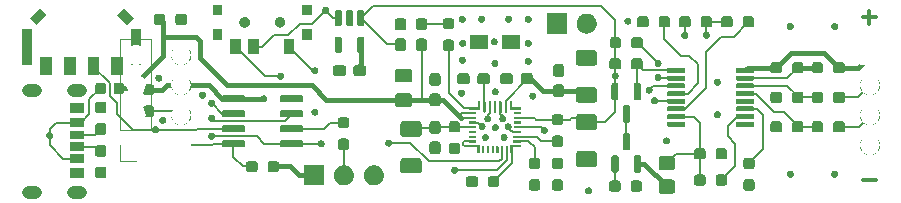
<source format=gto>
G04 #@! TF.GenerationSoftware,KiCad,Pcbnew,8.0.8*
G04 #@! TF.CreationDate,2025-10-01T21:52:52+01:00*
G04 #@! TF.ProjectId,3S_coinHolder_LIR1654.kicad_pro,33535f63-6f69-46e4-986f-6c6465725f4c,rev?*
G04 #@! TF.SameCoordinates,Original*
G04 #@! TF.FileFunction,Legend,Top*
G04 #@! TF.FilePolarity,Positive*
%FSLAX46Y46*%
G04 Gerber Fmt 4.6, Leading zero omitted, Abs format (unit mm)*
G04 Created by KiCad (PCBNEW 8.0.8) date 2025-10-01 21:52:52*
%MOMM*%
%LPD*%
G01*
G04 APERTURE LIST*
%ADD10C,0.199999*%
%ADD11C,0.000000*%
%ADD12C,0.399999*%
%ADD13C,0.599999*%
%ADD14C,0.149999*%
%ADD15C,1.099999*%
%ADD16C,0.300000*%
%ADD17C,0.120000*%
%ADD18R,1.700000X1.700000*%
%ADD19O,1.700000X1.700000*%
G04 APERTURE END LIST*
D10*
X139078998Y-92130001D02*
X139078998Y-92154201D01*
D11*
G36*
X156233514Y-94774196D02*
G01*
X156241132Y-94774775D01*
X156248639Y-94775729D01*
X156256025Y-94777048D01*
X156263282Y-94778723D01*
X156270401Y-94780744D01*
X156277370Y-94783103D01*
X156284182Y-94785788D01*
X156290827Y-94788792D01*
X156297294Y-94792105D01*
X156303576Y-94795717D01*
X156309662Y-94799618D01*
X156315543Y-94803800D01*
X156321210Y-94808253D01*
X156326652Y-94812968D01*
X156331862Y-94817935D01*
X156336829Y-94823144D01*
X156341543Y-94828587D01*
X156345996Y-94834253D01*
X156350178Y-94840134D01*
X156354080Y-94846220D01*
X156357692Y-94852502D01*
X156361004Y-94858969D01*
X156364008Y-94865614D01*
X156366694Y-94872426D01*
X156369052Y-94879395D01*
X156371074Y-94886513D01*
X156372749Y-94893770D01*
X156374068Y-94901157D01*
X156375022Y-94908664D01*
X156375601Y-94916282D01*
X156375796Y-94924001D01*
X156375601Y-94931720D01*
X156375022Y-94939337D01*
X156374068Y-94946844D01*
X156372749Y-94954231D01*
X156371074Y-94961488D01*
X156369052Y-94968606D01*
X156366694Y-94975576D01*
X156364008Y-94982387D01*
X156361004Y-94989032D01*
X156357692Y-94995500D01*
X156354080Y-95001781D01*
X156350178Y-95007867D01*
X156345996Y-95013748D01*
X156341543Y-95019415D01*
X156336829Y-95024857D01*
X156331862Y-95030067D01*
X156326652Y-95035033D01*
X156321210Y-95039748D01*
X156315543Y-95044201D01*
X156309662Y-95048383D01*
X156303576Y-95052285D01*
X156297294Y-95055897D01*
X156290827Y-95059209D01*
X156284182Y-95062213D01*
X156277370Y-95064899D01*
X156270401Y-95067257D01*
X156263282Y-95069278D01*
X156256025Y-95070953D01*
X156248639Y-95072272D01*
X156241132Y-95073226D01*
X156233514Y-95073806D01*
X156225795Y-95074001D01*
X156218076Y-95073806D01*
X156210458Y-95073226D01*
X156202951Y-95072272D01*
X156195564Y-95070953D01*
X156188307Y-95069278D01*
X156181189Y-95067257D01*
X156174219Y-95064899D01*
X156167407Y-95062213D01*
X156160763Y-95059209D01*
X156154295Y-95055897D01*
X156148013Y-95052285D01*
X156141927Y-95048383D01*
X156136046Y-95044201D01*
X156130380Y-95039748D01*
X156124937Y-95035033D01*
X156119728Y-95030067D01*
X156114761Y-95024857D01*
X156110046Y-95019415D01*
X156105593Y-95013748D01*
X156101411Y-95007867D01*
X156097509Y-95001781D01*
X156093897Y-94995500D01*
X156090585Y-94989032D01*
X156087581Y-94982387D01*
X156084895Y-94975576D01*
X156082537Y-94968606D01*
X156080516Y-94961488D01*
X156078841Y-94954231D01*
X156077522Y-94946844D01*
X156076568Y-94939337D01*
X156075988Y-94931720D01*
X156075793Y-94924001D01*
X156075988Y-94916282D01*
X156076568Y-94908664D01*
X156077522Y-94901157D01*
X156078841Y-94893770D01*
X156080516Y-94886513D01*
X156082537Y-94879395D01*
X156084895Y-94872426D01*
X156087581Y-94865614D01*
X156090585Y-94858969D01*
X156093897Y-94852502D01*
X156097509Y-94846220D01*
X156101411Y-94840134D01*
X156105593Y-94834253D01*
X156110046Y-94828587D01*
X156114761Y-94823144D01*
X156119728Y-94817935D01*
X156124937Y-94812968D01*
X156130380Y-94808253D01*
X156136046Y-94803800D01*
X156141927Y-94799618D01*
X156148013Y-94795717D01*
X156154295Y-94792105D01*
X156160763Y-94788792D01*
X156167407Y-94785788D01*
X156174219Y-94783103D01*
X156181189Y-94780744D01*
X156188307Y-94778723D01*
X156195564Y-94777048D01*
X156202951Y-94775729D01*
X156210458Y-94774775D01*
X156218076Y-94774196D01*
X156225795Y-94774001D01*
X156233514Y-94774196D01*
G37*
G36*
X132152398Y-99334401D02*
G01*
X132201098Y-99366901D01*
X132233598Y-99415600D01*
X132244998Y-99473000D01*
X132244998Y-99773000D01*
X132233598Y-99830401D01*
X132201098Y-99879000D01*
X132152398Y-99911500D01*
X132094998Y-99923001D01*
X130444999Y-99923001D01*
X130387599Y-99911500D01*
X130338899Y-99879000D01*
X130306399Y-99830401D01*
X130294999Y-99773000D01*
X130294999Y-99473000D01*
X130306399Y-99415600D01*
X130338899Y-99366901D01*
X130387599Y-99334401D01*
X130444999Y-99323000D01*
X132094998Y-99323000D01*
X132152398Y-99334401D01*
G37*
D12*
X125281299Y-93154301D02*
X125017899Y-92890901D01*
D10*
X131269998Y-103433000D02*
X129553998Y-103433000D01*
D11*
G36*
X166478633Y-98582491D02*
G01*
X166493868Y-98583649D01*
X166508881Y-98585557D01*
X166523655Y-98588195D01*
X166538169Y-98591545D01*
X166552405Y-98595588D01*
X166566344Y-98600304D01*
X166579967Y-98605676D01*
X166593256Y-98611684D01*
X166606192Y-98618309D01*
X166618755Y-98625532D01*
X166630927Y-98633336D01*
X166642689Y-98641700D01*
X166654022Y-98650606D01*
X166664907Y-98660035D01*
X166675326Y-98669968D01*
X166685259Y-98680387D01*
X166694688Y-98691272D01*
X166703594Y-98702606D01*
X166711958Y-98714367D01*
X166719762Y-98726539D01*
X166726985Y-98739103D01*
X166733611Y-98752038D01*
X166739618Y-98765327D01*
X166744990Y-98778950D01*
X166749707Y-98792890D01*
X166753749Y-98807126D01*
X166757099Y-98821640D01*
X166759737Y-98836413D01*
X166761645Y-98851427D01*
X166762804Y-98866663D01*
X166763194Y-98882100D01*
X166762804Y-98897538D01*
X166761645Y-98912774D01*
X166759737Y-98927788D01*
X166757099Y-98942561D01*
X166753749Y-98957075D01*
X166749707Y-98971311D01*
X166744990Y-98985251D01*
X166739618Y-98998874D01*
X166733611Y-99012163D01*
X166726985Y-99025098D01*
X166719762Y-99037662D01*
X166711958Y-99049833D01*
X166703594Y-99061595D01*
X166694688Y-99072929D01*
X166685259Y-99083814D01*
X166675326Y-99094233D01*
X166664907Y-99104166D01*
X166654022Y-99113595D01*
X166642689Y-99122501D01*
X166630927Y-99130865D01*
X166618755Y-99138669D01*
X166606192Y-99145892D01*
X166593256Y-99152517D01*
X166579967Y-99158525D01*
X166566344Y-99163897D01*
X166552405Y-99168613D01*
X166538169Y-99172656D01*
X166523655Y-99176006D01*
X166508881Y-99178644D01*
X166493868Y-99180552D01*
X166478633Y-99181710D01*
X166463195Y-99182101D01*
X166447757Y-99181710D01*
X166432522Y-99180552D01*
X166417508Y-99178644D01*
X166402735Y-99176006D01*
X166388221Y-99172656D01*
X166373985Y-99168613D01*
X166360045Y-99163897D01*
X166346422Y-99158525D01*
X166333133Y-99152517D01*
X166320198Y-99145892D01*
X166307635Y-99138669D01*
X166295463Y-99130865D01*
X166283701Y-99122501D01*
X166272368Y-99113595D01*
X166261483Y-99104166D01*
X166251064Y-99094233D01*
X166241130Y-99083814D01*
X166231701Y-99072929D01*
X166222795Y-99061595D01*
X166214431Y-99049833D01*
X166206628Y-99037662D01*
X166199404Y-99025098D01*
X166192779Y-99012163D01*
X166186771Y-98998874D01*
X166181400Y-98985251D01*
X166176683Y-98971311D01*
X166172640Y-98957075D01*
X166169290Y-98942561D01*
X166166652Y-98927788D01*
X166164744Y-98912774D01*
X166163586Y-98897538D01*
X166163196Y-98882100D01*
X166163586Y-98866663D01*
X166164744Y-98851427D01*
X166166652Y-98836413D01*
X166169290Y-98821640D01*
X166172640Y-98807126D01*
X166176683Y-98792890D01*
X166181400Y-98778950D01*
X166186771Y-98765327D01*
X166192779Y-98752038D01*
X166199404Y-98739103D01*
X166206628Y-98726539D01*
X166214431Y-98714367D01*
X166222795Y-98702606D01*
X166231701Y-98691272D01*
X166241130Y-98680387D01*
X166251064Y-98669968D01*
X166261483Y-98660035D01*
X166272368Y-98650606D01*
X166283701Y-98641700D01*
X166295463Y-98633336D01*
X166307635Y-98625532D01*
X166320198Y-98618309D01*
X166333133Y-98611684D01*
X166346422Y-98605676D01*
X166360045Y-98600304D01*
X166373985Y-98595588D01*
X166388221Y-98591545D01*
X166402735Y-98588195D01*
X166417508Y-98585557D01*
X166432522Y-98583649D01*
X166447757Y-98582491D01*
X166463195Y-98582100D01*
X166478633Y-98582491D01*
G37*
G36*
X152497497Y-103639800D02*
G01*
X152513698Y-103650601D01*
X152524497Y-103666800D01*
X152528296Y-103686000D01*
X152528296Y-104186000D01*
X152524497Y-104205100D01*
X152513698Y-104221301D01*
X152497497Y-104232200D01*
X152478396Y-104236000D01*
X152378398Y-104236000D01*
X152359195Y-104232200D01*
X152342997Y-104221301D01*
X152332198Y-104205100D01*
X152328296Y-104186000D01*
X152328296Y-103686000D01*
X152332198Y-103666800D01*
X152342997Y-103650601D01*
X152359195Y-103639800D01*
X152378398Y-103636000D01*
X152478396Y-103636000D01*
X152497497Y-103639800D01*
G37*
G36*
X127711999Y-104400000D02*
G01*
X126011999Y-104400000D01*
X126011999Y-102700000D01*
X127711999Y-102700000D01*
X127711999Y-104400000D01*
G37*
G36*
X135284436Y-97418391D02*
G01*
X135299671Y-97419549D01*
X135314685Y-97421457D01*
X135329459Y-97424096D01*
X135343973Y-97427445D01*
X135358209Y-97431488D01*
X135372148Y-97436205D01*
X135385772Y-97441576D01*
X135399060Y-97447584D01*
X135411996Y-97454209D01*
X135424559Y-97461433D01*
X135436731Y-97469236D01*
X135448493Y-97477600D01*
X135459826Y-97486506D01*
X135470711Y-97495935D01*
X135481130Y-97505869D01*
X135491063Y-97516287D01*
X135500492Y-97527173D01*
X135509398Y-97538506D01*
X135517762Y-97550268D01*
X135525566Y-97562440D01*
X135532789Y-97575003D01*
X135539414Y-97587938D01*
X135545422Y-97601227D01*
X135550793Y-97614851D01*
X135555510Y-97628790D01*
X135559553Y-97643026D01*
X135562902Y-97657540D01*
X135565541Y-97672314D01*
X135567448Y-97687327D01*
X135568607Y-97702563D01*
X135568997Y-97718001D01*
X135568607Y-97733439D01*
X135567448Y-97748674D01*
X135565541Y-97763688D01*
X135562902Y-97778461D01*
X135559553Y-97792976D01*
X135555510Y-97807212D01*
X135550793Y-97821151D01*
X135545422Y-97834774D01*
X135539414Y-97848063D01*
X135532789Y-97860999D01*
X135525566Y-97873562D01*
X135517762Y-97885734D01*
X135509398Y-97897496D01*
X135500492Y-97908829D01*
X135491063Y-97919714D01*
X135481130Y-97930133D01*
X135470711Y-97940066D01*
X135459826Y-97949496D01*
X135448493Y-97958402D01*
X135436731Y-97966766D01*
X135424559Y-97974569D01*
X135411996Y-97981793D01*
X135399060Y-97988418D01*
X135385772Y-97994425D01*
X135372148Y-97999797D01*
X135358209Y-98004514D01*
X135343973Y-98008556D01*
X135329459Y-98011906D01*
X135314685Y-98014544D01*
X135299671Y-98016452D01*
X135284436Y-98017611D01*
X135268998Y-98018001D01*
X135253560Y-98017611D01*
X135238325Y-98016452D01*
X135223311Y-98014544D01*
X135208538Y-98011906D01*
X135194023Y-98008556D01*
X135179787Y-98004514D01*
X135165848Y-97999797D01*
X135152225Y-97994425D01*
X135138936Y-97988418D01*
X135126000Y-97981793D01*
X135113437Y-97974569D01*
X135101265Y-97966766D01*
X135089503Y-97958402D01*
X135078170Y-97949496D01*
X135067285Y-97940066D01*
X135056866Y-97930133D01*
X135046933Y-97919714D01*
X135037504Y-97908829D01*
X135028598Y-97897496D01*
X135020234Y-97885734D01*
X135012431Y-97873562D01*
X135005207Y-97860999D01*
X134998582Y-97848063D01*
X134992574Y-97834774D01*
X134987203Y-97821151D01*
X134982486Y-97807212D01*
X134978444Y-97792976D01*
X134975094Y-97778461D01*
X134972455Y-97763688D01*
X134970548Y-97748674D01*
X134969389Y-97733439D01*
X134968999Y-97718001D01*
X134969389Y-97702563D01*
X134970548Y-97687327D01*
X134972455Y-97672314D01*
X134975094Y-97657540D01*
X134978444Y-97643026D01*
X134982486Y-97628790D01*
X134987203Y-97614851D01*
X134992574Y-97601227D01*
X134998582Y-97587938D01*
X135005207Y-97575003D01*
X135012431Y-97562440D01*
X135020234Y-97550268D01*
X135028598Y-97538506D01*
X135037504Y-97527173D01*
X135046933Y-97516287D01*
X135056866Y-97505869D01*
X135067285Y-97495935D01*
X135078170Y-97486506D01*
X135089503Y-97477600D01*
X135101265Y-97469236D01*
X135113437Y-97461433D01*
X135126000Y-97454209D01*
X135138936Y-97447584D01*
X135152225Y-97441576D01*
X135165848Y-97436205D01*
X135179787Y-97431488D01*
X135194023Y-97427445D01*
X135208538Y-97424096D01*
X135223311Y-97421457D01*
X135238325Y-97419549D01*
X135253560Y-97418391D01*
X135268998Y-97418001D01*
X135284436Y-97418391D01*
G37*
D10*
X120790999Y-99366001D02*
X120790999Y-98258300D01*
D13*
X118278000Y-98845001D02*
X117678000Y-98845001D01*
D11*
G36*
X137920998Y-94646001D02*
G01*
X137120999Y-94646001D01*
X137120999Y-93746001D01*
X137920998Y-93746001D01*
X137920998Y-94646001D01*
G37*
D12*
X139145697Y-99720701D02*
X137904998Y-98480000D01*
D10*
X149923995Y-102037100D02*
X149973895Y-101987100D01*
D11*
G36*
X142364398Y-96753001D02*
G01*
X142441398Y-96804500D01*
X142492898Y-96881601D01*
X142510999Y-96972500D01*
X142510999Y-97447501D01*
X142492898Y-97538300D01*
X142441398Y-97615401D01*
X142364398Y-97666900D01*
X142273499Y-97685001D01*
X141673499Y-97685001D01*
X141582599Y-97666900D01*
X141505599Y-97615401D01*
X141454099Y-97538300D01*
X141435998Y-97447501D01*
X141435998Y-96972500D01*
X141454099Y-96881601D01*
X141505599Y-96804500D01*
X141582599Y-96753001D01*
X141673499Y-96735000D01*
X142273499Y-96735000D01*
X142364398Y-96753001D01*
G37*
G36*
X161892497Y-95512001D02*
G01*
X161973597Y-95566201D01*
X162027797Y-95647301D01*
X162046798Y-95743001D01*
X162046798Y-96568001D01*
X162027797Y-96663601D01*
X161973597Y-96744701D01*
X161892497Y-96798900D01*
X161796798Y-96818000D01*
X160496798Y-96818000D01*
X160401095Y-96798900D01*
X160319995Y-96744701D01*
X160265796Y-96663601D01*
X160246798Y-96568001D01*
X160246798Y-95743001D01*
X160265796Y-95647301D01*
X160319995Y-95566201D01*
X160401095Y-95512001D01*
X160496798Y-95493001D01*
X161796798Y-95493001D01*
X161892497Y-95512001D01*
G37*
G36*
X156233514Y-92742196D02*
G01*
X156241132Y-92742775D01*
X156248639Y-92743729D01*
X156256025Y-92745048D01*
X156263282Y-92746723D01*
X156270401Y-92748745D01*
X156277370Y-92751103D01*
X156284182Y-92753789D01*
X156290827Y-92756793D01*
X156297294Y-92760105D01*
X156303576Y-92763717D01*
X156309662Y-92767619D01*
X156315543Y-92771801D01*
X156321210Y-92776254D01*
X156326652Y-92780968D01*
X156331862Y-92785935D01*
X156336829Y-92791144D01*
X156341543Y-92796587D01*
X156345996Y-92802254D01*
X156350178Y-92808135D01*
X156354080Y-92814221D01*
X156357692Y-92820502D01*
X156361004Y-92826970D01*
X156364008Y-92833614D01*
X156366694Y-92840426D01*
X156369052Y-92847396D01*
X156371074Y-92854514D01*
X156372749Y-92861771D01*
X156374068Y-92869158D01*
X156375022Y-92876664D01*
X156375601Y-92884282D01*
X156375796Y-92892001D01*
X156375601Y-92899720D01*
X156375022Y-92907338D01*
X156374068Y-92914845D01*
X156372749Y-92922231D01*
X156371074Y-92929488D01*
X156369052Y-92936607D01*
X156366694Y-92943576D01*
X156364008Y-92950388D01*
X156361004Y-92957032D01*
X156357692Y-92963500D01*
X156354080Y-92969782D01*
X156350178Y-92975868D01*
X156345996Y-92981749D01*
X156341543Y-92987415D01*
X156336829Y-92992858D01*
X156331862Y-92998067D01*
X156326652Y-93003034D01*
X156321210Y-93007748D01*
X156315543Y-93012201D01*
X156309662Y-93016384D01*
X156303576Y-93020285D01*
X156297294Y-93023897D01*
X156290827Y-93027210D01*
X156284182Y-93030213D01*
X156277370Y-93032899D01*
X156270401Y-93035257D01*
X156263282Y-93037279D01*
X156256025Y-93038954D01*
X156248639Y-93040273D01*
X156241132Y-93041227D01*
X156233514Y-93041806D01*
X156225795Y-93042001D01*
X156218076Y-93041806D01*
X156210458Y-93041227D01*
X156202951Y-93040273D01*
X156195564Y-93038954D01*
X156188307Y-93037279D01*
X156181189Y-93035257D01*
X156174219Y-93032899D01*
X156167407Y-93030213D01*
X156160763Y-93027210D01*
X156154295Y-93023897D01*
X156148013Y-93020285D01*
X156141927Y-93016384D01*
X156136046Y-93012201D01*
X156130380Y-93007748D01*
X156124937Y-93003034D01*
X156119728Y-92998067D01*
X156114761Y-92992858D01*
X156110046Y-92987415D01*
X156105593Y-92981749D01*
X156101411Y-92975868D01*
X156097509Y-92969782D01*
X156093897Y-92963500D01*
X156090585Y-92957032D01*
X156087581Y-92950388D01*
X156084895Y-92943576D01*
X156082537Y-92936607D01*
X156080516Y-92929488D01*
X156078841Y-92922231D01*
X156077522Y-92914845D01*
X156076568Y-92907338D01*
X156075988Y-92899720D01*
X156075793Y-92892001D01*
X156075988Y-92884282D01*
X156076568Y-92876664D01*
X156077522Y-92869158D01*
X156078841Y-92861771D01*
X156080516Y-92854514D01*
X156082537Y-92847396D01*
X156084895Y-92840426D01*
X156087581Y-92833614D01*
X156090585Y-92826970D01*
X156093897Y-92820502D01*
X156097509Y-92814221D01*
X156101411Y-92808135D01*
X156105593Y-92802254D01*
X156110046Y-92796587D01*
X156114761Y-92791144D01*
X156119728Y-92785935D01*
X156124937Y-92780968D01*
X156130380Y-92776254D01*
X156136046Y-92771801D01*
X156141927Y-92767619D01*
X156148013Y-92763717D01*
X156154295Y-92760105D01*
X156160763Y-92756793D01*
X156167407Y-92753789D01*
X156174219Y-92751103D01*
X156181189Y-92748745D01*
X156188307Y-92746723D01*
X156195564Y-92745048D01*
X156202951Y-92743729D01*
X156210458Y-92742775D01*
X156218076Y-92742196D01*
X156225795Y-92742001D01*
X156233514Y-92742196D01*
G37*
G36*
X172262116Y-98071896D02*
G01*
X172269734Y-98072475D01*
X172277241Y-98073429D01*
X172284628Y-98074748D01*
X172291885Y-98076423D01*
X172299003Y-98078444D01*
X172305973Y-98080802D01*
X172312785Y-98083488D01*
X172319429Y-98086492D01*
X172325897Y-98089805D01*
X172332179Y-98093416D01*
X172338265Y-98097318D01*
X172344146Y-98101500D01*
X172349812Y-98105953D01*
X172355255Y-98110668D01*
X172360464Y-98115634D01*
X172365431Y-98120844D01*
X172370146Y-98126286D01*
X172374599Y-98131953D01*
X172378781Y-98137834D01*
X172382683Y-98143920D01*
X172386294Y-98150201D01*
X172389607Y-98156669D01*
X172392611Y-98163313D01*
X172395297Y-98170125D01*
X172397655Y-98177095D01*
X172399676Y-98184213D01*
X172401351Y-98191470D01*
X172402670Y-98198857D01*
X172403624Y-98206363D01*
X172404204Y-98213981D01*
X172404399Y-98221700D01*
X172404204Y-98229419D01*
X172403624Y-98237037D01*
X172402670Y-98244544D01*
X172401351Y-98251930D01*
X172399676Y-98259187D01*
X172397655Y-98266306D01*
X172395297Y-98273275D01*
X172392611Y-98280087D01*
X172389607Y-98286731D01*
X172386294Y-98293199D01*
X172382683Y-98299480D01*
X172378781Y-98305566D01*
X172374599Y-98311447D01*
X172370146Y-98317114D01*
X172365431Y-98322557D01*
X172360464Y-98327766D01*
X172355255Y-98332733D01*
X172349812Y-98337447D01*
X172344146Y-98341900D01*
X172338265Y-98346082D01*
X172332179Y-98349984D01*
X172325897Y-98353596D01*
X172319429Y-98356908D01*
X172312785Y-98359912D01*
X172305973Y-98362598D01*
X172299003Y-98364956D01*
X172291885Y-98366977D01*
X172284628Y-98368652D01*
X172277241Y-98369971D01*
X172269734Y-98370925D01*
X172262116Y-98371505D01*
X172254397Y-98371700D01*
X172246678Y-98371505D01*
X172239060Y-98370925D01*
X172231553Y-98369971D01*
X172224167Y-98368652D01*
X172216910Y-98366977D01*
X172209791Y-98364956D01*
X172202822Y-98362598D01*
X172196010Y-98359912D01*
X172189365Y-98356908D01*
X172182898Y-98353596D01*
X172176616Y-98349984D01*
X172170530Y-98346082D01*
X172164649Y-98341900D01*
X172158982Y-98337447D01*
X172153540Y-98332733D01*
X172148330Y-98327766D01*
X172143363Y-98322557D01*
X172138649Y-98317114D01*
X172134196Y-98311447D01*
X172130014Y-98305566D01*
X172126112Y-98299480D01*
X172122500Y-98293199D01*
X172119188Y-98286731D01*
X172116184Y-98280087D01*
X172113498Y-98273275D01*
X172111140Y-98266306D01*
X172109118Y-98259187D01*
X172107443Y-98251930D01*
X172106124Y-98244544D01*
X172105170Y-98237037D01*
X172104591Y-98229419D01*
X172104396Y-98221700D01*
X172104591Y-98213981D01*
X172105170Y-98206363D01*
X172106124Y-98198857D01*
X172107443Y-98191470D01*
X172109118Y-98184213D01*
X172111140Y-98177095D01*
X172113498Y-98170125D01*
X172116184Y-98163313D01*
X172119188Y-98156669D01*
X172122500Y-98150201D01*
X172126112Y-98143920D01*
X172130014Y-98137834D01*
X172134196Y-98131953D01*
X172138649Y-98126286D01*
X172143363Y-98120844D01*
X172148330Y-98115634D01*
X172153540Y-98110668D01*
X172158982Y-98105953D01*
X172164649Y-98101500D01*
X172170530Y-98097318D01*
X172176616Y-98093416D01*
X172182898Y-98089805D01*
X172189365Y-98086492D01*
X172196010Y-98083488D01*
X172202822Y-98080802D01*
X172209791Y-98078444D01*
X172216910Y-98076423D01*
X172224167Y-98074748D01*
X172231553Y-98073429D01*
X172239060Y-98072475D01*
X172246678Y-98071896D01*
X172254397Y-98071700D01*
X172262116Y-98071896D01*
G37*
D10*
X169504996Y-100475001D02*
X168759997Y-100475001D01*
D11*
G36*
X185200725Y-100530651D02*
G01*
X185226117Y-100532582D01*
X185251140Y-100535761D01*
X185275763Y-100540158D01*
X185299953Y-100545741D01*
X185323680Y-100552479D01*
X185346913Y-100560340D01*
X185369618Y-100569293D01*
X185391767Y-100579306D01*
X185413326Y-100590347D01*
X185434264Y-100602387D01*
X185454551Y-100615392D01*
X185474154Y-100629332D01*
X185493042Y-100644176D01*
X185511184Y-100659891D01*
X185528549Y-100676447D01*
X185545105Y-100693812D01*
X185560820Y-100711954D01*
X185575663Y-100730842D01*
X185589603Y-100750445D01*
X185602609Y-100770732D01*
X185614648Y-100791671D01*
X185625690Y-100813230D01*
X185635702Y-100835378D01*
X185644655Y-100858083D01*
X185652516Y-100881315D01*
X185659253Y-100905042D01*
X185664836Y-100929233D01*
X185669233Y-100953855D01*
X185672413Y-100978878D01*
X185674344Y-101004270D01*
X185674994Y-101030000D01*
X185674344Y-101055730D01*
X185672413Y-101081122D01*
X185669233Y-101106145D01*
X185664836Y-101130767D01*
X185659253Y-101154958D01*
X185652516Y-101178685D01*
X185644655Y-101201917D01*
X185635702Y-101224623D01*
X185625690Y-101246771D01*
X185614648Y-101268330D01*
X185602609Y-101289268D01*
X185589603Y-101309555D01*
X185575663Y-101329158D01*
X185560820Y-101348046D01*
X185545105Y-101366189D01*
X185528549Y-101383553D01*
X185511184Y-101400109D01*
X185493042Y-101415824D01*
X185474154Y-101430668D01*
X185454551Y-101444608D01*
X185434264Y-101457613D01*
X185413326Y-101469653D01*
X185391767Y-101480695D01*
X185369618Y-101490708D01*
X185346913Y-101499660D01*
X185323680Y-101507521D01*
X185299953Y-101514259D01*
X185275763Y-101519842D01*
X185251140Y-101524239D01*
X185226117Y-101527419D01*
X185200725Y-101529350D01*
X185174994Y-101530000D01*
X185149264Y-101529350D01*
X185123872Y-101527419D01*
X185098848Y-101524239D01*
X185074226Y-101519842D01*
X185050035Y-101514259D01*
X185026308Y-101507521D01*
X185003076Y-101499660D01*
X184980370Y-101490708D01*
X184958222Y-101480695D01*
X184936663Y-101469653D01*
X184915725Y-101457613D01*
X184895438Y-101444608D01*
X184875835Y-101430668D01*
X184856946Y-101415824D01*
X184838804Y-101400109D01*
X184821440Y-101383553D01*
X184804884Y-101366189D01*
X184789169Y-101348046D01*
X184774326Y-101329158D01*
X184760386Y-101309555D01*
X184747380Y-101289268D01*
X184735341Y-101268330D01*
X184724299Y-101246771D01*
X184714286Y-101224623D01*
X184705334Y-101201917D01*
X184697473Y-101178685D01*
X184690735Y-101154958D01*
X184685152Y-101130767D01*
X184680755Y-101106145D01*
X184677576Y-101081122D01*
X184675645Y-101055730D01*
X184674994Y-101030000D01*
X184675645Y-101004270D01*
X184677576Y-100978878D01*
X184680755Y-100953855D01*
X184685152Y-100929233D01*
X184690735Y-100905042D01*
X184697473Y-100881315D01*
X184705334Y-100858083D01*
X184714286Y-100835378D01*
X184724299Y-100813230D01*
X184735341Y-100791671D01*
X184747380Y-100770732D01*
X184760386Y-100750445D01*
X184774326Y-100730842D01*
X184789169Y-100711954D01*
X184804884Y-100693812D01*
X184821440Y-100676447D01*
X184838804Y-100659891D01*
X184856946Y-100644176D01*
X184875835Y-100629332D01*
X184895438Y-100615392D01*
X184915725Y-100602387D01*
X184936663Y-100590347D01*
X184958222Y-100579306D01*
X184980370Y-100569293D01*
X185003076Y-100560340D01*
X185026308Y-100552479D01*
X185050035Y-100545741D01*
X185074226Y-100540158D01*
X185098848Y-100535761D01*
X185123872Y-100532582D01*
X185149264Y-100530651D01*
X185174994Y-100530000D01*
X185200725Y-100530651D01*
G37*
G36*
X182190433Y-105700391D02*
G01*
X182205668Y-105701549D01*
X182220682Y-105703457D01*
X182235456Y-105706095D01*
X182249970Y-105709445D01*
X182264206Y-105713488D01*
X182278146Y-105718204D01*
X182291769Y-105723576D01*
X182305058Y-105729583D01*
X182317994Y-105736208D01*
X182330557Y-105743432D01*
X182342729Y-105751235D01*
X182354491Y-105759599D01*
X182365824Y-105768505D01*
X182376710Y-105777934D01*
X182387129Y-105787868D01*
X182397062Y-105798286D01*
X182406491Y-105809172D01*
X182415398Y-105820505D01*
X182423762Y-105832267D01*
X182431565Y-105844439D01*
X182438789Y-105857002D01*
X182445414Y-105869937D01*
X182451422Y-105883226D01*
X182456793Y-105896849D01*
X182461510Y-105910789D01*
X182465553Y-105925025D01*
X182468902Y-105939539D01*
X182471541Y-105954312D01*
X182473449Y-105969326D01*
X182474607Y-105984561D01*
X182474997Y-105999999D01*
X182474607Y-106015437D01*
X182473449Y-106030673D01*
X182471541Y-106045686D01*
X182468902Y-106060460D01*
X182465553Y-106074974D01*
X182461510Y-106089210D01*
X182456793Y-106103149D01*
X182451422Y-106116773D01*
X182445414Y-106130062D01*
X182438789Y-106142997D01*
X182431565Y-106155560D01*
X182423762Y-106167732D01*
X182415398Y-106179494D01*
X182406491Y-106190827D01*
X182397062Y-106201712D01*
X182387129Y-106212131D01*
X182376710Y-106222065D01*
X182365824Y-106231494D01*
X182354491Y-106240400D01*
X182342729Y-106248764D01*
X182330557Y-106256567D01*
X182317994Y-106263791D01*
X182305058Y-106270416D01*
X182291769Y-106276423D01*
X182278146Y-106281795D01*
X182264206Y-106286511D01*
X182249970Y-106290554D01*
X182235456Y-106293904D01*
X182220682Y-106296542D01*
X182205668Y-106298450D01*
X182190433Y-106299608D01*
X182174994Y-106299999D01*
X182159556Y-106299608D01*
X182144321Y-106298450D01*
X182129307Y-106296542D01*
X182114533Y-106293904D01*
X182100019Y-106290554D01*
X182085782Y-106286511D01*
X182071843Y-106281795D01*
X182058219Y-106276423D01*
X182044930Y-106270416D01*
X182031995Y-106263791D01*
X182019432Y-106256567D01*
X182007260Y-106248764D01*
X181995498Y-106240400D01*
X181984164Y-106231494D01*
X181973279Y-106222065D01*
X181962860Y-106212131D01*
X181952927Y-106201712D01*
X181943497Y-106190827D01*
X181934591Y-106179494D01*
X181926227Y-106167732D01*
X181918424Y-106155560D01*
X181911200Y-106142997D01*
X181904575Y-106130062D01*
X181898567Y-106116773D01*
X181893195Y-106103149D01*
X181888479Y-106089210D01*
X181884436Y-106074974D01*
X181881086Y-106060460D01*
X181878448Y-106045686D01*
X181876540Y-106030673D01*
X181875382Y-106015437D01*
X181874991Y-105999999D01*
X181875382Y-105984561D01*
X181876540Y-105969326D01*
X181878448Y-105954312D01*
X181881086Y-105939539D01*
X181884436Y-105925025D01*
X181888479Y-105910789D01*
X181893195Y-105896849D01*
X181898567Y-105883226D01*
X181904575Y-105869937D01*
X181911200Y-105857002D01*
X181918424Y-105844439D01*
X181926227Y-105832267D01*
X181934591Y-105820505D01*
X181943497Y-105809172D01*
X181952927Y-105798286D01*
X181962860Y-105787868D01*
X181973279Y-105777934D01*
X181984164Y-105768505D01*
X181995498Y-105759599D01*
X182007260Y-105751235D01*
X182019432Y-105743432D01*
X182031995Y-105736208D01*
X182044930Y-105729583D01*
X182058219Y-105723576D01*
X182071843Y-105718204D01*
X182085782Y-105713488D01*
X182100019Y-105709445D01*
X182114533Y-105706095D01*
X182129307Y-105703457D01*
X182144321Y-105701549D01*
X182159556Y-105700391D01*
X182174994Y-105700000D01*
X182190433Y-105700391D01*
G37*
G36*
X140931399Y-101162000D02*
G01*
X141008399Y-101213500D01*
X141059899Y-101290600D01*
X141077998Y-101381501D01*
X141077998Y-101881501D01*
X141059899Y-101972300D01*
X141008399Y-102049401D01*
X140931399Y-102100900D01*
X140840499Y-102119001D01*
X140365498Y-102119001D01*
X140274598Y-102100900D01*
X140197598Y-102049401D01*
X140146098Y-101972300D01*
X140127999Y-101881501D01*
X140127999Y-101381501D01*
X140146098Y-101290600D01*
X140197598Y-101213500D01*
X140274598Y-101162000D01*
X140365498Y-101144000D01*
X140840499Y-101144000D01*
X140931399Y-101162000D01*
G37*
G36*
X117440438Y-96550391D02*
G01*
X117455673Y-96551550D01*
X117470687Y-96553458D01*
X117485461Y-96556096D01*
X117499975Y-96559446D01*
X117514211Y-96563488D01*
X117528150Y-96568205D01*
X117541774Y-96573577D01*
X117555063Y-96579584D01*
X117567998Y-96586209D01*
X117580561Y-96593433D01*
X117592733Y-96601236D01*
X117604495Y-96609600D01*
X117615828Y-96618506D01*
X117626713Y-96627936D01*
X117637132Y-96637869D01*
X117647066Y-96648288D01*
X117656495Y-96659173D01*
X117665401Y-96670506D01*
X117673765Y-96682268D01*
X117681568Y-96694440D01*
X117688792Y-96707003D01*
X117695417Y-96719939D01*
X117701425Y-96733227D01*
X117706796Y-96746851D01*
X117711513Y-96760790D01*
X117715555Y-96775026D01*
X117718905Y-96789540D01*
X117721544Y-96804314D01*
X117723451Y-96819328D01*
X117724610Y-96834563D01*
X117725000Y-96850001D01*
X117724610Y-96865439D01*
X117723451Y-96880674D01*
X117721544Y-96895688D01*
X117718905Y-96910461D01*
X117715555Y-96924976D01*
X117711513Y-96939212D01*
X117706796Y-96953151D01*
X117701425Y-96966774D01*
X117695417Y-96980063D01*
X117688792Y-96992999D01*
X117681568Y-97005562D01*
X117673765Y-97017734D01*
X117665401Y-97029496D01*
X117656495Y-97040829D01*
X117647066Y-97051714D01*
X117637132Y-97062133D01*
X117626713Y-97072066D01*
X117615828Y-97081496D01*
X117604495Y-97090402D01*
X117592733Y-97098766D01*
X117580561Y-97106569D01*
X117567998Y-97113793D01*
X117555063Y-97120418D01*
X117541774Y-97126425D01*
X117528150Y-97131797D01*
X117514211Y-97136514D01*
X117499975Y-97140556D01*
X117485461Y-97143906D01*
X117470687Y-97146544D01*
X117455673Y-97148452D01*
X117440438Y-97149611D01*
X117425000Y-97150001D01*
X117409562Y-97149611D01*
X117394327Y-97148452D01*
X117379313Y-97146544D01*
X117364540Y-97143906D01*
X117350025Y-97140556D01*
X117335789Y-97136514D01*
X117321850Y-97131797D01*
X117308226Y-97126425D01*
X117294938Y-97120418D01*
X117282002Y-97113793D01*
X117269439Y-97106569D01*
X117257267Y-97098766D01*
X117245505Y-97090402D01*
X117234172Y-97081496D01*
X117223287Y-97072066D01*
X117212868Y-97062133D01*
X117202934Y-97051714D01*
X117193505Y-97040829D01*
X117184599Y-97029496D01*
X117176235Y-97017734D01*
X117168432Y-97005562D01*
X117161208Y-96992999D01*
X117154583Y-96980063D01*
X117148575Y-96966774D01*
X117143204Y-96953151D01*
X117138487Y-96939212D01*
X117134445Y-96924976D01*
X117131095Y-96910461D01*
X117128457Y-96895688D01*
X117126549Y-96880674D01*
X117125390Y-96865439D01*
X117125000Y-96850001D01*
X117125390Y-96834563D01*
X117126549Y-96819328D01*
X117128457Y-96804314D01*
X117131095Y-96789540D01*
X117134445Y-96775026D01*
X117138487Y-96760790D01*
X117143204Y-96746851D01*
X117148575Y-96733227D01*
X117154583Y-96719939D01*
X117161208Y-96707003D01*
X117168432Y-96694440D01*
X117176235Y-96682268D01*
X117184599Y-96670506D01*
X117193505Y-96659173D01*
X117202934Y-96648288D01*
X117212868Y-96637869D01*
X117223287Y-96627936D01*
X117234172Y-96618506D01*
X117245505Y-96609600D01*
X117257267Y-96601236D01*
X117269439Y-96593433D01*
X117282002Y-96586209D01*
X117294938Y-96579584D01*
X117308226Y-96573577D01*
X117321850Y-96568205D01*
X117335789Y-96563488D01*
X117350025Y-96559446D01*
X117364540Y-96556096D01*
X117379313Y-96553458D01*
X117394327Y-96551550D01*
X117409562Y-96550391D01*
X117425000Y-96550001D01*
X117440438Y-96550391D01*
G37*
D10*
X171317496Y-94250001D02*
X171317496Y-93099201D01*
X161149897Y-101591100D02*
X162760096Y-101591100D01*
D11*
G36*
X147535396Y-92780001D02*
G01*
X147612395Y-92831501D01*
X147663897Y-92908601D01*
X147681998Y-92999501D01*
X147681998Y-93574501D01*
X147663897Y-93665301D01*
X147612395Y-93742401D01*
X147535396Y-93793901D01*
X147444495Y-93812001D01*
X146969497Y-93812001D01*
X146878596Y-93793901D01*
X146801597Y-93742401D01*
X146750098Y-93665301D01*
X146731997Y-93574501D01*
X146731997Y-92999501D01*
X146750098Y-92908601D01*
X146801597Y-92831501D01*
X146878596Y-92780001D01*
X146969497Y-92762001D01*
X147444495Y-92762001D01*
X147535396Y-92780001D01*
G37*
G36*
X152134898Y-99831200D02*
G01*
X152137198Y-99832000D01*
X152138297Y-99832000D01*
X152139895Y-99832200D01*
X152142196Y-99833001D01*
X152143397Y-99833001D01*
X152144896Y-99833201D01*
X152147895Y-99834200D01*
X152148597Y-99834501D01*
X152150298Y-99835301D01*
X152152896Y-99836200D01*
X152154895Y-99837401D01*
X152156295Y-99838900D01*
X152157596Y-99839501D01*
X152158896Y-99840400D01*
X152160296Y-99841900D01*
X152161597Y-99842500D01*
X152162898Y-99843400D01*
X152170897Y-99851401D01*
X152171798Y-99852701D01*
X152172496Y-99854000D01*
X152173896Y-99855400D01*
X152174796Y-99856700D01*
X152175498Y-99858000D01*
X152176898Y-99859400D01*
X152178096Y-99861400D01*
X152178996Y-99864001D01*
X152179797Y-99865700D01*
X152180098Y-99866400D01*
X152181098Y-99869400D01*
X152181296Y-99871001D01*
X152181296Y-99872200D01*
X152182097Y-99874401D01*
X152182296Y-99876001D01*
X152182296Y-99877201D01*
X152183097Y-99879401D01*
X152183295Y-99881000D01*
X152183295Y-100491001D01*
X152183097Y-100492501D01*
X152182296Y-100494800D01*
X152182296Y-100496001D01*
X152182097Y-100497501D01*
X152181296Y-100499800D01*
X152181296Y-100501001D01*
X152181098Y-100502500D01*
X152180098Y-100505500D01*
X152179797Y-100506200D01*
X152178996Y-100507901D01*
X152178096Y-100510500D01*
X152176898Y-100512500D01*
X152175498Y-100513900D01*
X152174796Y-100515200D01*
X152173896Y-100516500D01*
X152172496Y-100517901D01*
X152171798Y-100519201D01*
X152170897Y-100520501D01*
X152162898Y-100528500D01*
X152161597Y-100529400D01*
X152160296Y-100530100D01*
X152158896Y-100531500D01*
X152157596Y-100532401D01*
X152156295Y-100533101D01*
X152154895Y-100534500D01*
X152152896Y-100535700D01*
X152150298Y-100536600D01*
X152148597Y-100537401D01*
X152147895Y-100537700D01*
X152144896Y-100538700D01*
X152143397Y-100539000D01*
X152142196Y-100539000D01*
X152139895Y-100539700D01*
X152138297Y-100540000D01*
X152137198Y-100540000D01*
X152134898Y-100540700D01*
X152133296Y-100541001D01*
X151273295Y-100541001D01*
X151271796Y-100540700D01*
X151269496Y-100540000D01*
X151268397Y-100540000D01*
X151266795Y-100539700D01*
X151264495Y-100539000D01*
X151263297Y-100539000D01*
X151261798Y-100538700D01*
X151258796Y-100537700D01*
X151258098Y-100537401D01*
X151256396Y-100536600D01*
X151253798Y-100535700D01*
X151251796Y-100534500D01*
X151250396Y-100533101D01*
X151249095Y-100532401D01*
X151247798Y-100531500D01*
X151246398Y-100530100D01*
X151245097Y-100529400D01*
X151243796Y-100528500D01*
X151235797Y-100520501D01*
X151234897Y-100519201D01*
X151234195Y-100517901D01*
X151232795Y-100516500D01*
X151231898Y-100515200D01*
X151231196Y-100513900D01*
X151229796Y-100512500D01*
X151228595Y-100510500D01*
X151227698Y-100507901D01*
X151226897Y-100506200D01*
X151226596Y-100505500D01*
X151225596Y-100502500D01*
X151225398Y-100501001D01*
X151225398Y-100499800D01*
X151224597Y-100497501D01*
X151224296Y-100496001D01*
X151224296Y-100494800D01*
X151223597Y-100492501D01*
X151223296Y-100491001D01*
X151223296Y-100381000D01*
X151223597Y-100379401D01*
X151224296Y-100377201D01*
X151224296Y-100376001D01*
X151224597Y-100374401D01*
X151225398Y-100372200D01*
X151225398Y-100371001D01*
X151225596Y-100369400D01*
X151226596Y-100366400D01*
X151226897Y-100365700D01*
X151227698Y-100364001D01*
X151228595Y-100361400D01*
X151229796Y-100359400D01*
X151231196Y-100358000D01*
X151231898Y-100356700D01*
X151232795Y-100355400D01*
X151234195Y-100354000D01*
X151234897Y-100352701D01*
X151235797Y-100351401D01*
X151243796Y-100343400D01*
X151245097Y-100342500D01*
X151246398Y-100341900D01*
X151247798Y-100340400D01*
X151249095Y-100339501D01*
X151250396Y-100338900D01*
X151251796Y-100337401D01*
X151253798Y-100336200D01*
X151256396Y-100335301D01*
X151258098Y-100334501D01*
X151258796Y-100334200D01*
X151261798Y-100333201D01*
X151263297Y-100333001D01*
X151264495Y-100333001D01*
X151266795Y-100332200D01*
X151268397Y-100332000D01*
X151269496Y-100332000D01*
X151271796Y-100331200D01*
X151273295Y-100331001D01*
X151973296Y-100331001D01*
X151973296Y-99881000D01*
X151973597Y-99879401D01*
X151974296Y-99877201D01*
X151974296Y-99876001D01*
X151974597Y-99874401D01*
X151975398Y-99872200D01*
X151975398Y-99871001D01*
X151975596Y-99869400D01*
X151976596Y-99866400D01*
X151976897Y-99865700D01*
X151977698Y-99864001D01*
X151978595Y-99861400D01*
X151979796Y-99859400D01*
X151981196Y-99858000D01*
X151981898Y-99856700D01*
X151982795Y-99855400D01*
X151984195Y-99854000D01*
X151984897Y-99852701D01*
X151985797Y-99851401D01*
X151993796Y-99843400D01*
X151995097Y-99842500D01*
X151996398Y-99841900D01*
X151997798Y-99840400D01*
X151999095Y-99839501D01*
X152000396Y-99838900D01*
X152001796Y-99837401D01*
X152003798Y-99836200D01*
X152006396Y-99835301D01*
X152008098Y-99834501D01*
X152008796Y-99834200D01*
X152011798Y-99833201D01*
X152013297Y-99833001D01*
X152014495Y-99833001D01*
X152016795Y-99832200D01*
X152018397Y-99832000D01*
X152019496Y-99832000D01*
X152021796Y-99831200D01*
X152023295Y-99831001D01*
X152133296Y-99831001D01*
X152134898Y-99831200D01*
G37*
G36*
X128655318Y-99162696D02*
G01*
X128662936Y-99163275D01*
X128670442Y-99164229D01*
X128677829Y-99165548D01*
X128685086Y-99167223D01*
X128692204Y-99169244D01*
X128699174Y-99171603D01*
X128705985Y-99174288D01*
X128712630Y-99177292D01*
X128719098Y-99180605D01*
X128725379Y-99184217D01*
X128731465Y-99188118D01*
X128737346Y-99192300D01*
X128743013Y-99196753D01*
X128748455Y-99201468D01*
X128753665Y-99206435D01*
X128758631Y-99211644D01*
X128763346Y-99217087D01*
X128767799Y-99222753D01*
X128771981Y-99228634D01*
X128775883Y-99234720D01*
X128779494Y-99241002D01*
X128782807Y-99247469D01*
X128785811Y-99254114D01*
X128788497Y-99260925D01*
X128790855Y-99267895D01*
X128792876Y-99275013D01*
X128794551Y-99282270D01*
X128795870Y-99289657D01*
X128796824Y-99297164D01*
X128797404Y-99304781D01*
X128797599Y-99312500D01*
X128797404Y-99320219D01*
X128796824Y-99327837D01*
X128795870Y-99335344D01*
X128794551Y-99342731D01*
X128792876Y-99349988D01*
X128790855Y-99357106D01*
X128788497Y-99364075D01*
X128785811Y-99370887D01*
X128782807Y-99377532D01*
X128779494Y-99383999D01*
X128775883Y-99390281D01*
X128771981Y-99396367D01*
X128767799Y-99402248D01*
X128763346Y-99407914D01*
X128758631Y-99413357D01*
X128753665Y-99418566D01*
X128748455Y-99423533D01*
X128743013Y-99428247D01*
X128737346Y-99432700D01*
X128731465Y-99436883D01*
X128725379Y-99440784D01*
X128719098Y-99444396D01*
X128712630Y-99447708D01*
X128705985Y-99450712D01*
X128699174Y-99453398D01*
X128692204Y-99455756D01*
X128685086Y-99457778D01*
X128677829Y-99459453D01*
X128670442Y-99460772D01*
X128662936Y-99461726D01*
X128655318Y-99462305D01*
X128647599Y-99462500D01*
X128639880Y-99462305D01*
X128632263Y-99461726D01*
X128624756Y-99460772D01*
X128617369Y-99459453D01*
X128610112Y-99457778D01*
X128602994Y-99455756D01*
X128596024Y-99453398D01*
X128589213Y-99450712D01*
X128582568Y-99447708D01*
X128576101Y-99444396D01*
X128569819Y-99440784D01*
X128563733Y-99436883D01*
X128557852Y-99432700D01*
X128552186Y-99428247D01*
X128546743Y-99423533D01*
X128541534Y-99418566D01*
X128536567Y-99413357D01*
X128531852Y-99407914D01*
X128527399Y-99402248D01*
X128523217Y-99396367D01*
X128519316Y-99390281D01*
X128515704Y-99383999D01*
X128512391Y-99377532D01*
X128509387Y-99370887D01*
X128506702Y-99364075D01*
X128504343Y-99357106D01*
X128502322Y-99349988D01*
X128500647Y-99342731D01*
X128499328Y-99335344D01*
X128498374Y-99327837D01*
X128497795Y-99320219D01*
X128497600Y-99312500D01*
X128497795Y-99304781D01*
X128498374Y-99297164D01*
X128499328Y-99289657D01*
X128500647Y-99282270D01*
X128502322Y-99275013D01*
X128504343Y-99267895D01*
X128506702Y-99260925D01*
X128509387Y-99254114D01*
X128512391Y-99247469D01*
X128515704Y-99241002D01*
X128519316Y-99234720D01*
X128523217Y-99228634D01*
X128527399Y-99222753D01*
X128531852Y-99217087D01*
X128536567Y-99211644D01*
X128541534Y-99206435D01*
X128546743Y-99201468D01*
X128552186Y-99196753D01*
X128557852Y-99192300D01*
X128563733Y-99188118D01*
X128569819Y-99184217D01*
X128576101Y-99180605D01*
X128582568Y-99177292D01*
X128589213Y-99174288D01*
X128596024Y-99171603D01*
X128602994Y-99169244D01*
X128610112Y-99167223D01*
X128617369Y-99165548D01*
X128624756Y-99164229D01*
X128632263Y-99163275D01*
X128639880Y-99162696D01*
X128647599Y-99162501D01*
X128655318Y-99162696D01*
G37*
G36*
X118658000Y-105065000D02*
G01*
X117458000Y-105065000D01*
X117458000Y-104305001D01*
X118658000Y-104305001D01*
X118658000Y-105065000D01*
G37*
G36*
X124682718Y-102100196D02*
G01*
X124690336Y-102100775D01*
X124697843Y-102101729D01*
X124705229Y-102103048D01*
X124712486Y-102104723D01*
X124719605Y-102106744D01*
X124726574Y-102109103D01*
X124733386Y-102111788D01*
X124740030Y-102114792D01*
X124746498Y-102118105D01*
X124752780Y-102121717D01*
X124758865Y-102125618D01*
X124764746Y-102129800D01*
X124770413Y-102134253D01*
X124775856Y-102138968D01*
X124781065Y-102143935D01*
X124786032Y-102149144D01*
X124790746Y-102154587D01*
X124795199Y-102160253D01*
X124799381Y-102166134D01*
X124803283Y-102172220D01*
X124806895Y-102178502D01*
X124810207Y-102184969D01*
X124813211Y-102191614D01*
X124815897Y-102198425D01*
X124818255Y-102205395D01*
X124820276Y-102212513D01*
X124821951Y-102219770D01*
X124823270Y-102227157D01*
X124824224Y-102234664D01*
X124824804Y-102242281D01*
X124824999Y-102250000D01*
X124824804Y-102257719D01*
X124824224Y-102265337D01*
X124823270Y-102272844D01*
X124821951Y-102280231D01*
X124820276Y-102287488D01*
X124818255Y-102294606D01*
X124815897Y-102301575D01*
X124813211Y-102308387D01*
X124810207Y-102315032D01*
X124806895Y-102321499D01*
X124803283Y-102327781D01*
X124799381Y-102333867D01*
X124795199Y-102339748D01*
X124790746Y-102345414D01*
X124786032Y-102350857D01*
X124781065Y-102356066D01*
X124775856Y-102361033D01*
X124770413Y-102365747D01*
X124764746Y-102370200D01*
X124758865Y-102374383D01*
X124752780Y-102378284D01*
X124746498Y-102381896D01*
X124740030Y-102385208D01*
X124733386Y-102388212D01*
X124726574Y-102390898D01*
X124719605Y-102393256D01*
X124712486Y-102395278D01*
X124705229Y-102396953D01*
X124697843Y-102398272D01*
X124690336Y-102399226D01*
X124682718Y-102399805D01*
X124674999Y-102400000D01*
X124667280Y-102399805D01*
X124659662Y-102399226D01*
X124652156Y-102398272D01*
X124644769Y-102396953D01*
X124637512Y-102395278D01*
X124630394Y-102393256D01*
X124623424Y-102390898D01*
X124616612Y-102388212D01*
X124609968Y-102385208D01*
X124603500Y-102381896D01*
X124597219Y-102378284D01*
X124591133Y-102374383D01*
X124585252Y-102370200D01*
X124579585Y-102365747D01*
X124574143Y-102361033D01*
X124568933Y-102356066D01*
X124563967Y-102350857D01*
X124559252Y-102345414D01*
X124554799Y-102339748D01*
X124550617Y-102333867D01*
X124546715Y-102327781D01*
X124543104Y-102321499D01*
X124539791Y-102315032D01*
X124536787Y-102308387D01*
X124534101Y-102301575D01*
X124531743Y-102294606D01*
X124529722Y-102287488D01*
X124528047Y-102280231D01*
X124526728Y-102272844D01*
X124525774Y-102265337D01*
X124525195Y-102257719D01*
X124525000Y-102250000D01*
X124525195Y-102242281D01*
X124525774Y-102234664D01*
X124526728Y-102227157D01*
X124528047Y-102219770D01*
X124529722Y-102212513D01*
X124531743Y-102205395D01*
X124534101Y-102198425D01*
X124536787Y-102191614D01*
X124539791Y-102184969D01*
X124543104Y-102178502D01*
X124546715Y-102172220D01*
X124550617Y-102166134D01*
X124554799Y-102160253D01*
X124559252Y-102154587D01*
X124563967Y-102149144D01*
X124568933Y-102143935D01*
X124574143Y-102138968D01*
X124579585Y-102134253D01*
X124585252Y-102129800D01*
X124591133Y-102125618D01*
X124597219Y-102121717D01*
X124603500Y-102118105D01*
X124609968Y-102114792D01*
X124616612Y-102111788D01*
X124623424Y-102109103D01*
X124630394Y-102106744D01*
X124637512Y-102104723D01*
X124644769Y-102103048D01*
X124652156Y-102101729D01*
X124659662Y-102100775D01*
X124667280Y-102100196D01*
X124674999Y-102100001D01*
X124682718Y-102100196D01*
G37*
G36*
X121924999Y-97650000D02*
G01*
X120924999Y-97650000D01*
X120924999Y-96050001D01*
X121924999Y-96050001D01*
X121924999Y-97650000D01*
G37*
D10*
X154025397Y-104680101D02*
X154025397Y-104356700D01*
X118388000Y-101645001D02*
X119086900Y-100946000D01*
D11*
G36*
X151127898Y-97464200D02*
G01*
X151204997Y-97515701D01*
X151256495Y-97592801D01*
X151274596Y-97683700D01*
X151274596Y-98158700D01*
X151256495Y-98249501D01*
X151204997Y-98326600D01*
X151127898Y-98378101D01*
X151036998Y-98396201D01*
X150436995Y-98396201D01*
X150346198Y-98378101D01*
X150269095Y-98326600D01*
X150217597Y-98249501D01*
X150199496Y-98158700D01*
X150199496Y-97683700D01*
X150217597Y-97592801D01*
X150269095Y-97515701D01*
X150346198Y-97464200D01*
X150436995Y-97446201D01*
X151036998Y-97446201D01*
X151127898Y-97464200D01*
G37*
G36*
X175304091Y-97678800D02*
G01*
X175320395Y-97689600D01*
X175331191Y-97705800D01*
X175334990Y-97725001D01*
X175334990Y-98025000D01*
X175331191Y-98044100D01*
X175320395Y-98060300D01*
X175304091Y-98071201D01*
X175284995Y-98075000D01*
X173894996Y-98075000D01*
X173875895Y-98071201D01*
X173859595Y-98060300D01*
X173848796Y-98044100D01*
X173844996Y-98025000D01*
X173844996Y-97725001D01*
X173848796Y-97705800D01*
X173859595Y-97689600D01*
X173875895Y-97678800D01*
X173894996Y-97675001D01*
X175284995Y-97675001D01*
X175304091Y-97678800D01*
G37*
G36*
X177251330Y-96690791D02*
G01*
X177266566Y-96691950D01*
X177281580Y-96693858D01*
X177296353Y-96696496D01*
X177310868Y-96699846D01*
X177325104Y-96703888D01*
X177339043Y-96708605D01*
X177352667Y-96713976D01*
X177365956Y-96719984D01*
X177378892Y-96726609D01*
X177391455Y-96733833D01*
X177403627Y-96741636D01*
X177415389Y-96750000D01*
X177426722Y-96758906D01*
X177437608Y-96768335D01*
X177448027Y-96778269D01*
X177457960Y-96788688D01*
X177467389Y-96799573D01*
X177476295Y-96810906D01*
X177484660Y-96822668D01*
X177492463Y-96834840D01*
X177499687Y-96847403D01*
X177506312Y-96860338D01*
X177512320Y-96873627D01*
X177517691Y-96887251D01*
X177522408Y-96901190D01*
X177526450Y-96915426D01*
X177529800Y-96929940D01*
X177532439Y-96944714D01*
X177534346Y-96959727D01*
X177535505Y-96974963D01*
X177535895Y-96990401D01*
X177535505Y-97005839D01*
X177534346Y-97021074D01*
X177532439Y-97036088D01*
X177529800Y-97050861D01*
X177526450Y-97065375D01*
X177522408Y-97079612D01*
X177517691Y-97093551D01*
X177512320Y-97107174D01*
X177506312Y-97120463D01*
X177499687Y-97133399D01*
X177492463Y-97145962D01*
X177484660Y-97158134D01*
X177476295Y-97169896D01*
X177467389Y-97181229D01*
X177457960Y-97192114D01*
X177448027Y-97202533D01*
X177437608Y-97212466D01*
X177426722Y-97221895D01*
X177415389Y-97230802D01*
X177403627Y-97239166D01*
X177391455Y-97246969D01*
X177378892Y-97254193D01*
X177365956Y-97260818D01*
X177352667Y-97266825D01*
X177339043Y-97272197D01*
X177325104Y-97276913D01*
X177310868Y-97280956D01*
X177296353Y-97284306D01*
X177281580Y-97286944D01*
X177266566Y-97288852D01*
X177251330Y-97290011D01*
X177235892Y-97290401D01*
X177220454Y-97290011D01*
X177205219Y-97288852D01*
X177190205Y-97286944D01*
X177175431Y-97284306D01*
X177160917Y-97280956D01*
X177146680Y-97276913D01*
X177132741Y-97272197D01*
X177119117Y-97266825D01*
X177105828Y-97260818D01*
X177092893Y-97254193D01*
X177080330Y-97246969D01*
X177068157Y-97239166D01*
X177056395Y-97230802D01*
X177045062Y-97221895D01*
X177034177Y-97212466D01*
X177023758Y-97202533D01*
X177013824Y-97192114D01*
X177004395Y-97181229D01*
X176995489Y-97169896D01*
X176987125Y-97158134D01*
X176979321Y-97145962D01*
X176972098Y-97133399D01*
X176965473Y-97120463D01*
X176959465Y-97107174D01*
X176954093Y-97093551D01*
X176949377Y-97079612D01*
X176945334Y-97065375D01*
X176941984Y-97050861D01*
X176939346Y-97036088D01*
X176937438Y-97021074D01*
X176936280Y-97005839D01*
X176935889Y-96990401D01*
X176936280Y-96974963D01*
X176937438Y-96959727D01*
X176939346Y-96944714D01*
X176941984Y-96929940D01*
X176945334Y-96915426D01*
X176949377Y-96901190D01*
X176954093Y-96887251D01*
X176959465Y-96873627D01*
X176965473Y-96860338D01*
X176972098Y-96847403D01*
X176979321Y-96834840D01*
X176987125Y-96822668D01*
X176995489Y-96810906D01*
X177004395Y-96799573D01*
X177013824Y-96788688D01*
X177023758Y-96778269D01*
X177034177Y-96768335D01*
X177045062Y-96758906D01*
X177056395Y-96750000D01*
X177068157Y-96741636D01*
X177080330Y-96733833D01*
X177092893Y-96726609D01*
X177105828Y-96719984D01*
X177119117Y-96713976D01*
X177132741Y-96708605D01*
X177146680Y-96703888D01*
X177160917Y-96699846D01*
X177175431Y-96696496D01*
X177190205Y-96693858D01*
X177205219Y-96691950D01*
X177220454Y-96690791D01*
X177235892Y-96690401D01*
X177251330Y-96690791D01*
G37*
D10*
X170229995Y-101125000D02*
X168759997Y-101125000D01*
D11*
G36*
X154785495Y-97464200D02*
G01*
X154862597Y-97515701D01*
X154914096Y-97592801D01*
X154932097Y-97683700D01*
X154932097Y-98158700D01*
X154914096Y-98249501D01*
X154862597Y-98326600D01*
X154785495Y-98378101D01*
X154694598Y-98396201D01*
X154094596Y-98396201D01*
X154003798Y-98378101D01*
X153926696Y-98326600D01*
X153875197Y-98249501D01*
X153857097Y-98158700D01*
X153857097Y-97683700D01*
X153875197Y-97592801D01*
X153926696Y-97515701D01*
X154003798Y-97464200D01*
X154094596Y-97446201D01*
X154694598Y-97446201D01*
X154785495Y-97464200D01*
G37*
G36*
X150689717Y-94774196D02*
G01*
X150697335Y-94774775D01*
X150704842Y-94775729D01*
X150712229Y-94777048D01*
X150719486Y-94778723D01*
X150726604Y-94780744D01*
X150733574Y-94783103D01*
X150740386Y-94785788D01*
X150747030Y-94788792D01*
X150753498Y-94792105D01*
X150759780Y-94795717D01*
X150765866Y-94799618D01*
X150771747Y-94803800D01*
X150777413Y-94808253D01*
X150782856Y-94812968D01*
X150788065Y-94817935D01*
X150793032Y-94823144D01*
X150797747Y-94828587D01*
X150802200Y-94834253D01*
X150806382Y-94840134D01*
X150810284Y-94846220D01*
X150813895Y-94852502D01*
X150817208Y-94858969D01*
X150820212Y-94865614D01*
X150822898Y-94872426D01*
X150825256Y-94879395D01*
X150827277Y-94886513D01*
X150828952Y-94893770D01*
X150830271Y-94901157D01*
X150831225Y-94908664D01*
X150831805Y-94916282D01*
X150832000Y-94924001D01*
X150831805Y-94931720D01*
X150831225Y-94939337D01*
X150830271Y-94946844D01*
X150828952Y-94954231D01*
X150827277Y-94961488D01*
X150825256Y-94968606D01*
X150822898Y-94975576D01*
X150820212Y-94982387D01*
X150817208Y-94989032D01*
X150813895Y-94995500D01*
X150810284Y-95001781D01*
X150806382Y-95007867D01*
X150802200Y-95013748D01*
X150797747Y-95019415D01*
X150793032Y-95024857D01*
X150788065Y-95030067D01*
X150782856Y-95035033D01*
X150777413Y-95039748D01*
X150771747Y-95044201D01*
X150765866Y-95048383D01*
X150759780Y-95052285D01*
X150753498Y-95055897D01*
X150747030Y-95059209D01*
X150740386Y-95062213D01*
X150733574Y-95064899D01*
X150726604Y-95067257D01*
X150719486Y-95069278D01*
X150712229Y-95070953D01*
X150704842Y-95072272D01*
X150697335Y-95073226D01*
X150689717Y-95073806D01*
X150681998Y-95074001D01*
X150674279Y-95073806D01*
X150666661Y-95073226D01*
X150659154Y-95072272D01*
X150651768Y-95070953D01*
X150644510Y-95069278D01*
X150637392Y-95067257D01*
X150630423Y-95064899D01*
X150623611Y-95062213D01*
X150616966Y-95059209D01*
X150610498Y-95055897D01*
X150604217Y-95052285D01*
X150598131Y-95048383D01*
X150592250Y-95044201D01*
X150586583Y-95039748D01*
X150581140Y-95035033D01*
X150575931Y-95030067D01*
X150570964Y-95024857D01*
X150566250Y-95019415D01*
X150561797Y-95013748D01*
X150557614Y-95007867D01*
X150553713Y-95001781D01*
X150550101Y-94995500D01*
X150546788Y-94989032D01*
X150543784Y-94982387D01*
X150541099Y-94975576D01*
X150538740Y-94968606D01*
X150536719Y-94961488D01*
X150535044Y-94954231D01*
X150533725Y-94946844D01*
X150532771Y-94939337D01*
X150532192Y-94931720D01*
X150531997Y-94924001D01*
X150532192Y-94916282D01*
X150532771Y-94908664D01*
X150533725Y-94901157D01*
X150535044Y-94893770D01*
X150536719Y-94886513D01*
X150538740Y-94879395D01*
X150541099Y-94872426D01*
X150543784Y-94865614D01*
X150546788Y-94858969D01*
X150550101Y-94852502D01*
X150553713Y-94846220D01*
X150557614Y-94840134D01*
X150561797Y-94834253D01*
X150566250Y-94828587D01*
X150570964Y-94823144D01*
X150575931Y-94817935D01*
X150581140Y-94812968D01*
X150586583Y-94808253D01*
X150592250Y-94803800D01*
X150598131Y-94799618D01*
X150604217Y-94795717D01*
X150610498Y-94792105D01*
X150616966Y-94788792D01*
X150623611Y-94785788D01*
X150630423Y-94783103D01*
X150637392Y-94780744D01*
X150644510Y-94778723D01*
X150651768Y-94777048D01*
X150659154Y-94775729D01*
X150666661Y-94774775D01*
X150674279Y-94774196D01*
X150681998Y-94774001D01*
X150689717Y-94774196D01*
G37*
G36*
X138182717Y-97100196D02*
G01*
X138190335Y-97100775D01*
X138197842Y-97101729D01*
X138205228Y-97103048D01*
X138212485Y-97104723D01*
X138219603Y-97106744D01*
X138226573Y-97109103D01*
X138233385Y-97111788D01*
X138240029Y-97114792D01*
X138246497Y-97118105D01*
X138252778Y-97121717D01*
X138258864Y-97125618D01*
X138264745Y-97129800D01*
X138270412Y-97134253D01*
X138275854Y-97138968D01*
X138281064Y-97143935D01*
X138286030Y-97149144D01*
X138290745Y-97154587D01*
X138295198Y-97160253D01*
X138299380Y-97166134D01*
X138303282Y-97172220D01*
X138306894Y-97178502D01*
X138310206Y-97184969D01*
X138313210Y-97191614D01*
X138315896Y-97198425D01*
X138318254Y-97205395D01*
X138320275Y-97212513D01*
X138321950Y-97219770D01*
X138323269Y-97227157D01*
X138324223Y-97234664D01*
X138324803Y-97242281D01*
X138324998Y-97250000D01*
X138324803Y-97257719D01*
X138324223Y-97265337D01*
X138323269Y-97272844D01*
X138321950Y-97280231D01*
X138320275Y-97287488D01*
X138318254Y-97294606D01*
X138315896Y-97301575D01*
X138313210Y-97308387D01*
X138310206Y-97315032D01*
X138306894Y-97321499D01*
X138303282Y-97327781D01*
X138299380Y-97333867D01*
X138295198Y-97339748D01*
X138290745Y-97345414D01*
X138286030Y-97350857D01*
X138281064Y-97356066D01*
X138275854Y-97361033D01*
X138270412Y-97365747D01*
X138264745Y-97370200D01*
X138258864Y-97374383D01*
X138252778Y-97378284D01*
X138246497Y-97381896D01*
X138240029Y-97385208D01*
X138233385Y-97388212D01*
X138226573Y-97390898D01*
X138219603Y-97393256D01*
X138212485Y-97395278D01*
X138205228Y-97396953D01*
X138197842Y-97398272D01*
X138190335Y-97399226D01*
X138182717Y-97399805D01*
X138174998Y-97400000D01*
X138167279Y-97399805D01*
X138159662Y-97399226D01*
X138152155Y-97398272D01*
X138144768Y-97396953D01*
X138137511Y-97395278D01*
X138130393Y-97393256D01*
X138123424Y-97390898D01*
X138116612Y-97388212D01*
X138109967Y-97385208D01*
X138103500Y-97381896D01*
X138097218Y-97378284D01*
X138091132Y-97374383D01*
X138085251Y-97370200D01*
X138079585Y-97365747D01*
X138074142Y-97361033D01*
X138068933Y-97356066D01*
X138063966Y-97350857D01*
X138059251Y-97345414D01*
X138054798Y-97339748D01*
X138050616Y-97333867D01*
X138046715Y-97327781D01*
X138043103Y-97321499D01*
X138039790Y-97315032D01*
X138036786Y-97308387D01*
X138034101Y-97301575D01*
X138031742Y-97294606D01*
X138029721Y-97287488D01*
X138028046Y-97280231D01*
X138026727Y-97272844D01*
X138025773Y-97265337D01*
X138025194Y-97257719D01*
X138024999Y-97250000D01*
X138025194Y-97242281D01*
X138025773Y-97234664D01*
X138026727Y-97227157D01*
X138028046Y-97219770D01*
X138029721Y-97212513D01*
X138031742Y-97205395D01*
X138034101Y-97198425D01*
X138036786Y-97191614D01*
X138039790Y-97184969D01*
X138043103Y-97178502D01*
X138046715Y-97172220D01*
X138050616Y-97166134D01*
X138054798Y-97160253D01*
X138059251Y-97154587D01*
X138063966Y-97149144D01*
X138068933Y-97143935D01*
X138074142Y-97138968D01*
X138079585Y-97134253D01*
X138085251Y-97129800D01*
X138091132Y-97125618D01*
X138097218Y-97121717D01*
X138103500Y-97118105D01*
X138109967Y-97114792D01*
X138116612Y-97111788D01*
X138123424Y-97109103D01*
X138130393Y-97106744D01*
X138137511Y-97104723D01*
X138144768Y-97103048D01*
X138152155Y-97101729D01*
X138159662Y-97100775D01*
X138167279Y-97100196D01*
X138174998Y-97100001D01*
X138182717Y-97100196D01*
G37*
D10*
X159864497Y-101286300D02*
X159773295Y-101377500D01*
D12*
X166051898Y-105130201D02*
X165482795Y-105130201D01*
D11*
G36*
X175304091Y-99628801D02*
G01*
X175320395Y-99639600D01*
X175331191Y-99655800D01*
X175334990Y-99675001D01*
X175334990Y-99975001D01*
X175331191Y-99994100D01*
X175320395Y-100010300D01*
X175304091Y-100021201D01*
X175284995Y-100025000D01*
X173894996Y-100025000D01*
X173875895Y-100021201D01*
X173859595Y-100010300D01*
X173848796Y-99994100D01*
X173844996Y-99975001D01*
X173844996Y-99675001D01*
X173848796Y-99655800D01*
X173859595Y-99639600D01*
X173875895Y-99628801D01*
X173894996Y-99625000D01*
X175284995Y-99625000D01*
X175304091Y-99628801D01*
G37*
D10*
X133967999Y-97718001D02*
X135268998Y-97718001D01*
D11*
G36*
X154834895Y-99831200D02*
G01*
X154837195Y-99832000D01*
X154838397Y-99832000D01*
X154839896Y-99832200D01*
X154842196Y-99833001D01*
X154843295Y-99833001D01*
X154844897Y-99833201D01*
X154847896Y-99834200D01*
X154848597Y-99834501D01*
X154850295Y-99835301D01*
X154852897Y-99836200D01*
X154854895Y-99837401D01*
X154856295Y-99838900D01*
X154857596Y-99839501D01*
X154858897Y-99840400D01*
X154860297Y-99841900D01*
X154861598Y-99842500D01*
X154862895Y-99843400D01*
X154870898Y-99851401D01*
X154871798Y-99852701D01*
X154872497Y-99854000D01*
X154873897Y-99855400D01*
X154874797Y-99856700D01*
X154875495Y-99858000D01*
X154876895Y-99859400D01*
X154878096Y-99861400D01*
X154878997Y-99864001D01*
X154879798Y-99865700D01*
X154880095Y-99866400D01*
X154881095Y-99869400D01*
X154881396Y-99871001D01*
X154881396Y-99872200D01*
X154882098Y-99874401D01*
X154882296Y-99876001D01*
X154882296Y-99877201D01*
X154883098Y-99879401D01*
X154883296Y-99881000D01*
X154883296Y-100331001D01*
X155583297Y-100331001D01*
X155584895Y-100331200D01*
X155587195Y-100332000D01*
X155588397Y-100332000D01*
X155589896Y-100332200D01*
X155592196Y-100333001D01*
X155593295Y-100333001D01*
X155594897Y-100333201D01*
X155597896Y-100334200D01*
X155598597Y-100334501D01*
X155600295Y-100335301D01*
X155602897Y-100336200D01*
X155604895Y-100337401D01*
X155606295Y-100338900D01*
X155607596Y-100339501D01*
X155608897Y-100340400D01*
X155610297Y-100341900D01*
X155611598Y-100342500D01*
X155612895Y-100343400D01*
X155620898Y-100351401D01*
X155621798Y-100352701D01*
X155622497Y-100354000D01*
X155623897Y-100355400D01*
X155624797Y-100356700D01*
X155625495Y-100358000D01*
X155626895Y-100359400D01*
X155628096Y-100361400D01*
X155628997Y-100364001D01*
X155629798Y-100365700D01*
X155630095Y-100366400D01*
X155631095Y-100369400D01*
X155631396Y-100371001D01*
X155631396Y-100372200D01*
X155632098Y-100374401D01*
X155632296Y-100376001D01*
X155632296Y-100377201D01*
X155633098Y-100379401D01*
X155633296Y-100381000D01*
X155633296Y-100491001D01*
X155633098Y-100492501D01*
X155632296Y-100494800D01*
X155632296Y-100496001D01*
X155632098Y-100497501D01*
X155631396Y-100499800D01*
X155631396Y-100501001D01*
X155631095Y-100502500D01*
X155630095Y-100505500D01*
X155629798Y-100506200D01*
X155628997Y-100507901D01*
X155628096Y-100510500D01*
X155626895Y-100512500D01*
X155625495Y-100513900D01*
X155624797Y-100515200D01*
X155623897Y-100516500D01*
X155622497Y-100517901D01*
X155621798Y-100519201D01*
X155620898Y-100520501D01*
X155612895Y-100528500D01*
X155611598Y-100529400D01*
X155610297Y-100530100D01*
X155608897Y-100531500D01*
X155607596Y-100532401D01*
X155606295Y-100533101D01*
X155604895Y-100534500D01*
X155602897Y-100535700D01*
X155600295Y-100536600D01*
X155598597Y-100537401D01*
X155597896Y-100537700D01*
X155594897Y-100538700D01*
X155593295Y-100539000D01*
X155592196Y-100539000D01*
X155589896Y-100539700D01*
X155588397Y-100540000D01*
X155587195Y-100540000D01*
X155584895Y-100540700D01*
X155583297Y-100541001D01*
X154723296Y-100541001D01*
X154721797Y-100540700D01*
X154719497Y-100540000D01*
X154718295Y-100540000D01*
X154716796Y-100539700D01*
X154714496Y-100539000D01*
X154713397Y-100539000D01*
X154711795Y-100538700D01*
X154708796Y-100537700D01*
X154708098Y-100537401D01*
X154706397Y-100536600D01*
X154703795Y-100535700D01*
X154701796Y-100534500D01*
X154700396Y-100533101D01*
X154699096Y-100532401D01*
X154697795Y-100531500D01*
X154696395Y-100530100D01*
X154695098Y-100529400D01*
X154693797Y-100528500D01*
X154685798Y-100520501D01*
X154684897Y-100519201D01*
X154684195Y-100517901D01*
X154682795Y-100516500D01*
X154681895Y-100515200D01*
X154681197Y-100513900D01*
X154679797Y-100512500D01*
X154678595Y-100510500D01*
X154677695Y-100507901D01*
X154676898Y-100506200D01*
X154676597Y-100505500D01*
X154675597Y-100502500D01*
X154675296Y-100501001D01*
X154675296Y-100499800D01*
X154674598Y-100497501D01*
X154674296Y-100496001D01*
X154674296Y-100494800D01*
X154673598Y-100492501D01*
X154673297Y-100491001D01*
X154673297Y-99881000D01*
X154673598Y-99879401D01*
X154674296Y-99877201D01*
X154674296Y-99876001D01*
X154674598Y-99874401D01*
X154675296Y-99872200D01*
X154675296Y-99871001D01*
X154675597Y-99869400D01*
X154676597Y-99866400D01*
X154676898Y-99865700D01*
X154677695Y-99864001D01*
X154678595Y-99861400D01*
X154679797Y-99859400D01*
X154681197Y-99858000D01*
X154681895Y-99856700D01*
X154682795Y-99855400D01*
X154684195Y-99854000D01*
X154684897Y-99852701D01*
X154685798Y-99851401D01*
X154693797Y-99843400D01*
X154695098Y-99842500D01*
X154696395Y-99841900D01*
X154697795Y-99840400D01*
X154699096Y-99839501D01*
X154700396Y-99838900D01*
X154701796Y-99837401D01*
X154703795Y-99836200D01*
X154706397Y-99835301D01*
X154708098Y-99834501D01*
X154708796Y-99834200D01*
X154711795Y-99833201D01*
X154713397Y-99833001D01*
X154714496Y-99833001D01*
X154716796Y-99832200D01*
X154718295Y-99832000D01*
X154719497Y-99832000D01*
X154721797Y-99831200D01*
X154723296Y-99831001D01*
X154833297Y-99831001D01*
X154834895Y-99831200D01*
G37*
G36*
X127183800Y-92434001D02*
G01*
X127260899Y-92485501D01*
X127312299Y-92562501D01*
X127330398Y-92653401D01*
X127330398Y-93128401D01*
X127312299Y-93219301D01*
X127260899Y-93296401D01*
X127183800Y-93347901D01*
X127092899Y-93365901D01*
X126592899Y-93365901D01*
X126502000Y-93347901D01*
X126424999Y-93296401D01*
X126373500Y-93219301D01*
X126355399Y-93128401D01*
X126355399Y-92653401D01*
X126373500Y-92562501D01*
X126424999Y-92485501D01*
X126502000Y-92434001D01*
X126592899Y-92415901D01*
X127092899Y-92415901D01*
X127183800Y-92434001D01*
G37*
D10*
X184164992Y-99500000D02*
X185174994Y-98490000D01*
D12*
X131269998Y-99623001D02*
X130315999Y-99623001D01*
X141973498Y-97210000D02*
X141973498Y-96802500D01*
D11*
G36*
X138190436Y-100450391D02*
G01*
X138205671Y-100451549D01*
X138220685Y-100453457D01*
X138235459Y-100456095D01*
X138249973Y-100459445D01*
X138264209Y-100463488D01*
X138278148Y-100468204D01*
X138291772Y-100473576D01*
X138305061Y-100479583D01*
X138317996Y-100486209D01*
X138330559Y-100493432D01*
X138342731Y-100501235D01*
X138354493Y-100509600D01*
X138365826Y-100518506D01*
X138376711Y-100527935D01*
X138387130Y-100537868D01*
X138397063Y-100548287D01*
X138406492Y-100559172D01*
X138415398Y-100570505D01*
X138423762Y-100582267D01*
X138431566Y-100594439D01*
X138438789Y-100607002D01*
X138445414Y-100619938D01*
X138451422Y-100633227D01*
X138456794Y-100646850D01*
X138461510Y-100660789D01*
X138465553Y-100675026D01*
X138468903Y-100689540D01*
X138471541Y-100704313D01*
X138473449Y-100719327D01*
X138474607Y-100734562D01*
X138474997Y-100750000D01*
X138474607Y-100765438D01*
X138473449Y-100780674D01*
X138471541Y-100795687D01*
X138468903Y-100810461D01*
X138465553Y-100824975D01*
X138461510Y-100839211D01*
X138456794Y-100853151D01*
X138451422Y-100866774D01*
X138445414Y-100880063D01*
X138438789Y-100892998D01*
X138431566Y-100905561D01*
X138423762Y-100917733D01*
X138415398Y-100929495D01*
X138406492Y-100940828D01*
X138397063Y-100951714D01*
X138387130Y-100962133D01*
X138376711Y-100972066D01*
X138365826Y-100981495D01*
X138354493Y-100990401D01*
X138342731Y-100998765D01*
X138330559Y-101006569D01*
X138317996Y-101013792D01*
X138305061Y-101020417D01*
X138291772Y-101026425D01*
X138278148Y-101031797D01*
X138264209Y-101036513D01*
X138249973Y-101040556D01*
X138235459Y-101043906D01*
X138220685Y-101046544D01*
X138205671Y-101048452D01*
X138190436Y-101049610D01*
X138174998Y-101050001D01*
X138159560Y-101049610D01*
X138144325Y-101048452D01*
X138129311Y-101046544D01*
X138114538Y-101043906D01*
X138100023Y-101040556D01*
X138085787Y-101036513D01*
X138071848Y-101031797D01*
X138058225Y-101026425D01*
X138044936Y-101020417D01*
X138032000Y-101013792D01*
X138019437Y-101006569D01*
X138007265Y-100998765D01*
X137995504Y-100990401D01*
X137984171Y-100981495D01*
X137973285Y-100972066D01*
X137962866Y-100962133D01*
X137952933Y-100951714D01*
X137943504Y-100940828D01*
X137934598Y-100929495D01*
X137926234Y-100917733D01*
X137918431Y-100905561D01*
X137911207Y-100892998D01*
X137904582Y-100880063D01*
X137898574Y-100866774D01*
X137893203Y-100853151D01*
X137888486Y-100839211D01*
X137884444Y-100824975D01*
X137881094Y-100810461D01*
X137878456Y-100795687D01*
X137876548Y-100780674D01*
X137875389Y-100765438D01*
X137874999Y-100750000D01*
X137875389Y-100734562D01*
X137876548Y-100719327D01*
X137878456Y-100704313D01*
X137881094Y-100689540D01*
X137884444Y-100675026D01*
X137888486Y-100660789D01*
X137893203Y-100646850D01*
X137898574Y-100633227D01*
X137904582Y-100619938D01*
X137911207Y-100607002D01*
X137918431Y-100594439D01*
X137926234Y-100582267D01*
X137934598Y-100570505D01*
X137943504Y-100559172D01*
X137952933Y-100548287D01*
X137962866Y-100537868D01*
X137973285Y-100527935D01*
X137984171Y-100518506D01*
X137995504Y-100509600D01*
X138007265Y-100501235D01*
X138019437Y-100493432D01*
X138032000Y-100486209D01*
X138044936Y-100479583D01*
X138058225Y-100473576D01*
X138071848Y-100468204D01*
X138085787Y-100463488D01*
X138100023Y-100459445D01*
X138114538Y-100456095D01*
X138129311Y-100453457D01*
X138144325Y-100451549D01*
X138159560Y-100450391D01*
X138174998Y-100450000D01*
X138190436Y-100450391D01*
G37*
D10*
X121424999Y-100000000D02*
X120790999Y-99366001D01*
D11*
G36*
X178440433Y-105700391D02*
G01*
X178455668Y-105701549D01*
X178470682Y-105703457D01*
X178485456Y-105706095D01*
X178499970Y-105709445D01*
X178514206Y-105713488D01*
X178528146Y-105718204D01*
X178541769Y-105723576D01*
X178555058Y-105729583D01*
X178567994Y-105736208D01*
X178580557Y-105743432D01*
X178592729Y-105751235D01*
X178604491Y-105759599D01*
X178615824Y-105768505D01*
X178626710Y-105777934D01*
X178637129Y-105787868D01*
X178647062Y-105798286D01*
X178656491Y-105809172D01*
X178665398Y-105820505D01*
X178673762Y-105832267D01*
X178681565Y-105844439D01*
X178688789Y-105857002D01*
X178695414Y-105869937D01*
X178701422Y-105883226D01*
X178706793Y-105896849D01*
X178711510Y-105910789D01*
X178715553Y-105925025D01*
X178718902Y-105939539D01*
X178721541Y-105954312D01*
X178723449Y-105969326D01*
X178724607Y-105984561D01*
X178724997Y-105999999D01*
X178724607Y-106015437D01*
X178723449Y-106030673D01*
X178721541Y-106045686D01*
X178718902Y-106060460D01*
X178715553Y-106074974D01*
X178711510Y-106089210D01*
X178706793Y-106103149D01*
X178701422Y-106116773D01*
X178695414Y-106130062D01*
X178688789Y-106142997D01*
X178681565Y-106155560D01*
X178673762Y-106167732D01*
X178665398Y-106179494D01*
X178656491Y-106190827D01*
X178647062Y-106201712D01*
X178637129Y-106212131D01*
X178626710Y-106222065D01*
X178615824Y-106231494D01*
X178604491Y-106240400D01*
X178592729Y-106248764D01*
X178580557Y-106256567D01*
X178567994Y-106263791D01*
X178555058Y-106270416D01*
X178541769Y-106276423D01*
X178528146Y-106281795D01*
X178514206Y-106286511D01*
X178499970Y-106290554D01*
X178485456Y-106293904D01*
X178470682Y-106296542D01*
X178455668Y-106298450D01*
X178440433Y-106299608D01*
X178424994Y-106299999D01*
X178409556Y-106299608D01*
X178394321Y-106298450D01*
X178379307Y-106296542D01*
X178364533Y-106293904D01*
X178350019Y-106290554D01*
X178335782Y-106286511D01*
X178321843Y-106281795D01*
X178308219Y-106276423D01*
X178294930Y-106270416D01*
X178281995Y-106263791D01*
X178269432Y-106256567D01*
X178257260Y-106248764D01*
X178245498Y-106240400D01*
X178234164Y-106231494D01*
X178223279Y-106222065D01*
X178212860Y-106212131D01*
X178202927Y-106201712D01*
X178193497Y-106190827D01*
X178184591Y-106179494D01*
X178176227Y-106167732D01*
X178168424Y-106155560D01*
X178161200Y-106142997D01*
X178154575Y-106130062D01*
X178148567Y-106116773D01*
X178143195Y-106103149D01*
X178138479Y-106089210D01*
X178134436Y-106074974D01*
X178131086Y-106060460D01*
X178128448Y-106045686D01*
X178126540Y-106030673D01*
X178125382Y-106015437D01*
X178124991Y-105999999D01*
X178125382Y-105984561D01*
X178126540Y-105969326D01*
X178128448Y-105954312D01*
X178131086Y-105939539D01*
X178134436Y-105925025D01*
X178138479Y-105910789D01*
X178143195Y-105896849D01*
X178148567Y-105883226D01*
X178154575Y-105869937D01*
X178161200Y-105857002D01*
X178168424Y-105844439D01*
X178176227Y-105832267D01*
X178184591Y-105820505D01*
X178193497Y-105809172D01*
X178202927Y-105798286D01*
X178212860Y-105787868D01*
X178223279Y-105777934D01*
X178234164Y-105768505D01*
X178245498Y-105759599D01*
X178257260Y-105751235D01*
X178269432Y-105743432D01*
X178281995Y-105736208D01*
X178294930Y-105729583D01*
X178308219Y-105723576D01*
X178321843Y-105718204D01*
X178335782Y-105713488D01*
X178350019Y-105709445D01*
X178364533Y-105706095D01*
X178379307Y-105703457D01*
X178394321Y-105701549D01*
X178409556Y-105700391D01*
X178424994Y-105700000D01*
X178440433Y-105700391D01*
G37*
D10*
X119549499Y-102665000D02*
X120042000Y-102172500D01*
X133703998Y-95221001D02*
X134674998Y-94250001D01*
X165992598Y-97225001D02*
X165422797Y-96655201D01*
D11*
G36*
X153947497Y-99839800D02*
G01*
X153963698Y-99850601D01*
X153974498Y-99866801D01*
X153978297Y-99886000D01*
X153978297Y-100786001D01*
X153974498Y-100805101D01*
X153963698Y-100821300D01*
X153947497Y-100832200D01*
X153928298Y-100836001D01*
X153828296Y-100836001D01*
X153809195Y-100832200D01*
X153792998Y-100821300D01*
X153782195Y-100805101D01*
X153778296Y-100786001D01*
X153778296Y-99886000D01*
X153782195Y-99866801D01*
X153792998Y-99850601D01*
X153809195Y-99839800D01*
X153828296Y-99836001D01*
X153928298Y-99836001D01*
X153947497Y-99839800D01*
G37*
G36*
X166277396Y-92642201D02*
G01*
X166354396Y-92693701D01*
X166405898Y-92770801D01*
X166423995Y-92861701D01*
X166423995Y-93336701D01*
X166405898Y-93427501D01*
X166354396Y-93504601D01*
X166277396Y-93556101D01*
X166186496Y-93574201D01*
X165686496Y-93574201D01*
X165595595Y-93556101D01*
X165518596Y-93504601D01*
X165467097Y-93427501D01*
X165448996Y-93336701D01*
X165448996Y-92861701D01*
X165467097Y-92770801D01*
X165518596Y-92693701D01*
X165595595Y-92642201D01*
X165686496Y-92624201D01*
X166186496Y-92624201D01*
X166277396Y-92642201D01*
G37*
G36*
X175304091Y-98978800D02*
G01*
X175320395Y-98989601D01*
X175331191Y-99005801D01*
X175334990Y-99025000D01*
X175334990Y-99325000D01*
X175331191Y-99344100D01*
X175320395Y-99360300D01*
X175304091Y-99371200D01*
X175284995Y-99375000D01*
X173894996Y-99375000D01*
X173875895Y-99371200D01*
X173859595Y-99360300D01*
X173848796Y-99344100D01*
X173844996Y-99325000D01*
X173844996Y-99025000D01*
X173848796Y-99005801D01*
X173859595Y-98989601D01*
X173875895Y-98978800D01*
X173894996Y-98975001D01*
X175284995Y-98975001D01*
X175304091Y-98978800D01*
G37*
G36*
X153440634Y-98739191D02*
G01*
X153455870Y-98740349D01*
X153470883Y-98742257D01*
X153485657Y-98744895D01*
X153500171Y-98748245D01*
X153514407Y-98752288D01*
X153528346Y-98757004D01*
X153541969Y-98762376D01*
X153555258Y-98768384D01*
X153568193Y-98775009D01*
X153580757Y-98782232D01*
X153592928Y-98790036D01*
X153604690Y-98798400D01*
X153616023Y-98807306D01*
X153626909Y-98816735D01*
X153637328Y-98826668D01*
X153647261Y-98837087D01*
X153656690Y-98847973D01*
X153665596Y-98859306D01*
X153673960Y-98871068D01*
X153681764Y-98883240D01*
X153688987Y-98895803D01*
X153695612Y-98908738D01*
X153701620Y-98922027D01*
X153706992Y-98935650D01*
X153711708Y-98949590D01*
X153715751Y-98963826D01*
X153719101Y-98978340D01*
X153721739Y-98993114D01*
X153723647Y-99008127D01*
X153724805Y-99023363D01*
X153725196Y-99038801D01*
X153724805Y-99054239D01*
X153723647Y-99069474D01*
X153721739Y-99084488D01*
X153719101Y-99099261D01*
X153715751Y-99113775D01*
X153711708Y-99128012D01*
X153706992Y-99141951D01*
X153701620Y-99155574D01*
X153695612Y-99168863D01*
X153688987Y-99181799D01*
X153681764Y-99194362D01*
X153673960Y-99206534D01*
X153665596Y-99218296D01*
X153656690Y-99229629D01*
X153647261Y-99240514D01*
X153637328Y-99250933D01*
X153626909Y-99260866D01*
X153616023Y-99270295D01*
X153604690Y-99279201D01*
X153592928Y-99287566D01*
X153580757Y-99295369D01*
X153568193Y-99302592D01*
X153555258Y-99309218D01*
X153541969Y-99315225D01*
X153528346Y-99320597D01*
X153514407Y-99325313D01*
X153500171Y-99329356D01*
X153485657Y-99332706D01*
X153470883Y-99335344D01*
X153455870Y-99337252D01*
X153440634Y-99338410D01*
X153425197Y-99338801D01*
X153409759Y-99338410D01*
X153394524Y-99337252D01*
X153379510Y-99335344D01*
X153364737Y-99332706D01*
X153350222Y-99329356D01*
X153335986Y-99325313D01*
X153322047Y-99320597D01*
X153308424Y-99315225D01*
X153295135Y-99309218D01*
X153282200Y-99302592D01*
X153269637Y-99295369D01*
X153257465Y-99287566D01*
X153245703Y-99279201D01*
X153234370Y-99270295D01*
X153223484Y-99260866D01*
X153213066Y-99250933D01*
X153203132Y-99240514D01*
X153193703Y-99229629D01*
X153184797Y-99218296D01*
X153176433Y-99206534D01*
X153168630Y-99194362D01*
X153161406Y-99181799D01*
X153154781Y-99168863D01*
X153148773Y-99155574D01*
X153143401Y-99141951D01*
X153138685Y-99128012D01*
X153134642Y-99113775D01*
X153131292Y-99099261D01*
X153128654Y-99084488D01*
X153126746Y-99069474D01*
X153125588Y-99054239D01*
X153125197Y-99038801D01*
X153125588Y-99023363D01*
X153126746Y-99008127D01*
X153128654Y-98993114D01*
X153131292Y-98978340D01*
X153134642Y-98963826D01*
X153138685Y-98949590D01*
X153143401Y-98935650D01*
X153148773Y-98922027D01*
X153154781Y-98908738D01*
X153161406Y-98895803D01*
X153168630Y-98883240D01*
X153176433Y-98871068D01*
X153184797Y-98859306D01*
X153193703Y-98847973D01*
X153203132Y-98837087D01*
X153213066Y-98826668D01*
X153223484Y-98816735D01*
X153234370Y-98807306D01*
X153245703Y-98798400D01*
X153257465Y-98790036D01*
X153269637Y-98782232D01*
X153282200Y-98775009D01*
X153295135Y-98768384D01*
X153308424Y-98762376D01*
X153322047Y-98757004D01*
X153335986Y-98752288D01*
X153350222Y-98748245D01*
X153364737Y-98744895D01*
X153379510Y-98742257D01*
X153394524Y-98740349D01*
X153409759Y-98739191D01*
X153425197Y-98738800D01*
X153440634Y-98739191D01*
G37*
G36*
X152852897Y-97464200D02*
G01*
X152929995Y-97515701D01*
X152981498Y-97592801D01*
X152999495Y-97683700D01*
X152999495Y-98158700D01*
X152981498Y-98249501D01*
X152929995Y-98326600D01*
X152852897Y-98378101D01*
X152761996Y-98396201D01*
X152161998Y-98396201D01*
X152071196Y-98378101D01*
X151994098Y-98326600D01*
X151942595Y-98249501D01*
X151924495Y-98158700D01*
X151924495Y-97683700D01*
X151942595Y-97592801D01*
X151994098Y-97515701D01*
X152071196Y-97464200D01*
X152161998Y-97446201D01*
X152761996Y-97446201D01*
X152852897Y-97464200D01*
G37*
D10*
X174873496Y-93099201D02*
X173616496Y-94356201D01*
X139483498Y-101631501D02*
X138951999Y-102163000D01*
X180721396Y-99490401D02*
X179133895Y-99490401D01*
X124674999Y-102250000D02*
X124714999Y-102290000D01*
D11*
G36*
X161357717Y-107270996D02*
G01*
X161365334Y-107271575D01*
X161372841Y-107272529D01*
X161380228Y-107273848D01*
X161387485Y-107275523D01*
X161394603Y-107277545D01*
X161401573Y-107279903D01*
X161408385Y-107282589D01*
X161415029Y-107285593D01*
X161421497Y-107288905D01*
X161427779Y-107292517D01*
X161433865Y-107296419D01*
X161439746Y-107300601D01*
X161445412Y-107305054D01*
X161450855Y-107309768D01*
X161456065Y-107314735D01*
X161461031Y-107319944D01*
X161465746Y-107325387D01*
X161470199Y-107331054D01*
X161474381Y-107336935D01*
X161478283Y-107343021D01*
X161481895Y-107349302D01*
X161485207Y-107355770D01*
X161488211Y-107362414D01*
X161490897Y-107369226D01*
X161493255Y-107376196D01*
X161495277Y-107383314D01*
X161496951Y-107390571D01*
X161498271Y-107397957D01*
X161499225Y-107405464D01*
X161499804Y-107413082D01*
X161499999Y-107420801D01*
X161499804Y-107428519D01*
X161499225Y-107436137D01*
X161498271Y-107443644D01*
X161496951Y-107451031D01*
X161495277Y-107458288D01*
X161493255Y-107465406D01*
X161490897Y-107472375D01*
X161488211Y-107479187D01*
X161485207Y-107485831D01*
X161481895Y-107492299D01*
X161478283Y-107498581D01*
X161474381Y-107504667D01*
X161470199Y-107510547D01*
X161465746Y-107516214D01*
X161461031Y-107521657D01*
X161456065Y-107526866D01*
X161450855Y-107531833D01*
X161445412Y-107536547D01*
X161439746Y-107541000D01*
X161433865Y-107545182D01*
X161427779Y-107549084D01*
X161421497Y-107552696D01*
X161415029Y-107556009D01*
X161408385Y-107559012D01*
X161401573Y-107561698D01*
X161394603Y-107564056D01*
X161387485Y-107566078D01*
X161380228Y-107567753D01*
X161372841Y-107569072D01*
X161365334Y-107570026D01*
X161357717Y-107570605D01*
X161349997Y-107570800D01*
X161342278Y-107570605D01*
X161334661Y-107570026D01*
X161327154Y-107569072D01*
X161319767Y-107567753D01*
X161312510Y-107566078D01*
X161305391Y-107564056D01*
X161298422Y-107561698D01*
X161291610Y-107559012D01*
X161284965Y-107556009D01*
X161278498Y-107552696D01*
X161272216Y-107549084D01*
X161266130Y-107545182D01*
X161260249Y-107541000D01*
X161254582Y-107536547D01*
X161249140Y-107531833D01*
X161243930Y-107526866D01*
X161238963Y-107521657D01*
X161234249Y-107516214D01*
X161229796Y-107510547D01*
X161225614Y-107504667D01*
X161221712Y-107498581D01*
X161218100Y-107492299D01*
X161214788Y-107485831D01*
X161211784Y-107479187D01*
X161209098Y-107472375D01*
X161206740Y-107465406D01*
X161204718Y-107458288D01*
X161203043Y-107451031D01*
X161201724Y-107443644D01*
X161200770Y-107436137D01*
X161200191Y-107428519D01*
X161199996Y-107420801D01*
X161200191Y-107413082D01*
X161200770Y-107405464D01*
X161201724Y-107397957D01*
X161203043Y-107390571D01*
X161204718Y-107383314D01*
X161206740Y-107376196D01*
X161209098Y-107369226D01*
X161211784Y-107362414D01*
X161214788Y-107355770D01*
X161218100Y-107349302D01*
X161221712Y-107343021D01*
X161225614Y-107336935D01*
X161229796Y-107331054D01*
X161234249Y-107325387D01*
X161238963Y-107319944D01*
X161243930Y-107314735D01*
X161249140Y-107309768D01*
X161254582Y-107305054D01*
X161260249Y-107300601D01*
X161266130Y-107296419D01*
X161272216Y-107292517D01*
X161278498Y-107288905D01*
X161284965Y-107285593D01*
X161291610Y-107282589D01*
X161298422Y-107279903D01*
X161305391Y-107277545D01*
X161312510Y-107275523D01*
X161319767Y-107273848D01*
X161327154Y-107272529D01*
X161334661Y-107271575D01*
X161342278Y-107270996D01*
X161349997Y-107270801D01*
X161357717Y-107270996D01*
G37*
D10*
X157334895Y-103202501D02*
X156968398Y-102836001D01*
X133236998Y-102798001D02*
X133871999Y-103433000D01*
D11*
G36*
X156241233Y-94624391D02*
G01*
X156256468Y-94625549D01*
X156271481Y-94627457D01*
X156286255Y-94630095D01*
X156300769Y-94633445D01*
X156315005Y-94637488D01*
X156328944Y-94642204D01*
X156342567Y-94647576D01*
X156355856Y-94653584D01*
X156368792Y-94660209D01*
X156381355Y-94667432D01*
X156393527Y-94675236D01*
X156405288Y-94683600D01*
X156416622Y-94692506D01*
X156427507Y-94701935D01*
X156437926Y-94711868D01*
X156447859Y-94722287D01*
X156457288Y-94733173D01*
X156466194Y-94744506D01*
X156474558Y-94756268D01*
X156482362Y-94768440D01*
X156489585Y-94781003D01*
X156496211Y-94793938D01*
X156502218Y-94807227D01*
X156507590Y-94820850D01*
X156512306Y-94834790D01*
X156516349Y-94849026D01*
X156519699Y-94863540D01*
X156522337Y-94878314D01*
X156524245Y-94893327D01*
X156525404Y-94908563D01*
X156525794Y-94924001D01*
X156525404Y-94939439D01*
X156524245Y-94954674D01*
X156522337Y-94969688D01*
X156519699Y-94984461D01*
X156516349Y-94998975D01*
X156512306Y-95013212D01*
X156507590Y-95027151D01*
X156502218Y-95040774D01*
X156496211Y-95054063D01*
X156489585Y-95066999D01*
X156482362Y-95079562D01*
X156474558Y-95091734D01*
X156466194Y-95103496D01*
X156457288Y-95114829D01*
X156447859Y-95125714D01*
X156437926Y-95136133D01*
X156427507Y-95146066D01*
X156416622Y-95155495D01*
X156405288Y-95164401D01*
X156393527Y-95172766D01*
X156381355Y-95180569D01*
X156368792Y-95187792D01*
X156355856Y-95194418D01*
X156342567Y-95200425D01*
X156328944Y-95205797D01*
X156315005Y-95210513D01*
X156300769Y-95214556D01*
X156286255Y-95217906D01*
X156271481Y-95220544D01*
X156256468Y-95222452D01*
X156241233Y-95223610D01*
X156225795Y-95224001D01*
X156210357Y-95223610D01*
X156195122Y-95222452D01*
X156180108Y-95220544D01*
X156165335Y-95217906D01*
X156150821Y-95214556D01*
X156136585Y-95210513D01*
X156122645Y-95205797D01*
X156109022Y-95200425D01*
X156095733Y-95194418D01*
X156082798Y-95187792D01*
X156070235Y-95180569D01*
X156058063Y-95172766D01*
X156046301Y-95164401D01*
X156034968Y-95155495D01*
X156024082Y-95146066D01*
X156013664Y-95136133D01*
X156003730Y-95125714D01*
X155994301Y-95114829D01*
X155985395Y-95103496D01*
X155977031Y-95091734D01*
X155969228Y-95079562D01*
X155962004Y-95066999D01*
X155955379Y-95054063D01*
X155949371Y-95040774D01*
X155943999Y-95027151D01*
X155939283Y-95013212D01*
X155935240Y-94998975D01*
X155931890Y-94984461D01*
X155929252Y-94969688D01*
X155927344Y-94954674D01*
X155926186Y-94939439D01*
X155925795Y-94924001D01*
X155926186Y-94908563D01*
X155927344Y-94893327D01*
X155929252Y-94878314D01*
X155931890Y-94863540D01*
X155935240Y-94849026D01*
X155939283Y-94834790D01*
X155943999Y-94820850D01*
X155949371Y-94807227D01*
X155955379Y-94793938D01*
X155962004Y-94781003D01*
X155969228Y-94768440D01*
X155977031Y-94756268D01*
X155985395Y-94744506D01*
X155994301Y-94733173D01*
X156003730Y-94722287D01*
X156013664Y-94711868D01*
X156024082Y-94701935D01*
X156034968Y-94692506D01*
X156046301Y-94683600D01*
X156058063Y-94675236D01*
X156070235Y-94667432D01*
X156082798Y-94660209D01*
X156095733Y-94653584D01*
X156109022Y-94647576D01*
X156122645Y-94642204D01*
X156136585Y-94637488D01*
X156150821Y-94633445D01*
X156165335Y-94630095D01*
X156180108Y-94627457D01*
X156195122Y-94625549D01*
X156210357Y-94624391D01*
X156225795Y-94624000D01*
X156241233Y-94624391D01*
G37*
G36*
X161895598Y-100947601D02*
G01*
X161976695Y-101001800D01*
X162030898Y-101082900D01*
X162049895Y-101178601D01*
X162049895Y-102003600D01*
X162030898Y-102099201D01*
X161976695Y-102180300D01*
X161895598Y-102234500D01*
X161799895Y-102253600D01*
X160499995Y-102253600D01*
X160404296Y-102234500D01*
X160323195Y-102180300D01*
X160268996Y-102099201D01*
X160249995Y-102003600D01*
X160249995Y-101178601D01*
X160268996Y-101082900D01*
X160323195Y-101001800D01*
X160404296Y-100947601D01*
X160499995Y-100928601D01*
X161799895Y-100928601D01*
X161895598Y-100947601D01*
G37*
D10*
X118058000Y-104685001D02*
X116860000Y-104685001D01*
D11*
G36*
X125025618Y-92741096D02*
G01*
X125033236Y-92741675D01*
X125040743Y-92742629D01*
X125048130Y-92743948D01*
X125055387Y-92745623D01*
X125062505Y-92747645D01*
X125069474Y-92750003D01*
X125076286Y-92752689D01*
X125082931Y-92755693D01*
X125089398Y-92759005D01*
X125095680Y-92762617D01*
X125101766Y-92766519D01*
X125107647Y-92770701D01*
X125113313Y-92775154D01*
X125118756Y-92779868D01*
X125123965Y-92784835D01*
X125128932Y-92790044D01*
X125133647Y-92795487D01*
X125138100Y-92801154D01*
X125142282Y-92807034D01*
X125146183Y-92813120D01*
X125149795Y-92819402D01*
X125153108Y-92825870D01*
X125156111Y-92832514D01*
X125158797Y-92839326D01*
X125161155Y-92846296D01*
X125163177Y-92853414D01*
X125164852Y-92860671D01*
X125166171Y-92868057D01*
X125167125Y-92875564D01*
X125167704Y-92883182D01*
X125167899Y-92890901D01*
X125167704Y-92898620D01*
X125167125Y-92906238D01*
X125166171Y-92913745D01*
X125164852Y-92921131D01*
X125163177Y-92928388D01*
X125161155Y-92935506D01*
X125158797Y-92942476D01*
X125156111Y-92949288D01*
X125153108Y-92955932D01*
X125149795Y-92962400D01*
X125146183Y-92968682D01*
X125142282Y-92974767D01*
X125138100Y-92980648D01*
X125133647Y-92986315D01*
X125128932Y-92991758D01*
X125123965Y-92996967D01*
X125118756Y-93001934D01*
X125113313Y-93006648D01*
X125107647Y-93011101D01*
X125101766Y-93015283D01*
X125095680Y-93019185D01*
X125089398Y-93022797D01*
X125082931Y-93026109D01*
X125076286Y-93029113D01*
X125069474Y-93031799D01*
X125062505Y-93034157D01*
X125055387Y-93036179D01*
X125048130Y-93037854D01*
X125040743Y-93039173D01*
X125033236Y-93040127D01*
X125025618Y-93040706D01*
X125017899Y-93040901D01*
X125010180Y-93040706D01*
X125002563Y-93040127D01*
X124995056Y-93039173D01*
X124987669Y-93037854D01*
X124980412Y-93036179D01*
X124973294Y-93034157D01*
X124966324Y-93031799D01*
X124959513Y-93029113D01*
X124952868Y-93026109D01*
X124946401Y-93022797D01*
X124940119Y-93019185D01*
X124934033Y-93015283D01*
X124928152Y-93011101D01*
X124922486Y-93006648D01*
X124917043Y-93001934D01*
X124911834Y-92996967D01*
X124906867Y-92991758D01*
X124902152Y-92986315D01*
X124897699Y-92980648D01*
X124893517Y-92974767D01*
X124889616Y-92968682D01*
X124886004Y-92962400D01*
X124882691Y-92955932D01*
X124879687Y-92949288D01*
X124877002Y-92942476D01*
X124874643Y-92935506D01*
X124872622Y-92928388D01*
X124870947Y-92921131D01*
X124869628Y-92913745D01*
X124868674Y-92906238D01*
X124868095Y-92898620D01*
X124867900Y-92890901D01*
X124868095Y-92883182D01*
X124868674Y-92875564D01*
X124869628Y-92868057D01*
X124870947Y-92860671D01*
X124872622Y-92853414D01*
X124874643Y-92846296D01*
X124877002Y-92839326D01*
X124879687Y-92832514D01*
X124882691Y-92825870D01*
X124886004Y-92819402D01*
X124889616Y-92813120D01*
X124893517Y-92807034D01*
X124897699Y-92801154D01*
X124902152Y-92795487D01*
X124906867Y-92790044D01*
X124911834Y-92784835D01*
X124917043Y-92779868D01*
X124922486Y-92775154D01*
X124928152Y-92770701D01*
X124934033Y-92766519D01*
X124940119Y-92762617D01*
X124946401Y-92759005D01*
X124952868Y-92755693D01*
X124959513Y-92752689D01*
X124966324Y-92750003D01*
X124973294Y-92747645D01*
X124980412Y-92745623D01*
X124987669Y-92743948D01*
X124995056Y-92742629D01*
X125002563Y-92741675D01*
X125010180Y-92741096D01*
X125017899Y-92740901D01*
X125025618Y-92741096D01*
G37*
G36*
X168512298Y-104463900D02*
G01*
X168593398Y-104518100D01*
X168647597Y-104599201D01*
X168666598Y-104694900D01*
X168666598Y-105394901D01*
X168647597Y-105490600D01*
X168593398Y-105571700D01*
X168512298Y-105625900D01*
X168416598Y-105644901D01*
X167516597Y-105644901D01*
X167420897Y-105625900D01*
X167339797Y-105571700D01*
X167285598Y-105490600D01*
X167266597Y-105394901D01*
X167266597Y-104694900D01*
X167285598Y-104599201D01*
X167339797Y-104518100D01*
X167420897Y-104463900D01*
X167516597Y-104444900D01*
X168416598Y-104444900D01*
X168512298Y-104463900D01*
G37*
G36*
X161218739Y-92401107D02*
G01*
X161261905Y-92404390D01*
X161304444Y-92409795D01*
X161346302Y-92417270D01*
X161387426Y-92426761D01*
X161427761Y-92438215D01*
X161467256Y-92451579D01*
X161505856Y-92466798D01*
X161543507Y-92483820D01*
X161580158Y-92502592D01*
X161615753Y-92523058D01*
X161650240Y-92545168D01*
X161683566Y-92568866D01*
X161715676Y-92594100D01*
X161746518Y-92620816D01*
X161776038Y-92648960D01*
X161804182Y-92678480D01*
X161830898Y-92709322D01*
X161856132Y-92741432D01*
X161879830Y-92774758D01*
X161901939Y-92809245D01*
X161922406Y-92844841D01*
X161941177Y-92881491D01*
X161958199Y-92919143D01*
X161973419Y-92957742D01*
X161986782Y-92997237D01*
X161998236Y-93037573D01*
X162007728Y-93078696D01*
X162015203Y-93120554D01*
X162020608Y-93163093D01*
X162023891Y-93206260D01*
X162024997Y-93250001D01*
X162023891Y-93293742D01*
X162020608Y-93336908D01*
X162015203Y-93379447D01*
X162007728Y-93421305D01*
X161998236Y-93462429D01*
X161986782Y-93502765D01*
X161973419Y-93542259D01*
X161958199Y-93580859D01*
X161941177Y-93618511D01*
X161922406Y-93655161D01*
X161901939Y-93690757D01*
X161879830Y-93725244D01*
X161856132Y-93758569D01*
X161830898Y-93790680D01*
X161804182Y-93821522D01*
X161776038Y-93851042D01*
X161746518Y-93879186D01*
X161715676Y-93905902D01*
X161683566Y-93931136D01*
X161650240Y-93954834D01*
X161615753Y-93976943D01*
X161580158Y-93997410D01*
X161543507Y-94016182D01*
X161505856Y-94033204D01*
X161467256Y-94048423D01*
X161427761Y-94061786D01*
X161387426Y-94073241D01*
X161346302Y-94082732D01*
X161304444Y-94090207D01*
X161261905Y-94095612D01*
X161218739Y-94098895D01*
X161174998Y-94100001D01*
X161131257Y-94098895D01*
X161088091Y-94095612D01*
X161045552Y-94090207D01*
X161003694Y-94082732D01*
X160962571Y-94073241D01*
X160922235Y-94061786D01*
X160882740Y-94048423D01*
X160844141Y-94033204D01*
X160806489Y-94016182D01*
X160769839Y-93997410D01*
X160734243Y-93976943D01*
X160699756Y-93954834D01*
X160666431Y-93931136D01*
X160634321Y-93905902D01*
X160603479Y-93879186D01*
X160573959Y-93851042D01*
X160545814Y-93821522D01*
X160519098Y-93790680D01*
X160493865Y-93758569D01*
X160470166Y-93725244D01*
X160448057Y-93690757D01*
X160427590Y-93655161D01*
X160408819Y-93618511D01*
X160391797Y-93580859D01*
X160376577Y-93542259D01*
X160363214Y-93502765D01*
X160351760Y-93462429D01*
X160342269Y-93421305D01*
X160334794Y-93379447D01*
X160329388Y-93336908D01*
X160326106Y-93293742D01*
X160325000Y-93250001D01*
X160326106Y-93206260D01*
X160329388Y-93163093D01*
X160334794Y-93120554D01*
X160342269Y-93078696D01*
X160351760Y-93037573D01*
X160363214Y-92997237D01*
X160376577Y-92957742D01*
X160391797Y-92919143D01*
X160408819Y-92881491D01*
X160427590Y-92844841D01*
X160448057Y-92809245D01*
X160470166Y-92774758D01*
X160493865Y-92741432D01*
X160519098Y-92709322D01*
X160545814Y-92678480D01*
X160573959Y-92648960D01*
X160603479Y-92620816D01*
X160634321Y-92594100D01*
X160666431Y-92568866D01*
X160699756Y-92545168D01*
X160734243Y-92523058D01*
X160769839Y-92502592D01*
X160806489Y-92483820D01*
X160844141Y-92466798D01*
X160882740Y-92451579D01*
X160922235Y-92438215D01*
X160962571Y-92426761D01*
X161003694Y-92417270D01*
X161045552Y-92409795D01*
X161088091Y-92404390D01*
X161131257Y-92401107D01*
X161174998Y-92400001D01*
X161218739Y-92401107D01*
G37*
G36*
X152597495Y-99839800D02*
G01*
X152613696Y-99850601D01*
X152624495Y-99866801D01*
X152628398Y-99886000D01*
X152628398Y-100736000D01*
X152624495Y-100755101D01*
X152613696Y-100771301D01*
X152597495Y-100782200D01*
X152578296Y-100786001D01*
X152478396Y-100786001D01*
X152459197Y-100782200D01*
X152442996Y-100771301D01*
X152432197Y-100755101D01*
X152428298Y-100736000D01*
X152428298Y-99886000D01*
X152432197Y-99866801D01*
X152442996Y-99850601D01*
X152459197Y-99839800D01*
X152478396Y-99836001D01*
X152578296Y-99836001D01*
X152597495Y-99839800D01*
G37*
D10*
X154328296Y-99770501D02*
X154328296Y-100336001D01*
D11*
G36*
X175304091Y-98328801D02*
G01*
X175320395Y-98339600D01*
X175331191Y-98355800D01*
X175334990Y-98375000D01*
X175334990Y-98675001D01*
X175331191Y-98694101D01*
X175320395Y-98710301D01*
X175304091Y-98721200D01*
X175284995Y-98725001D01*
X173894996Y-98725001D01*
X173875895Y-98721200D01*
X173859595Y-98710301D01*
X173848796Y-98694101D01*
X173844996Y-98675001D01*
X173844996Y-98375000D01*
X173848796Y-98355800D01*
X173859595Y-98339600D01*
X173875895Y-98328801D01*
X173894996Y-98325000D01*
X175284995Y-98325000D01*
X175304091Y-98328801D01*
G37*
G36*
X148676696Y-99178601D02*
G01*
X148753798Y-99230100D01*
X148805297Y-99307201D01*
X148823398Y-99398100D01*
X148823398Y-99998101D01*
X148805297Y-100088900D01*
X148753798Y-100166001D01*
X148676696Y-100217500D01*
X148585795Y-100235600D01*
X148110797Y-100235600D01*
X148019996Y-100217500D01*
X147942897Y-100166001D01*
X147891398Y-100088900D01*
X147873298Y-99998101D01*
X147873298Y-99398100D01*
X147891398Y-99307201D01*
X147942897Y-99230100D01*
X148019996Y-99178601D01*
X148110797Y-99160600D01*
X148585795Y-99160600D01*
X148676696Y-99178601D01*
G37*
G36*
X164740195Y-102529101D02*
G01*
X164788897Y-102561600D01*
X164821395Y-102610300D01*
X164832797Y-102667700D01*
X164832797Y-103842700D01*
X164821395Y-103900100D01*
X164788897Y-103948800D01*
X164740195Y-103981301D01*
X164682795Y-103992700D01*
X164382796Y-103992700D01*
X164325396Y-103981301D01*
X164276698Y-103948800D01*
X164244197Y-103900100D01*
X164232795Y-103842700D01*
X164232795Y-102667700D01*
X164244197Y-102610300D01*
X164276698Y-102561600D01*
X164325396Y-102529101D01*
X164382796Y-102517701D01*
X164682795Y-102517701D01*
X164740195Y-102529101D01*
G37*
G36*
X147060897Y-101513501D02*
G01*
X147141997Y-101567701D01*
X147196196Y-101648800D01*
X147215197Y-101744501D01*
X147215197Y-102569500D01*
X147196196Y-102665201D01*
X147141997Y-102746300D01*
X147060897Y-102800500D01*
X146965197Y-102819500D01*
X145665198Y-102819500D01*
X145569495Y-102800500D01*
X145488395Y-102746300D01*
X145434195Y-102665201D01*
X145415198Y-102569500D01*
X145415198Y-101744501D01*
X145434195Y-101648800D01*
X145488395Y-101567701D01*
X145569495Y-101513501D01*
X145665198Y-101494501D01*
X146965197Y-101494501D01*
X147060897Y-101513501D01*
G37*
D14*
X151528296Y-103236000D02*
X150834796Y-103236000D01*
D10*
X163597796Y-97690900D02*
X163597796Y-99855601D01*
D11*
G36*
X150008717Y-105518396D02*
G01*
X150016335Y-105518976D01*
X150023842Y-105519930D01*
X150031229Y-105521249D01*
X150038486Y-105522924D01*
X150045604Y-105524945D01*
X150052574Y-105527303D01*
X150059386Y-105529989D01*
X150066030Y-105532993D01*
X150072498Y-105536306D01*
X150078780Y-105539917D01*
X150084866Y-105543819D01*
X150090747Y-105548001D01*
X150096413Y-105552454D01*
X150101856Y-105557169D01*
X150107066Y-105562135D01*
X150112032Y-105567345D01*
X150116747Y-105572787D01*
X150121200Y-105578454D01*
X150125382Y-105584335D01*
X150129284Y-105590421D01*
X150132896Y-105596702D01*
X150136208Y-105603170D01*
X150139212Y-105609815D01*
X150141898Y-105616626D01*
X150144256Y-105623596D01*
X150146277Y-105630714D01*
X150147952Y-105637971D01*
X150149272Y-105645358D01*
X150150225Y-105652864D01*
X150150805Y-105660482D01*
X150151000Y-105668201D01*
X150150805Y-105675920D01*
X150150225Y-105683537D01*
X150149272Y-105691044D01*
X150147952Y-105698431D01*
X150146277Y-105705688D01*
X150144256Y-105712806D01*
X150141898Y-105719776D01*
X150139212Y-105726587D01*
X150136208Y-105733232D01*
X150132896Y-105739699D01*
X150129284Y-105745981D01*
X150125382Y-105752067D01*
X150121200Y-105757948D01*
X150116747Y-105763614D01*
X150112032Y-105769057D01*
X150107066Y-105774266D01*
X150101856Y-105779233D01*
X150096413Y-105783948D01*
X150090747Y-105788401D01*
X150084866Y-105792583D01*
X150078780Y-105796484D01*
X150072498Y-105800096D01*
X150066030Y-105803409D01*
X150059386Y-105806413D01*
X150052574Y-105809098D01*
X150045604Y-105811457D01*
X150038486Y-105813478D01*
X150031229Y-105815153D01*
X150023842Y-105816472D01*
X150016335Y-105817426D01*
X150008717Y-105818005D01*
X150000998Y-105818200D01*
X149993279Y-105818005D01*
X149985662Y-105817426D01*
X149978155Y-105816472D01*
X149970768Y-105815153D01*
X149963511Y-105813478D01*
X149956392Y-105811457D01*
X149949423Y-105809098D01*
X149942611Y-105806413D01*
X149935966Y-105803409D01*
X149929499Y-105800096D01*
X149923217Y-105796484D01*
X149917131Y-105792583D01*
X149911250Y-105788401D01*
X149905583Y-105783948D01*
X149900141Y-105779233D01*
X149894931Y-105774266D01*
X149889964Y-105769057D01*
X149885250Y-105763614D01*
X149880797Y-105757948D01*
X149876615Y-105752067D01*
X149872713Y-105745981D01*
X149869101Y-105739699D01*
X149865789Y-105733232D01*
X149862785Y-105726587D01*
X149860099Y-105719776D01*
X149857741Y-105712806D01*
X149855719Y-105705688D01*
X149854044Y-105698431D01*
X149852725Y-105691044D01*
X149851771Y-105683537D01*
X149851192Y-105675920D01*
X149850997Y-105668201D01*
X149851192Y-105660482D01*
X149851771Y-105652864D01*
X149852725Y-105645358D01*
X149854044Y-105637971D01*
X149855719Y-105630714D01*
X149857741Y-105623596D01*
X149860099Y-105616626D01*
X149862785Y-105609815D01*
X149865789Y-105603170D01*
X149869101Y-105596702D01*
X149872713Y-105590421D01*
X149876615Y-105584335D01*
X149880797Y-105578454D01*
X149885250Y-105572787D01*
X149889964Y-105567345D01*
X149894931Y-105562135D01*
X149900141Y-105557169D01*
X149905583Y-105552454D01*
X149911250Y-105548001D01*
X149917131Y-105543819D01*
X149923217Y-105539917D01*
X149929499Y-105536306D01*
X149935966Y-105532993D01*
X149942611Y-105529989D01*
X149949423Y-105527303D01*
X149956392Y-105524945D01*
X149963511Y-105522924D01*
X149970768Y-105521249D01*
X149978155Y-105519930D01*
X149985662Y-105518976D01*
X149993279Y-105518396D01*
X150000998Y-105518201D01*
X150008717Y-105518396D01*
G37*
D12*
X136030999Y-105338001D02*
X136792998Y-106100000D01*
D10*
X119676499Y-103665000D02*
X120042000Y-104030501D01*
D11*
G36*
X156793433Y-104784392D02*
G01*
X156808668Y-104785551D01*
X156823682Y-104787458D01*
X156838455Y-104790097D01*
X156852969Y-104793446D01*
X156867205Y-104797489D01*
X156881144Y-104802206D01*
X156894768Y-104807577D01*
X156908057Y-104813585D01*
X156920992Y-104820210D01*
X156933555Y-104827433D01*
X156945727Y-104835237D01*
X156957489Y-104843601D01*
X156968822Y-104852507D01*
X156979707Y-104861936D01*
X156990126Y-104871869D01*
X157000059Y-104882288D01*
X157009489Y-104893173D01*
X157018395Y-104904506D01*
X157026759Y-104916268D01*
X157034562Y-104928440D01*
X157041786Y-104941003D01*
X157048411Y-104953939D01*
X157054419Y-104967227D01*
X157059790Y-104980851D01*
X157064507Y-104994790D01*
X157068549Y-105009026D01*
X157071899Y-105023540D01*
X157074538Y-105038314D01*
X157076445Y-105053328D01*
X157077604Y-105068563D01*
X157077994Y-105084001D01*
X157077604Y-105099439D01*
X157076445Y-105114674D01*
X157074538Y-105129688D01*
X157071899Y-105144461D01*
X157068549Y-105158976D01*
X157064507Y-105173212D01*
X157059790Y-105187151D01*
X157054419Y-105200774D01*
X157048411Y-105214063D01*
X157041786Y-105226999D01*
X157034562Y-105239562D01*
X157026759Y-105251734D01*
X157018395Y-105263496D01*
X157009489Y-105274829D01*
X157000059Y-105285714D01*
X156990126Y-105296133D01*
X156979707Y-105306066D01*
X156968822Y-105315495D01*
X156957489Y-105324401D01*
X156945727Y-105332765D01*
X156933555Y-105340568D01*
X156920992Y-105347792D01*
X156908057Y-105354417D01*
X156894768Y-105360425D01*
X156881144Y-105365796D01*
X156867205Y-105370513D01*
X156852969Y-105374555D01*
X156838455Y-105377905D01*
X156823682Y-105380544D01*
X156808668Y-105382451D01*
X156793433Y-105383610D01*
X156777995Y-105384000D01*
X156762557Y-105383610D01*
X156747322Y-105382451D01*
X156732308Y-105380544D01*
X156717535Y-105377905D01*
X156703021Y-105374555D01*
X156688785Y-105370513D01*
X156674846Y-105365796D01*
X156661222Y-105360425D01*
X156647933Y-105354417D01*
X156634998Y-105347792D01*
X156622435Y-105340568D01*
X156610263Y-105332765D01*
X156598501Y-105324401D01*
X156587168Y-105315495D01*
X156576283Y-105306066D01*
X156565864Y-105296133D01*
X156555931Y-105285714D01*
X156546501Y-105274829D01*
X156537595Y-105263496D01*
X156529231Y-105251734D01*
X156521428Y-105239562D01*
X156514204Y-105226999D01*
X156507579Y-105214063D01*
X156501571Y-105200774D01*
X156496200Y-105187151D01*
X156491483Y-105173212D01*
X156487441Y-105158976D01*
X156484091Y-105144461D01*
X156481452Y-105129688D01*
X156479545Y-105114674D01*
X156478386Y-105099439D01*
X156477996Y-105084001D01*
X156478386Y-105068563D01*
X156479545Y-105053328D01*
X156481452Y-105038314D01*
X156484091Y-105023540D01*
X156487441Y-105009026D01*
X156491483Y-104994790D01*
X156496200Y-104980851D01*
X156501571Y-104967227D01*
X156507579Y-104953939D01*
X156514204Y-104941003D01*
X156521428Y-104928440D01*
X156529231Y-104916268D01*
X156537595Y-104904506D01*
X156546501Y-104893173D01*
X156555931Y-104882288D01*
X156565864Y-104871869D01*
X156576283Y-104861936D01*
X156587168Y-104852507D01*
X156598501Y-104843601D01*
X156610263Y-104835237D01*
X156622435Y-104827433D01*
X156634998Y-104820210D01*
X156647933Y-104813585D01*
X156661222Y-104807577D01*
X156674846Y-104802206D01*
X156688785Y-104797489D01*
X156703021Y-104793446D01*
X156717535Y-104790097D01*
X156732308Y-104787458D01*
X156747322Y-104785551D01*
X156762557Y-104784392D01*
X156777995Y-104784002D01*
X156793433Y-104784392D01*
G37*
G36*
X137920998Y-92546001D02*
G01*
X137120999Y-92546001D01*
X137120999Y-91646001D01*
X137920998Y-91646001D01*
X137920998Y-92546001D01*
G37*
G36*
X120370399Y-99878001D02*
G01*
X120447399Y-99929500D01*
X120498899Y-100006601D01*
X120516999Y-100097500D01*
X120516999Y-100597500D01*
X120498899Y-100688301D01*
X120447399Y-100765400D01*
X120370399Y-100816901D01*
X120279499Y-100835000D01*
X119804500Y-100835000D01*
X119713599Y-100816901D01*
X119636599Y-100765400D01*
X119585099Y-100688301D01*
X119566999Y-100597500D01*
X119566999Y-100097500D01*
X119585099Y-100006601D01*
X119636599Y-99929500D01*
X119713599Y-99878001D01*
X119804500Y-99860000D01*
X120279499Y-99860000D01*
X120370399Y-99878001D01*
G37*
G36*
X170777934Y-103975590D02*
G01*
X170793169Y-103976749D01*
X170808183Y-103978657D01*
X170822956Y-103981295D01*
X170837470Y-103984645D01*
X170851706Y-103988687D01*
X170865645Y-103993404D01*
X170879269Y-103998776D01*
X170892557Y-104004783D01*
X170905493Y-104011408D01*
X170918056Y-104018632D01*
X170930228Y-104026435D01*
X170941990Y-104034799D01*
X170953323Y-104043705D01*
X170964208Y-104053135D01*
X170974627Y-104063068D01*
X170984560Y-104073487D01*
X170993989Y-104084372D01*
X171002896Y-104095705D01*
X171011260Y-104107467D01*
X171019063Y-104119639D01*
X171026287Y-104132202D01*
X171032912Y-104145138D01*
X171038920Y-104158427D01*
X171044291Y-104172050D01*
X171049008Y-104185989D01*
X171053050Y-104200226D01*
X171056400Y-104214740D01*
X171059038Y-104229513D01*
X171060946Y-104244527D01*
X171062105Y-104259762D01*
X171062495Y-104275200D01*
X171062105Y-104290638D01*
X171060946Y-104305874D01*
X171059038Y-104320887D01*
X171056400Y-104335661D01*
X171053050Y-104350175D01*
X171049008Y-104364411D01*
X171044291Y-104378350D01*
X171038920Y-104391974D01*
X171032912Y-104405263D01*
X171026287Y-104418198D01*
X171019063Y-104430761D01*
X171011260Y-104442933D01*
X171002896Y-104454695D01*
X170993989Y-104466028D01*
X170984560Y-104476914D01*
X170974627Y-104487332D01*
X170964208Y-104497266D01*
X170953323Y-104506695D01*
X170941990Y-104515601D01*
X170930228Y-104523965D01*
X170918056Y-104531768D01*
X170905493Y-104538992D01*
X170892557Y-104545617D01*
X170879269Y-104551625D01*
X170865645Y-104556997D01*
X170851706Y-104561713D01*
X170837470Y-104565756D01*
X170822956Y-104569106D01*
X170808183Y-104571744D01*
X170793169Y-104573652D01*
X170777934Y-104574810D01*
X170762496Y-104575200D01*
X170747058Y-104574810D01*
X170731823Y-104573652D01*
X170716809Y-104571744D01*
X170702036Y-104569106D01*
X170687522Y-104565756D01*
X170673286Y-104561713D01*
X170659347Y-104556997D01*
X170645723Y-104551625D01*
X170632434Y-104545617D01*
X170619499Y-104538992D01*
X170606936Y-104531768D01*
X170594764Y-104523965D01*
X170583002Y-104515601D01*
X170571669Y-104506695D01*
X170560784Y-104497266D01*
X170550365Y-104487332D01*
X170540431Y-104476914D01*
X170531002Y-104466028D01*
X170522096Y-104454695D01*
X170513732Y-104442933D01*
X170505929Y-104430761D01*
X170498705Y-104418198D01*
X170492080Y-104405263D01*
X170486072Y-104391974D01*
X170480701Y-104378350D01*
X170475984Y-104364411D01*
X170471942Y-104350175D01*
X170468592Y-104335661D01*
X170465953Y-104320887D01*
X170464046Y-104305874D01*
X170462887Y-104290638D01*
X170462497Y-104275200D01*
X170462887Y-104259762D01*
X170464046Y-104244527D01*
X170465953Y-104229513D01*
X170468592Y-104214740D01*
X170471942Y-104200226D01*
X170475984Y-104185989D01*
X170480701Y-104172050D01*
X170486072Y-104158427D01*
X170492080Y-104145138D01*
X170498705Y-104132202D01*
X170505929Y-104119639D01*
X170513732Y-104107467D01*
X170522096Y-104095705D01*
X170531002Y-104084372D01*
X170540431Y-104073487D01*
X170550365Y-104063068D01*
X170560784Y-104053135D01*
X170571669Y-104043705D01*
X170583002Y-104034799D01*
X170594764Y-104026435D01*
X170606936Y-104018632D01*
X170619499Y-104011408D01*
X170632434Y-104004783D01*
X170645723Y-103998776D01*
X170659347Y-103993404D01*
X170673286Y-103988687D01*
X170687522Y-103984645D01*
X170702036Y-103981295D01*
X170716809Y-103978657D01*
X170731823Y-103976749D01*
X170747058Y-103975590D01*
X170762496Y-103975200D01*
X170777934Y-103975590D01*
G37*
G36*
X165681796Y-98293600D02*
G01*
X165730498Y-98326101D01*
X165762996Y-98374800D01*
X165774398Y-98432201D01*
X165774398Y-99607200D01*
X165762996Y-99664601D01*
X165730498Y-99713200D01*
X165681796Y-99745700D01*
X165624396Y-99757201D01*
X165324397Y-99757201D01*
X165266997Y-99745700D01*
X165218295Y-99713200D01*
X165185798Y-99664601D01*
X165174395Y-99607200D01*
X165174395Y-98432201D01*
X165185798Y-98374800D01*
X165218295Y-98326101D01*
X165266997Y-98293600D01*
X165324397Y-98282200D01*
X165624396Y-98282200D01*
X165681796Y-98293600D01*
G37*
G36*
X147535396Y-94530001D02*
G01*
X147612395Y-94581501D01*
X147663897Y-94658601D01*
X147681998Y-94749501D01*
X147681998Y-95324501D01*
X147663897Y-95415301D01*
X147612395Y-95492401D01*
X147535396Y-95543901D01*
X147444495Y-95562001D01*
X146969497Y-95562001D01*
X146878596Y-95543901D01*
X146801597Y-95492401D01*
X146750098Y-95415301D01*
X146731997Y-95324501D01*
X146731997Y-94749501D01*
X146750098Y-94658601D01*
X146801597Y-94581501D01*
X146878596Y-94530001D01*
X146969497Y-94512001D01*
X147444495Y-94512001D01*
X147535396Y-94530001D01*
G37*
G36*
X156510497Y-97464200D02*
G01*
X156587596Y-97515701D01*
X156639098Y-97592801D01*
X156657096Y-97683700D01*
X156657096Y-98158700D01*
X156639098Y-98249501D01*
X156587596Y-98326600D01*
X156510497Y-98378101D01*
X156419597Y-98396201D01*
X155819598Y-98396201D01*
X155728797Y-98378101D01*
X155651698Y-98326600D01*
X155600196Y-98249501D01*
X155582198Y-98158700D01*
X155582198Y-97683700D01*
X155600196Y-97592801D01*
X155651698Y-97515701D01*
X155728797Y-97464200D01*
X155819598Y-97446201D01*
X156419597Y-97446201D01*
X156510497Y-97464200D01*
G37*
D10*
X171289195Y-95636201D02*
X171289195Y-98690800D01*
D11*
G36*
X159039897Y-100908000D02*
G01*
X159116996Y-100959501D01*
X159168498Y-101036600D01*
X159186496Y-101127500D01*
X159186496Y-101627500D01*
X159168498Y-101718300D01*
X159116996Y-101795400D01*
X159039897Y-101846900D01*
X158948996Y-101865000D01*
X158474097Y-101865000D01*
X158383197Y-101846900D01*
X158306098Y-101795400D01*
X158254596Y-101718300D01*
X158236495Y-101627500D01*
X158236495Y-101127500D01*
X158254596Y-101036600D01*
X158306098Y-100959501D01*
X158383197Y-100908000D01*
X158474097Y-100890001D01*
X158948996Y-100890001D01*
X159039897Y-100908000D01*
G37*
D13*
X114478000Y-107485000D02*
X113878000Y-107485000D01*
D10*
X163618396Y-92943401D02*
X163618396Y-94868901D01*
D12*
X125627000Y-98470001D02*
X126861999Y-98470001D01*
D11*
G36*
X125033337Y-92591292D02*
G01*
X125048573Y-92592450D01*
X125063587Y-92594358D01*
X125078360Y-92596996D01*
X125092874Y-92600346D01*
X125107110Y-92604389D01*
X125121050Y-92609105D01*
X125134673Y-92614477D01*
X125147962Y-92620484D01*
X125160897Y-92627110D01*
X125173460Y-92634333D01*
X125185632Y-92642136D01*
X125197394Y-92650500D01*
X125208727Y-92659406D01*
X125219613Y-92668836D01*
X125230032Y-92678769D01*
X125239965Y-92689188D01*
X125249394Y-92700073D01*
X125258300Y-92711406D01*
X125266664Y-92723168D01*
X125274468Y-92735340D01*
X125281691Y-92747903D01*
X125288316Y-92760839D01*
X125294324Y-92774127D01*
X125299696Y-92787751D01*
X125304412Y-92801690D01*
X125308455Y-92815926D01*
X125311805Y-92830440D01*
X125314443Y-92845214D01*
X125316351Y-92860228D01*
X125317509Y-92875463D01*
X125317900Y-92890901D01*
X125317509Y-92906339D01*
X125316351Y-92921574D01*
X125314443Y-92936588D01*
X125311805Y-92951362D01*
X125308455Y-92965876D01*
X125304412Y-92980112D01*
X125299696Y-92994051D01*
X125294324Y-93007675D01*
X125288316Y-93020964D01*
X125281691Y-93033899D01*
X125274468Y-93046462D01*
X125266664Y-93058634D01*
X125258300Y-93070396D01*
X125249394Y-93081729D01*
X125239965Y-93092614D01*
X125230032Y-93103033D01*
X125219613Y-93112967D01*
X125208727Y-93122396D01*
X125197394Y-93131302D01*
X125185632Y-93139666D01*
X125173460Y-93147469D01*
X125160897Y-93154693D01*
X125147962Y-93161318D01*
X125134673Y-93167326D01*
X125121050Y-93172697D01*
X125107110Y-93177414D01*
X125092874Y-93181456D01*
X125078360Y-93184806D01*
X125063587Y-93187445D01*
X125048573Y-93189352D01*
X125033337Y-93190511D01*
X125017899Y-93190901D01*
X125002461Y-93190511D01*
X124987226Y-93189352D01*
X124972212Y-93187445D01*
X124957439Y-93184806D01*
X124942925Y-93181456D01*
X124928688Y-93177414D01*
X124914749Y-93172697D01*
X124901126Y-93167326D01*
X124887837Y-93161318D01*
X124874901Y-93154693D01*
X124862338Y-93147469D01*
X124850166Y-93139666D01*
X124838404Y-93131302D01*
X124827071Y-93122396D01*
X124816186Y-93112967D01*
X124805767Y-93103033D01*
X124795834Y-93092614D01*
X124786405Y-93081729D01*
X124777499Y-93070396D01*
X124769135Y-93058634D01*
X124761331Y-93046462D01*
X124754108Y-93033899D01*
X124747482Y-93020964D01*
X124741475Y-93007675D01*
X124736103Y-92994051D01*
X124731387Y-92980112D01*
X124727344Y-92965876D01*
X124723994Y-92951362D01*
X124721356Y-92936588D01*
X124719448Y-92921574D01*
X124718290Y-92906339D01*
X124717899Y-92890901D01*
X124718290Y-92875463D01*
X124719448Y-92860228D01*
X124721356Y-92845214D01*
X124723994Y-92830440D01*
X124727344Y-92815926D01*
X124731387Y-92801690D01*
X124736103Y-92787751D01*
X124741475Y-92774127D01*
X124747482Y-92760839D01*
X124754108Y-92747903D01*
X124761331Y-92735340D01*
X124769135Y-92723168D01*
X124777499Y-92711406D01*
X124786405Y-92700073D01*
X124795834Y-92689188D01*
X124805767Y-92678769D01*
X124816186Y-92668836D01*
X124827071Y-92659406D01*
X124838404Y-92650500D01*
X124850166Y-92642136D01*
X124862338Y-92634333D01*
X124874901Y-92627110D01*
X124887837Y-92620484D01*
X124901126Y-92614477D01*
X124914749Y-92609105D01*
X124928688Y-92604389D01*
X124942925Y-92600346D01*
X124957439Y-92596996D01*
X124972212Y-92594358D01*
X124987226Y-92592450D01*
X125002461Y-92591292D01*
X125017899Y-92590901D01*
X125033337Y-92591292D01*
G37*
G36*
X138190436Y-96950391D02*
G01*
X138205671Y-96951549D01*
X138220685Y-96953457D01*
X138235459Y-96956095D01*
X138249973Y-96959445D01*
X138264209Y-96963488D01*
X138278148Y-96968204D01*
X138291772Y-96973576D01*
X138305061Y-96979583D01*
X138317996Y-96986209D01*
X138330559Y-96993432D01*
X138342731Y-97001235D01*
X138354493Y-97009600D01*
X138365826Y-97018506D01*
X138376711Y-97027935D01*
X138387130Y-97037868D01*
X138397063Y-97048287D01*
X138406492Y-97059172D01*
X138415398Y-97070505D01*
X138423762Y-97082267D01*
X138431566Y-97094439D01*
X138438789Y-97107002D01*
X138445414Y-97119938D01*
X138451422Y-97133227D01*
X138456794Y-97146850D01*
X138461510Y-97160789D01*
X138465553Y-97175026D01*
X138468903Y-97189540D01*
X138471541Y-97204313D01*
X138473449Y-97219327D01*
X138474607Y-97234562D01*
X138474997Y-97250000D01*
X138474607Y-97265438D01*
X138473449Y-97280674D01*
X138471541Y-97295687D01*
X138468903Y-97310461D01*
X138465553Y-97324975D01*
X138461510Y-97339211D01*
X138456794Y-97353151D01*
X138451422Y-97366774D01*
X138445414Y-97380063D01*
X138438789Y-97392998D01*
X138431566Y-97405561D01*
X138423762Y-97417733D01*
X138415398Y-97429495D01*
X138406492Y-97440828D01*
X138397063Y-97451714D01*
X138387130Y-97462133D01*
X138376711Y-97472066D01*
X138365826Y-97481495D01*
X138354493Y-97490401D01*
X138342731Y-97498765D01*
X138330559Y-97506569D01*
X138317996Y-97513792D01*
X138305061Y-97520417D01*
X138291772Y-97526425D01*
X138278148Y-97531797D01*
X138264209Y-97536513D01*
X138249973Y-97540556D01*
X138235459Y-97543906D01*
X138220685Y-97546544D01*
X138205671Y-97548452D01*
X138190436Y-97549610D01*
X138174998Y-97550001D01*
X138159560Y-97549610D01*
X138144325Y-97548452D01*
X138129311Y-97546544D01*
X138114538Y-97543906D01*
X138100023Y-97540556D01*
X138085787Y-97536513D01*
X138071848Y-97531797D01*
X138058225Y-97526425D01*
X138044936Y-97520417D01*
X138032000Y-97513792D01*
X138019437Y-97506569D01*
X138007265Y-97498765D01*
X137995504Y-97490401D01*
X137984171Y-97481495D01*
X137973285Y-97472066D01*
X137962866Y-97462133D01*
X137952933Y-97451714D01*
X137943504Y-97440828D01*
X137934598Y-97429495D01*
X137926234Y-97417733D01*
X137918431Y-97405561D01*
X137911207Y-97392998D01*
X137904582Y-97380063D01*
X137898574Y-97366774D01*
X137893203Y-97353151D01*
X137888486Y-97339211D01*
X137884444Y-97324975D01*
X137881094Y-97310461D01*
X137878456Y-97295687D01*
X137876548Y-97280674D01*
X137875389Y-97265438D01*
X137874999Y-97250000D01*
X137875389Y-97234562D01*
X137876548Y-97219327D01*
X137878456Y-97204313D01*
X137881094Y-97189540D01*
X137884444Y-97175026D01*
X137888486Y-97160789D01*
X137893203Y-97146850D01*
X137898574Y-97133227D01*
X137904582Y-97119938D01*
X137911207Y-97107002D01*
X137918431Y-97094439D01*
X137926234Y-97082267D01*
X137934598Y-97070505D01*
X137943504Y-97059172D01*
X137952933Y-97048287D01*
X137962866Y-97037868D01*
X137973285Y-97027935D01*
X137984171Y-97018506D01*
X137995504Y-97009600D01*
X138007265Y-97001235D01*
X138019437Y-96993432D01*
X138032000Y-96986209D01*
X138044936Y-96979583D01*
X138058225Y-96973576D01*
X138071848Y-96968204D01*
X138085787Y-96963488D01*
X138100023Y-96959445D01*
X138114538Y-96956095D01*
X138129311Y-96953457D01*
X138144325Y-96951549D01*
X138159560Y-96950391D01*
X138174998Y-96950000D01*
X138190436Y-96950391D01*
G37*
D10*
X152327895Y-101958901D02*
X152004897Y-101636000D01*
D12*
X156119597Y-97921200D02*
X156119597Y-97979201D01*
D11*
G36*
X151797496Y-103139800D02*
G01*
X151813697Y-103150601D01*
X151824496Y-103166800D01*
X151828296Y-103186000D01*
X151828296Y-103286001D01*
X151824496Y-103305101D01*
X151813697Y-103321300D01*
X151797496Y-103332200D01*
X151778296Y-103336001D01*
X151278296Y-103336001D01*
X151259196Y-103332200D01*
X151242995Y-103321300D01*
X151232196Y-103305101D01*
X151228396Y-103286001D01*
X151228396Y-103186000D01*
X151232196Y-103166800D01*
X151242995Y-103150601D01*
X151259196Y-103139800D01*
X151278296Y-103136000D01*
X151778296Y-103136000D01*
X151797496Y-103139800D01*
G37*
D10*
X182587493Y-99500000D02*
X184164992Y-99500000D01*
D11*
G36*
X152343333Y-101659291D02*
G01*
X152358568Y-101660450D01*
X152373582Y-101662357D01*
X152388355Y-101664996D01*
X152402869Y-101668345D01*
X152417105Y-101672388D01*
X152431044Y-101677105D01*
X152444668Y-101682476D01*
X152457957Y-101688484D01*
X152470892Y-101695109D01*
X152483455Y-101702333D01*
X152495627Y-101710136D01*
X152507389Y-101718500D01*
X152518722Y-101727406D01*
X152529607Y-101736835D01*
X152540026Y-101746769D01*
X152549960Y-101757187D01*
X152559389Y-101768073D01*
X152568295Y-101779406D01*
X152576659Y-101791168D01*
X152584462Y-101803340D01*
X152591686Y-101815903D01*
X152598311Y-101828838D01*
X152604319Y-101842127D01*
X152609690Y-101855751D01*
X152614407Y-101869690D01*
X152618449Y-101883926D01*
X152621799Y-101898440D01*
X152624438Y-101913214D01*
X152626345Y-101928228D01*
X152627504Y-101943463D01*
X152627894Y-101958901D01*
X152627504Y-101974339D01*
X152626345Y-101989574D01*
X152624438Y-102004588D01*
X152621799Y-102019361D01*
X152618449Y-102033876D01*
X152614407Y-102048112D01*
X152609690Y-102062051D01*
X152604319Y-102075674D01*
X152598311Y-102088963D01*
X152591686Y-102101899D01*
X152584462Y-102114462D01*
X152576659Y-102126634D01*
X152568295Y-102138396D01*
X152559389Y-102149729D01*
X152549960Y-102160614D01*
X152540026Y-102171033D01*
X152529607Y-102180966D01*
X152518722Y-102190396D01*
X152507389Y-102199302D01*
X152495627Y-102207666D01*
X152483455Y-102215469D01*
X152470892Y-102222693D01*
X152457957Y-102229318D01*
X152444668Y-102235326D01*
X152431044Y-102240697D01*
X152417105Y-102245414D01*
X152402869Y-102249456D01*
X152388355Y-102252806D01*
X152373582Y-102255444D01*
X152358568Y-102257352D01*
X152343333Y-102258511D01*
X152327895Y-102258901D01*
X152312457Y-102258511D01*
X152297222Y-102257352D01*
X152282208Y-102255444D01*
X152267435Y-102252806D01*
X152252921Y-102249456D01*
X152238685Y-102245414D01*
X152224746Y-102240697D01*
X152211122Y-102235326D01*
X152197834Y-102229318D01*
X152184898Y-102222693D01*
X152172335Y-102215469D01*
X152160163Y-102207666D01*
X152148401Y-102199302D01*
X152137068Y-102190396D01*
X152126183Y-102180966D01*
X152115764Y-102171033D01*
X152105831Y-102160614D01*
X152096401Y-102149729D01*
X152087495Y-102138396D01*
X152079131Y-102126634D01*
X152071328Y-102114462D01*
X152064104Y-102101899D01*
X152057479Y-102088963D01*
X152051471Y-102075674D01*
X152046100Y-102062051D01*
X152041383Y-102048112D01*
X152037341Y-102033876D01*
X152033991Y-102019361D01*
X152031353Y-102004588D01*
X152029445Y-101989574D01*
X152028286Y-101974339D01*
X152027896Y-101958901D01*
X152028286Y-101943463D01*
X152029445Y-101928228D01*
X152031353Y-101913214D01*
X152033991Y-101898440D01*
X152037341Y-101883926D01*
X152041383Y-101869690D01*
X152046100Y-101855751D01*
X152051471Y-101842127D01*
X152057479Y-101828838D01*
X152064104Y-101815903D01*
X152071328Y-101803340D01*
X152079131Y-101791168D01*
X152087495Y-101779406D01*
X152096401Y-101768073D01*
X152105831Y-101757187D01*
X152115764Y-101746769D01*
X152126183Y-101736835D01*
X152137068Y-101727406D01*
X152148401Y-101718500D01*
X152160163Y-101710136D01*
X152172335Y-101702333D01*
X152184898Y-101695109D01*
X152197834Y-101688484D01*
X152211122Y-101682476D01*
X152224746Y-101677105D01*
X152238685Y-101672388D01*
X152252921Y-101668345D01*
X152267435Y-101664996D01*
X152282208Y-101662357D01*
X152297222Y-101660450D01*
X152312457Y-101659291D01*
X152327895Y-101658901D01*
X152343333Y-101659291D01*
G37*
G36*
X167968436Y-102891290D02*
G01*
X167983671Y-102892449D01*
X167998685Y-102894357D01*
X168013458Y-102896995D01*
X168027972Y-102900345D01*
X168042208Y-102904387D01*
X168056147Y-102909104D01*
X168069771Y-102914476D01*
X168083060Y-102920483D01*
X168095995Y-102927108D01*
X168108558Y-102934332D01*
X168120730Y-102942135D01*
X168132492Y-102950499D01*
X168143825Y-102959405D01*
X168154710Y-102968835D01*
X168165129Y-102978768D01*
X168175062Y-102989187D01*
X168184492Y-103000072D01*
X168193398Y-103011405D01*
X168201762Y-103023167D01*
X168209565Y-103035339D01*
X168216789Y-103047902D01*
X168223414Y-103060838D01*
X168229422Y-103074127D01*
X168234793Y-103087750D01*
X168239510Y-103101689D01*
X168243552Y-103115925D01*
X168246902Y-103130440D01*
X168249541Y-103145213D01*
X168251448Y-103160227D01*
X168252607Y-103175462D01*
X168252997Y-103190900D01*
X168252607Y-103206338D01*
X168251448Y-103221574D01*
X168249541Y-103236587D01*
X168246902Y-103251361D01*
X168243552Y-103265875D01*
X168239510Y-103280111D01*
X168234793Y-103294050D01*
X168229422Y-103307674D01*
X168223414Y-103320963D01*
X168216789Y-103333898D01*
X168209565Y-103346461D01*
X168201762Y-103358633D01*
X168193398Y-103370395D01*
X168184492Y-103381728D01*
X168175062Y-103392614D01*
X168165129Y-103403032D01*
X168154710Y-103412966D01*
X168143825Y-103422395D01*
X168132492Y-103431301D01*
X168120730Y-103439665D01*
X168108558Y-103447468D01*
X168095995Y-103454692D01*
X168083060Y-103461317D01*
X168069771Y-103467325D01*
X168056147Y-103472696D01*
X168042208Y-103477413D01*
X168027972Y-103481456D01*
X168013458Y-103484805D01*
X167998685Y-103487444D01*
X167983671Y-103489352D01*
X167968436Y-103490510D01*
X167952998Y-103490900D01*
X167937560Y-103490510D01*
X167922325Y-103489352D01*
X167907311Y-103487444D01*
X167892538Y-103484805D01*
X167878024Y-103481456D01*
X167863788Y-103477413D01*
X167849849Y-103472696D01*
X167836225Y-103467325D01*
X167822937Y-103461317D01*
X167810001Y-103454692D01*
X167797438Y-103447468D01*
X167785266Y-103439665D01*
X167773504Y-103431301D01*
X167762171Y-103422395D01*
X167751286Y-103412966D01*
X167740867Y-103403032D01*
X167730934Y-103392614D01*
X167721504Y-103381728D01*
X167712598Y-103370395D01*
X167704234Y-103358633D01*
X167696431Y-103346461D01*
X167689207Y-103333898D01*
X167682582Y-103320963D01*
X167676574Y-103307674D01*
X167671203Y-103294050D01*
X167666486Y-103280111D01*
X167662444Y-103265875D01*
X167659094Y-103251361D01*
X167656456Y-103236587D01*
X167654548Y-103221574D01*
X167653389Y-103206338D01*
X167652999Y-103190900D01*
X167653389Y-103175462D01*
X167654548Y-103160227D01*
X167656456Y-103145213D01*
X167659094Y-103130440D01*
X167662444Y-103115925D01*
X167666486Y-103101689D01*
X167671203Y-103087750D01*
X167676574Y-103074127D01*
X167682582Y-103060838D01*
X167689207Y-103047902D01*
X167696431Y-103035339D01*
X167704234Y-103023167D01*
X167712598Y-103011405D01*
X167721504Y-103000072D01*
X167730934Y-102989187D01*
X167740867Y-102978768D01*
X167751286Y-102968835D01*
X167762171Y-102959405D01*
X167773504Y-102950499D01*
X167785266Y-102942135D01*
X167797438Y-102934332D01*
X167810001Y-102927108D01*
X167822937Y-102920483D01*
X167836225Y-102914476D01*
X167849849Y-102909104D01*
X167863788Y-102904387D01*
X167878024Y-102900345D01*
X167892538Y-102896995D01*
X167907311Y-102894357D01*
X167922325Y-102892449D01*
X167937560Y-102891290D01*
X167952998Y-102890900D01*
X167968436Y-102891290D01*
G37*
D10*
X162760096Y-101591100D02*
X163574397Y-100776801D01*
X173781295Y-103461400D02*
X173120398Y-102800400D01*
D11*
G36*
X121432718Y-96700196D02*
G01*
X121440336Y-96700776D01*
X121447843Y-96701729D01*
X121455229Y-96703049D01*
X121462486Y-96704724D01*
X121469605Y-96706745D01*
X121476574Y-96709103D01*
X121483386Y-96711789D01*
X121490030Y-96714793D01*
X121496498Y-96718105D01*
X121502780Y-96721717D01*
X121508865Y-96725619D01*
X121514746Y-96729801D01*
X121520413Y-96734254D01*
X121525856Y-96738968D01*
X121531065Y-96743935D01*
X121536032Y-96749144D01*
X121540746Y-96754587D01*
X121545199Y-96760253D01*
X121549381Y-96766134D01*
X121553283Y-96772220D01*
X121556895Y-96778502D01*
X121560207Y-96784970D01*
X121563211Y-96791614D01*
X121565897Y-96798426D01*
X121568255Y-96805395D01*
X121570276Y-96812513D01*
X121571951Y-96819771D01*
X121573270Y-96827157D01*
X121574224Y-96834664D01*
X121574804Y-96842282D01*
X121574999Y-96850001D01*
X121574804Y-96857720D01*
X121574224Y-96865337D01*
X121573270Y-96872844D01*
X121571951Y-96880231D01*
X121570276Y-96887488D01*
X121568255Y-96894606D01*
X121565897Y-96901576D01*
X121563211Y-96908388D01*
X121560207Y-96915032D01*
X121556895Y-96921500D01*
X121553283Y-96927781D01*
X121549381Y-96933867D01*
X121545199Y-96939748D01*
X121540746Y-96945415D01*
X121536032Y-96950857D01*
X121531065Y-96956067D01*
X121525856Y-96961033D01*
X121520413Y-96965748D01*
X121514746Y-96970201D01*
X121508865Y-96974383D01*
X121502780Y-96978285D01*
X121496498Y-96981896D01*
X121490030Y-96985209D01*
X121483386Y-96988213D01*
X121476574Y-96990898D01*
X121469605Y-96993257D01*
X121462486Y-96995278D01*
X121455229Y-96996953D01*
X121447843Y-96998272D01*
X121440336Y-96999226D01*
X121432718Y-96999805D01*
X121424999Y-97000000D01*
X121417280Y-96999805D01*
X121409662Y-96999226D01*
X121402156Y-96998272D01*
X121394769Y-96996953D01*
X121387512Y-96995278D01*
X121380394Y-96993257D01*
X121373424Y-96990898D01*
X121366612Y-96988213D01*
X121359968Y-96985209D01*
X121353500Y-96981896D01*
X121347219Y-96978285D01*
X121341133Y-96974383D01*
X121335252Y-96970201D01*
X121329585Y-96965748D01*
X121324143Y-96961033D01*
X121318933Y-96956067D01*
X121313967Y-96950857D01*
X121309252Y-96945415D01*
X121304799Y-96939748D01*
X121300617Y-96933867D01*
X121296715Y-96927781D01*
X121293104Y-96921500D01*
X121289791Y-96915032D01*
X121286787Y-96908388D01*
X121284101Y-96901576D01*
X121281743Y-96894606D01*
X121279722Y-96887488D01*
X121278047Y-96880231D01*
X121276728Y-96872844D01*
X121275774Y-96865337D01*
X121275195Y-96857720D01*
X121275000Y-96850001D01*
X121275195Y-96842282D01*
X121275774Y-96834664D01*
X121276728Y-96827157D01*
X121278047Y-96819771D01*
X121279722Y-96812513D01*
X121281743Y-96805395D01*
X121284101Y-96798426D01*
X121286787Y-96791614D01*
X121289791Y-96784970D01*
X121293104Y-96778502D01*
X121296715Y-96772220D01*
X121300617Y-96766134D01*
X121304799Y-96760253D01*
X121309252Y-96754587D01*
X121313967Y-96749144D01*
X121318933Y-96743935D01*
X121324143Y-96738968D01*
X121329585Y-96734254D01*
X121335252Y-96729801D01*
X121341133Y-96725619D01*
X121347219Y-96721717D01*
X121353500Y-96718105D01*
X121359968Y-96714793D01*
X121366612Y-96711789D01*
X121373424Y-96709103D01*
X121380394Y-96706745D01*
X121387512Y-96704724D01*
X121394769Y-96703049D01*
X121402156Y-96701729D01*
X121409662Y-96700776D01*
X121417280Y-96700196D01*
X121424999Y-96700001D01*
X121432718Y-96700196D01*
G37*
G36*
X171658397Y-92642201D02*
G01*
X171735396Y-92693701D01*
X171786895Y-92770801D01*
X171804995Y-92861701D01*
X171804995Y-93336701D01*
X171786895Y-93427501D01*
X171735396Y-93504601D01*
X171658397Y-93556101D01*
X171567496Y-93574201D01*
X171067496Y-93574201D01*
X170976596Y-93556101D01*
X170899596Y-93504601D01*
X170848098Y-93427501D01*
X170829997Y-93336701D01*
X170829997Y-92861701D01*
X170848098Y-92770801D01*
X170899596Y-92693701D01*
X170976596Y-92642201D01*
X171067496Y-92624201D01*
X171567496Y-92624201D01*
X171658397Y-92642201D01*
G37*
G36*
X125358800Y-92434001D02*
G01*
X125435900Y-92485501D01*
X125487300Y-92562501D01*
X125505400Y-92653401D01*
X125505400Y-93128401D01*
X125487300Y-93219301D01*
X125435900Y-93296401D01*
X125358800Y-93347901D01*
X125267899Y-93365901D01*
X124767899Y-93365901D01*
X124676999Y-93347901D01*
X124599999Y-93296401D01*
X124548499Y-93219301D01*
X124530399Y-93128401D01*
X124530399Y-92653401D01*
X124548499Y-92562501D01*
X124599999Y-92485501D01*
X124676999Y-92434001D01*
X124767899Y-92415901D01*
X125267899Y-92415901D01*
X125358800Y-92434001D01*
G37*
G36*
X145757396Y-94505001D02*
G01*
X145834395Y-94556501D01*
X145885898Y-94633601D01*
X145903998Y-94724501D01*
X145903998Y-95324501D01*
X145885898Y-95415301D01*
X145834395Y-95492401D01*
X145757396Y-95543901D01*
X145666495Y-95562001D01*
X145191497Y-95562001D01*
X145100596Y-95543901D01*
X145023597Y-95492401D01*
X144972098Y-95415301D01*
X144953998Y-95324501D01*
X144953998Y-94724501D01*
X144972098Y-94633601D01*
X145023597Y-94556501D01*
X145100596Y-94505001D01*
X145191497Y-94487001D01*
X145666495Y-94487001D01*
X145757396Y-94505001D01*
G37*
D12*
X147075198Y-99720701D02*
X147206996Y-99720701D01*
D10*
X126514500Y-100662501D02*
X126861999Y-101010001D01*
D12*
X147075198Y-99720701D02*
X145682998Y-99720701D01*
D11*
G36*
X172262116Y-100815096D02*
G01*
X172269734Y-100815675D01*
X172277241Y-100816629D01*
X172284628Y-100817948D01*
X172291885Y-100819623D01*
X172299003Y-100821644D01*
X172305973Y-100824003D01*
X172312785Y-100826688D01*
X172319429Y-100829692D01*
X172325897Y-100833005D01*
X172332179Y-100836617D01*
X172338265Y-100840518D01*
X172344146Y-100844700D01*
X172349812Y-100849153D01*
X172355255Y-100853868D01*
X172360464Y-100858835D01*
X172365431Y-100864044D01*
X172370146Y-100869487D01*
X172374599Y-100875153D01*
X172378781Y-100881034D01*
X172382683Y-100887120D01*
X172386294Y-100893402D01*
X172389607Y-100899869D01*
X172392611Y-100906514D01*
X172395297Y-100913325D01*
X172397655Y-100920295D01*
X172399676Y-100927413D01*
X172401351Y-100934670D01*
X172402670Y-100942057D01*
X172403624Y-100949564D01*
X172404204Y-100957181D01*
X172404399Y-100964900D01*
X172404204Y-100972619D01*
X172403624Y-100980237D01*
X172402670Y-100987744D01*
X172401351Y-100995131D01*
X172399676Y-101002388D01*
X172397655Y-101009506D01*
X172395297Y-101016475D01*
X172392611Y-101023287D01*
X172389607Y-101029932D01*
X172386294Y-101036399D01*
X172382683Y-101042681D01*
X172378781Y-101048767D01*
X172374599Y-101054648D01*
X172370146Y-101060314D01*
X172365431Y-101065757D01*
X172360464Y-101070966D01*
X172355255Y-101075933D01*
X172349812Y-101080647D01*
X172344146Y-101085100D01*
X172338265Y-101089283D01*
X172332179Y-101093184D01*
X172325897Y-101096796D01*
X172319429Y-101100108D01*
X172312785Y-101103112D01*
X172305973Y-101105798D01*
X172299003Y-101108156D01*
X172291885Y-101110178D01*
X172284628Y-101111853D01*
X172277241Y-101113172D01*
X172269734Y-101114126D01*
X172262116Y-101114705D01*
X172254397Y-101114900D01*
X172246678Y-101114705D01*
X172239060Y-101114126D01*
X172231553Y-101113172D01*
X172224167Y-101111853D01*
X172216910Y-101110178D01*
X172209791Y-101108156D01*
X172202822Y-101105798D01*
X172196010Y-101103112D01*
X172189365Y-101100108D01*
X172182898Y-101096796D01*
X172176616Y-101093184D01*
X172170530Y-101089283D01*
X172164649Y-101085100D01*
X172158982Y-101080647D01*
X172153540Y-101075933D01*
X172148330Y-101070966D01*
X172143363Y-101065757D01*
X172138649Y-101060314D01*
X172134196Y-101054648D01*
X172130014Y-101048767D01*
X172126112Y-101042681D01*
X172122500Y-101036399D01*
X172119188Y-101029932D01*
X172116184Y-101023287D01*
X172113498Y-101016475D01*
X172111140Y-101009506D01*
X172109118Y-101002388D01*
X172107443Y-100995131D01*
X172106124Y-100987744D01*
X172105170Y-100980237D01*
X172104591Y-100972619D01*
X172104396Y-100964900D01*
X172104591Y-100957181D01*
X172105170Y-100949564D01*
X172106124Y-100942057D01*
X172107443Y-100934670D01*
X172109118Y-100927413D01*
X172111140Y-100920295D01*
X172113498Y-100913325D01*
X172116184Y-100906514D01*
X172119188Y-100899869D01*
X172122500Y-100893402D01*
X172126112Y-100887120D01*
X172130014Y-100881034D01*
X172134196Y-100875153D01*
X172138649Y-100869487D01*
X172143363Y-100864044D01*
X172148330Y-100858835D01*
X172153540Y-100853868D01*
X172158982Y-100849153D01*
X172164649Y-100844700D01*
X172170530Y-100840518D01*
X172176616Y-100836617D01*
X172182898Y-100833005D01*
X172189365Y-100829692D01*
X172196010Y-100826688D01*
X172202822Y-100824003D01*
X172209791Y-100821644D01*
X172216910Y-100819623D01*
X172224167Y-100817948D01*
X172231553Y-100816629D01*
X172239060Y-100815675D01*
X172246678Y-100815096D01*
X172254397Y-100814901D01*
X172262116Y-100815096D01*
G37*
G36*
X152823316Y-101174995D02*
G01*
X152830933Y-101175575D01*
X152838440Y-101176529D01*
X152845827Y-101177848D01*
X152853084Y-101179523D01*
X152860202Y-101181544D01*
X152867172Y-101183902D01*
X152873984Y-101186588D01*
X152880628Y-101189592D01*
X152887096Y-101192904D01*
X152893378Y-101196516D01*
X152899464Y-101200418D01*
X152905345Y-101204600D01*
X152911011Y-101209053D01*
X152916454Y-101213767D01*
X152921664Y-101218734D01*
X152926630Y-101223943D01*
X152931345Y-101229386D01*
X152935798Y-101235053D01*
X152939980Y-101240934D01*
X152943882Y-101247020D01*
X152947494Y-101253301D01*
X152950806Y-101259769D01*
X152953810Y-101266413D01*
X152956496Y-101273225D01*
X152958854Y-101280194D01*
X152960876Y-101287313D01*
X152962551Y-101294570D01*
X152963870Y-101301956D01*
X152964824Y-101309463D01*
X152965403Y-101317081D01*
X152965598Y-101324800D01*
X152965403Y-101332519D01*
X152964824Y-101340137D01*
X152963870Y-101347643D01*
X152962551Y-101355030D01*
X152960876Y-101362287D01*
X152958854Y-101369405D01*
X152956496Y-101376375D01*
X152953810Y-101383187D01*
X152950806Y-101389831D01*
X152947494Y-101396299D01*
X152943882Y-101402580D01*
X152939980Y-101408666D01*
X152935798Y-101414547D01*
X152931345Y-101420214D01*
X152926630Y-101425656D01*
X152921664Y-101430866D01*
X152916454Y-101435832D01*
X152911011Y-101440547D01*
X152905345Y-101445000D01*
X152899464Y-101449182D01*
X152893378Y-101453084D01*
X152887096Y-101456695D01*
X152880628Y-101460008D01*
X152873984Y-101463012D01*
X152867172Y-101465698D01*
X152860202Y-101468056D01*
X152853084Y-101470077D01*
X152845827Y-101471752D01*
X152838440Y-101473071D01*
X152830933Y-101474025D01*
X152823316Y-101474604D01*
X152815596Y-101474800D01*
X152807877Y-101474604D01*
X152800260Y-101474025D01*
X152792753Y-101473071D01*
X152785366Y-101471752D01*
X152778109Y-101470077D01*
X152770991Y-101468056D01*
X152764021Y-101465698D01*
X152757209Y-101463012D01*
X152750565Y-101460008D01*
X152744097Y-101456695D01*
X152737815Y-101453084D01*
X152731729Y-101449182D01*
X152725848Y-101445000D01*
X152720181Y-101440547D01*
X152714739Y-101435832D01*
X152709529Y-101430866D01*
X152704563Y-101425656D01*
X152699848Y-101420214D01*
X152695395Y-101414547D01*
X152691213Y-101408666D01*
X152687311Y-101402580D01*
X152683699Y-101396299D01*
X152680387Y-101389831D01*
X152677383Y-101383187D01*
X152674697Y-101376375D01*
X152672339Y-101369405D01*
X152670317Y-101362287D01*
X152668642Y-101355030D01*
X152667323Y-101347643D01*
X152666369Y-101340137D01*
X152665790Y-101332519D01*
X152665595Y-101324800D01*
X152665790Y-101317081D01*
X152666369Y-101309463D01*
X152667323Y-101301956D01*
X152668642Y-101294570D01*
X152670317Y-101287313D01*
X152672339Y-101280194D01*
X152674697Y-101273225D01*
X152677383Y-101266413D01*
X152680387Y-101259769D01*
X152683699Y-101253301D01*
X152687311Y-101247020D01*
X152691213Y-101240934D01*
X152695395Y-101235053D01*
X152699848Y-101229386D01*
X152704563Y-101223943D01*
X152709529Y-101218734D01*
X152714739Y-101213767D01*
X152720181Y-101209053D01*
X152725848Y-101204600D01*
X152731729Y-101200418D01*
X152737815Y-101196516D01*
X152744097Y-101192904D01*
X152750565Y-101189592D01*
X152757209Y-101186588D01*
X152764021Y-101183902D01*
X152770991Y-101181544D01*
X152778109Y-101179523D01*
X152785366Y-101177848D01*
X152792753Y-101176529D01*
X152800260Y-101175575D01*
X152807877Y-101174995D01*
X152815596Y-101174800D01*
X152823316Y-101174995D01*
G37*
D10*
X167761496Y-94541601D02*
X169206397Y-95986501D01*
D11*
G36*
X115925000Y-97650000D02*
G01*
X114925000Y-97650000D01*
X114925000Y-96050001D01*
X115925000Y-96050001D01*
X115925000Y-97650000D01*
G37*
G36*
X154093316Y-101174995D02*
G01*
X154100934Y-101175575D01*
X154108441Y-101176529D01*
X154115828Y-101177848D01*
X154123085Y-101179523D01*
X154130203Y-101181544D01*
X154137173Y-101183902D01*
X154143984Y-101186588D01*
X154150629Y-101189592D01*
X154157097Y-101192904D01*
X154163378Y-101196516D01*
X154169464Y-101200418D01*
X154175345Y-101204600D01*
X154181012Y-101209053D01*
X154186455Y-101213767D01*
X154191664Y-101218734D01*
X154196631Y-101223943D01*
X154201345Y-101229386D01*
X154205799Y-101235053D01*
X154209981Y-101240934D01*
X154213882Y-101247020D01*
X154217494Y-101253301D01*
X154220807Y-101259769D01*
X154223811Y-101266413D01*
X154226496Y-101273225D01*
X154228855Y-101280194D01*
X154230876Y-101287313D01*
X154232551Y-101294570D01*
X154233870Y-101301956D01*
X154234824Y-101309463D01*
X154235403Y-101317081D01*
X154235598Y-101324800D01*
X154235403Y-101332519D01*
X154234824Y-101340137D01*
X154233870Y-101347643D01*
X154232551Y-101355030D01*
X154230876Y-101362287D01*
X154228855Y-101369405D01*
X154226496Y-101376375D01*
X154223811Y-101383187D01*
X154220807Y-101389831D01*
X154217494Y-101396299D01*
X154213882Y-101402580D01*
X154209981Y-101408666D01*
X154205799Y-101414547D01*
X154201345Y-101420214D01*
X154196631Y-101425656D01*
X154191664Y-101430866D01*
X154186455Y-101435832D01*
X154181012Y-101440547D01*
X154175345Y-101445000D01*
X154169464Y-101449182D01*
X154163378Y-101453084D01*
X154157097Y-101456695D01*
X154150629Y-101460008D01*
X154143984Y-101463012D01*
X154137173Y-101465698D01*
X154130203Y-101468056D01*
X154123085Y-101470077D01*
X154115828Y-101471752D01*
X154108441Y-101473071D01*
X154100934Y-101474025D01*
X154093316Y-101474604D01*
X154085597Y-101474800D01*
X154077878Y-101474604D01*
X154070260Y-101474025D01*
X154062753Y-101473071D01*
X154055366Y-101471752D01*
X154048109Y-101470077D01*
X154040991Y-101468056D01*
X154034021Y-101465698D01*
X154027209Y-101463012D01*
X154020565Y-101460008D01*
X154014097Y-101456695D01*
X154007816Y-101453084D01*
X154001730Y-101449182D01*
X153995849Y-101445000D01*
X153990182Y-101440547D01*
X153984739Y-101435832D01*
X153979530Y-101430866D01*
X153974563Y-101425656D01*
X153969848Y-101420214D01*
X153965395Y-101414547D01*
X153961213Y-101408666D01*
X153957312Y-101402580D01*
X153953700Y-101396299D01*
X153950387Y-101389831D01*
X153947383Y-101383187D01*
X153944697Y-101376375D01*
X153942339Y-101369405D01*
X153940318Y-101362287D01*
X153938643Y-101355030D01*
X153937324Y-101347643D01*
X153936370Y-101340137D01*
X153935791Y-101332519D01*
X153935595Y-101324800D01*
X153935791Y-101317081D01*
X153936370Y-101309463D01*
X153937324Y-101301956D01*
X153938643Y-101294570D01*
X153940318Y-101287313D01*
X153942339Y-101280194D01*
X153944697Y-101273225D01*
X153947383Y-101266413D01*
X153950387Y-101259769D01*
X153953700Y-101253301D01*
X153957312Y-101247020D01*
X153961213Y-101240934D01*
X153965395Y-101235053D01*
X153969848Y-101229386D01*
X153974563Y-101223943D01*
X153979530Y-101218734D01*
X153984739Y-101213767D01*
X153990182Y-101209053D01*
X153995849Y-101204600D01*
X154001730Y-101200418D01*
X154007816Y-101196516D01*
X154014097Y-101192904D01*
X154020565Y-101189592D01*
X154027209Y-101186588D01*
X154034021Y-101183902D01*
X154040991Y-101181544D01*
X154048109Y-101179523D01*
X154055366Y-101177848D01*
X154062753Y-101176529D01*
X154070260Y-101175575D01*
X154077878Y-101174995D01*
X154085597Y-101174800D01*
X154093316Y-101174995D01*
G37*
D10*
X149492995Y-95074501D02*
X149508197Y-95089601D01*
D12*
X156473197Y-97921200D02*
X156119597Y-97921200D01*
D11*
G36*
X163910396Y-106557500D02*
G01*
X163987395Y-106609001D01*
X164038897Y-106686000D01*
X164056998Y-106776901D01*
X164056998Y-107251901D01*
X164038897Y-107342800D01*
X163987395Y-107419801D01*
X163910396Y-107471300D01*
X163819495Y-107489400D01*
X163319495Y-107489400D01*
X163228595Y-107471300D01*
X163151595Y-107419801D01*
X163100097Y-107342800D01*
X163081996Y-107251901D01*
X163081996Y-106776901D01*
X163100097Y-106686000D01*
X163151595Y-106609001D01*
X163228595Y-106557500D01*
X163319495Y-106539400D01*
X163819495Y-106539400D01*
X163910396Y-106557500D01*
G37*
G36*
X163781798Y-98293600D02*
G01*
X163830497Y-98326101D01*
X163862998Y-98374800D01*
X163874396Y-98432201D01*
X163874396Y-99607200D01*
X163862998Y-99664601D01*
X163830497Y-99713200D01*
X163781798Y-99745700D01*
X163724395Y-99757201D01*
X163424395Y-99757201D01*
X163366996Y-99745700D01*
X163318297Y-99713200D01*
X163285796Y-99664601D01*
X163274398Y-99607200D01*
X163274398Y-98432201D01*
X163285796Y-98374800D01*
X163318297Y-98326101D01*
X163366996Y-98293600D01*
X163424395Y-98282200D01*
X163724395Y-98282200D01*
X163781798Y-98293600D01*
G37*
G36*
X152335614Y-101809096D02*
G01*
X152343232Y-101809676D01*
X152350739Y-101810630D01*
X152358126Y-101811949D01*
X152365383Y-101813624D01*
X152372501Y-101815645D01*
X152379471Y-101818003D01*
X152386283Y-101820689D01*
X152392927Y-101823693D01*
X152399395Y-101827005D01*
X152405676Y-101830617D01*
X152411762Y-101834519D01*
X152417643Y-101838701D01*
X152423310Y-101843154D01*
X152428753Y-101847868D01*
X152433962Y-101852835D01*
X152438929Y-101858044D01*
X152443644Y-101863487D01*
X152448097Y-101869154D01*
X152452279Y-101875034D01*
X152456180Y-101881120D01*
X152459792Y-101887402D01*
X152463105Y-101893870D01*
X152466109Y-101900514D01*
X152468795Y-101907326D01*
X152471153Y-101914295D01*
X152473174Y-101921413D01*
X152474849Y-101928671D01*
X152476168Y-101936057D01*
X152477122Y-101943564D01*
X152477701Y-101951182D01*
X152477897Y-101958901D01*
X152477701Y-101966620D01*
X152477122Y-101974237D01*
X152476168Y-101981744D01*
X152474849Y-101989131D01*
X152473174Y-101996388D01*
X152471153Y-102003506D01*
X152468795Y-102010476D01*
X152466109Y-102017288D01*
X152463105Y-102023932D01*
X152459792Y-102030400D01*
X152456180Y-102036681D01*
X152452279Y-102042767D01*
X152448097Y-102048648D01*
X152443644Y-102054315D01*
X152438929Y-102059757D01*
X152433962Y-102064967D01*
X152428753Y-102069933D01*
X152423310Y-102074648D01*
X152417643Y-102079101D01*
X152411762Y-102083283D01*
X152405676Y-102087185D01*
X152399395Y-102090796D01*
X152392927Y-102094109D01*
X152386283Y-102097113D01*
X152379471Y-102099799D01*
X152372501Y-102102157D01*
X152365383Y-102104178D01*
X152358126Y-102105853D01*
X152350739Y-102107172D01*
X152343232Y-102108126D01*
X152335614Y-102108705D01*
X152327895Y-102108900D01*
X152320176Y-102108705D01*
X152312558Y-102108126D01*
X152305051Y-102107172D01*
X152297664Y-102105853D01*
X152290407Y-102104178D01*
X152283289Y-102102157D01*
X152276319Y-102099799D01*
X152269508Y-102097113D01*
X152262863Y-102094109D01*
X152256395Y-102090796D01*
X152250114Y-102087185D01*
X152244028Y-102083283D01*
X152238147Y-102079101D01*
X152232480Y-102074648D01*
X152227037Y-102069933D01*
X152221828Y-102064967D01*
X152216861Y-102059757D01*
X152212147Y-102054315D01*
X152207693Y-102048648D01*
X152203511Y-102042767D01*
X152199610Y-102036681D01*
X152195998Y-102030400D01*
X152192685Y-102023932D01*
X152189681Y-102017288D01*
X152186996Y-102010476D01*
X152184637Y-102003506D01*
X152182616Y-101996388D01*
X152180941Y-101989131D01*
X152179622Y-101981744D01*
X152178668Y-101974237D01*
X152178089Y-101966620D01*
X152177894Y-101958901D01*
X152178089Y-101951182D01*
X152178668Y-101943564D01*
X152179622Y-101936057D01*
X152180941Y-101928671D01*
X152182616Y-101921413D01*
X152184637Y-101914295D01*
X152186996Y-101907326D01*
X152189681Y-101900514D01*
X152192685Y-101893870D01*
X152195998Y-101887402D01*
X152199610Y-101881120D01*
X152203511Y-101875034D01*
X152207693Y-101869154D01*
X152212147Y-101863487D01*
X152216861Y-101858044D01*
X152221828Y-101852835D01*
X152227037Y-101847868D01*
X152232480Y-101843154D01*
X152238147Y-101838701D01*
X152244028Y-101834519D01*
X152250114Y-101830617D01*
X152256395Y-101827005D01*
X152262863Y-101823693D01*
X152269508Y-101820689D01*
X152276319Y-101818003D01*
X152283289Y-101815645D01*
X152290407Y-101813624D01*
X152297664Y-101811949D01*
X152305051Y-101810630D01*
X152312558Y-101809676D01*
X152320176Y-101809096D01*
X152327895Y-101808901D01*
X152335614Y-101809096D01*
G37*
G36*
X133420998Y-95846001D02*
G01*
X132520999Y-95846001D01*
X132520999Y-94596001D01*
X133420998Y-94596001D01*
X133420998Y-95846001D01*
G37*
G36*
X155597495Y-102739801D02*
G01*
X155613696Y-102750600D01*
X155624495Y-102766800D01*
X155628398Y-102786001D01*
X155628398Y-102886000D01*
X155624495Y-102905100D01*
X155613696Y-102921300D01*
X155597495Y-102932201D01*
X155578296Y-102936000D01*
X155028296Y-102936000D01*
X155009196Y-102932201D01*
X154992995Y-102921300D01*
X154982196Y-102905100D01*
X154978297Y-102886000D01*
X154978297Y-102786001D01*
X154982196Y-102766800D01*
X154992995Y-102750600D01*
X155009196Y-102739801D01*
X155028296Y-102736000D01*
X155578296Y-102736000D01*
X155597495Y-102739801D01*
G37*
D12*
X124092999Y-98837500D02*
X125259499Y-98837500D01*
D10*
X173120398Y-101903201D02*
X173898597Y-101125000D01*
D11*
G36*
X120370399Y-103561000D02*
G01*
X120447399Y-103612501D01*
X120498899Y-103689600D01*
X120516999Y-103780501D01*
X120516999Y-104280501D01*
X120498899Y-104371300D01*
X120447399Y-104448400D01*
X120370399Y-104499900D01*
X120279499Y-104518000D01*
X119804500Y-104518000D01*
X119713599Y-104499900D01*
X119636599Y-104448400D01*
X119585099Y-104371300D01*
X119566999Y-104280501D01*
X119566999Y-103780501D01*
X119585099Y-103689600D01*
X119636599Y-103612501D01*
X119713599Y-103561000D01*
X119804500Y-103543001D01*
X120279499Y-103543001D01*
X120370399Y-103561000D01*
G37*
G36*
X115432719Y-96700196D02*
G01*
X115440337Y-96700776D01*
X115447844Y-96701729D01*
X115455230Y-96703049D01*
X115462487Y-96704724D01*
X115469606Y-96706745D01*
X115476575Y-96709103D01*
X115483387Y-96711789D01*
X115490031Y-96714793D01*
X115496499Y-96718105D01*
X115502781Y-96721717D01*
X115508867Y-96725619D01*
X115514748Y-96729801D01*
X115520414Y-96734254D01*
X115525857Y-96738968D01*
X115531066Y-96743935D01*
X115536033Y-96749144D01*
X115540747Y-96754587D01*
X115545201Y-96760253D01*
X115549383Y-96766134D01*
X115553284Y-96772220D01*
X115556896Y-96778502D01*
X115560209Y-96784970D01*
X115563212Y-96791614D01*
X115565898Y-96798426D01*
X115568256Y-96805395D01*
X115570278Y-96812513D01*
X115571953Y-96819771D01*
X115573272Y-96827157D01*
X115574226Y-96834664D01*
X115574805Y-96842282D01*
X115575000Y-96850001D01*
X115574805Y-96857720D01*
X115574226Y-96865337D01*
X115573272Y-96872844D01*
X115571953Y-96880231D01*
X115570278Y-96887488D01*
X115568256Y-96894606D01*
X115565898Y-96901576D01*
X115563212Y-96908388D01*
X115560209Y-96915032D01*
X115556896Y-96921500D01*
X115553284Y-96927781D01*
X115549383Y-96933867D01*
X115545201Y-96939748D01*
X115540747Y-96945415D01*
X115536033Y-96950857D01*
X115531066Y-96956067D01*
X115525857Y-96961033D01*
X115520414Y-96965748D01*
X115514748Y-96970201D01*
X115508867Y-96974383D01*
X115502781Y-96978285D01*
X115496499Y-96981896D01*
X115490031Y-96985209D01*
X115483387Y-96988213D01*
X115476575Y-96990898D01*
X115469606Y-96993257D01*
X115462487Y-96995278D01*
X115455230Y-96996953D01*
X115447844Y-96998272D01*
X115440337Y-96999226D01*
X115432719Y-96999805D01*
X115425000Y-97000000D01*
X115417281Y-96999805D01*
X115409663Y-96999226D01*
X115402157Y-96998272D01*
X115394770Y-96996953D01*
X115387513Y-96995278D01*
X115380395Y-96993257D01*
X115373425Y-96990898D01*
X115366613Y-96988213D01*
X115359969Y-96985209D01*
X115353501Y-96981896D01*
X115347220Y-96978285D01*
X115341134Y-96974383D01*
X115335253Y-96970201D01*
X115329586Y-96965748D01*
X115324144Y-96961033D01*
X115318934Y-96956067D01*
X115313967Y-96950857D01*
X115309253Y-96945415D01*
X115304800Y-96939748D01*
X115300618Y-96933867D01*
X115296716Y-96927781D01*
X115293104Y-96921500D01*
X115289792Y-96915032D01*
X115286788Y-96908388D01*
X115284102Y-96901576D01*
X115281744Y-96894606D01*
X115279723Y-96887488D01*
X115278048Y-96880231D01*
X115276729Y-96872844D01*
X115275775Y-96865337D01*
X115275195Y-96857720D01*
X115275000Y-96850001D01*
X115275195Y-96842282D01*
X115275775Y-96834664D01*
X115276729Y-96827157D01*
X115278048Y-96819771D01*
X115279723Y-96812513D01*
X115281744Y-96805395D01*
X115284102Y-96798426D01*
X115286788Y-96791614D01*
X115289792Y-96784970D01*
X115293104Y-96778502D01*
X115296716Y-96772220D01*
X115300618Y-96766134D01*
X115304800Y-96760253D01*
X115309253Y-96754587D01*
X115313967Y-96749144D01*
X115318934Y-96743935D01*
X115324144Y-96738968D01*
X115329586Y-96734254D01*
X115335253Y-96729801D01*
X115341134Y-96725619D01*
X115347220Y-96721717D01*
X115353501Y-96718105D01*
X115359969Y-96714793D01*
X115366613Y-96711789D01*
X115373425Y-96709103D01*
X115380395Y-96706745D01*
X115387513Y-96704724D01*
X115394770Y-96703049D01*
X115402157Y-96701729D01*
X115409663Y-96700776D01*
X115417281Y-96700196D01*
X115425000Y-96700001D01*
X115432719Y-96700196D01*
G37*
D10*
X115711000Y-102214000D02*
X115711000Y-102732001D01*
D11*
G36*
X161365435Y-107121192D02*
G01*
X161380670Y-107122350D01*
X161395684Y-107124258D01*
X161410457Y-107126896D01*
X161424971Y-107130246D01*
X161439208Y-107134289D01*
X161453147Y-107139005D01*
X161466770Y-107144377D01*
X161480059Y-107150384D01*
X161492994Y-107157010D01*
X161505557Y-107164233D01*
X161517729Y-107172036D01*
X161529491Y-107180400D01*
X161540824Y-107189306D01*
X161551710Y-107198735D01*
X161562128Y-107208669D01*
X161572062Y-107219088D01*
X161581491Y-107229973D01*
X161590397Y-107241306D01*
X161598761Y-107253068D01*
X161606564Y-107265240D01*
X161613788Y-107277803D01*
X161620413Y-107290738D01*
X161626421Y-107304027D01*
X161631793Y-107317651D01*
X161636509Y-107331590D01*
X161640552Y-107345826D01*
X161643902Y-107360340D01*
X161646540Y-107375114D01*
X161648448Y-107390127D01*
X161649606Y-107405363D01*
X161649997Y-107420801D01*
X161649606Y-107436239D01*
X161648448Y-107451474D01*
X161646540Y-107466488D01*
X161643902Y-107481261D01*
X161640552Y-107495775D01*
X161636509Y-107510011D01*
X161631793Y-107523951D01*
X161626421Y-107537574D01*
X161620413Y-107550863D01*
X161613788Y-107563798D01*
X161606564Y-107576361D01*
X161598761Y-107588533D01*
X161590397Y-107600295D01*
X161581491Y-107611628D01*
X161572062Y-107622514D01*
X161562128Y-107632932D01*
X161551710Y-107642866D01*
X161540824Y-107652295D01*
X161529491Y-107661201D01*
X161517729Y-107669565D01*
X161505557Y-107677368D01*
X161492994Y-107684592D01*
X161480059Y-107691217D01*
X161466770Y-107697224D01*
X161453147Y-107702596D01*
X161439208Y-107707313D01*
X161424971Y-107711355D01*
X161410457Y-107714705D01*
X161395684Y-107717343D01*
X161380670Y-107719251D01*
X161365435Y-107720409D01*
X161349997Y-107720800D01*
X161334560Y-107720409D01*
X161319324Y-107719251D01*
X161304311Y-107717343D01*
X161289537Y-107714705D01*
X161275023Y-107711355D01*
X161260787Y-107707313D01*
X161246848Y-107702596D01*
X161233225Y-107697224D01*
X161219936Y-107691217D01*
X161207001Y-107684592D01*
X161194437Y-107677368D01*
X161182266Y-107669565D01*
X161170504Y-107661201D01*
X161159171Y-107652295D01*
X161148285Y-107642866D01*
X161137866Y-107632932D01*
X161127933Y-107622514D01*
X161118504Y-107611628D01*
X161109598Y-107600295D01*
X161101234Y-107588533D01*
X161093430Y-107576361D01*
X161086207Y-107563798D01*
X161079582Y-107550863D01*
X161073574Y-107537574D01*
X161068202Y-107523951D01*
X161063486Y-107510011D01*
X161059443Y-107495775D01*
X161056093Y-107481261D01*
X161053455Y-107466488D01*
X161051547Y-107451474D01*
X161050389Y-107436239D01*
X161049998Y-107420801D01*
X161050389Y-107405363D01*
X161051547Y-107390127D01*
X161053455Y-107375114D01*
X161056093Y-107360340D01*
X161059443Y-107345826D01*
X161063486Y-107331590D01*
X161068202Y-107317651D01*
X161073574Y-107304027D01*
X161079582Y-107290738D01*
X161086207Y-107277803D01*
X161093430Y-107265240D01*
X161101234Y-107253068D01*
X161109598Y-107241306D01*
X161118504Y-107229973D01*
X161127933Y-107219088D01*
X161137866Y-107208669D01*
X161148285Y-107198735D01*
X161159171Y-107189306D01*
X161170504Y-107180400D01*
X161182266Y-107172036D01*
X161194437Y-107164233D01*
X161207001Y-107157010D01*
X161219936Y-107150384D01*
X161233225Y-107144377D01*
X161246848Y-107139005D01*
X161260787Y-107134289D01*
X161275023Y-107130246D01*
X161289537Y-107126896D01*
X161304311Y-107124258D01*
X161319324Y-107122350D01*
X161334560Y-107121192D01*
X161349997Y-107120801D01*
X161365435Y-107121192D01*
G37*
G36*
X133173398Y-104881000D02*
G01*
X133250398Y-104932500D01*
X133301898Y-105009601D01*
X133319999Y-105100500D01*
X133319999Y-105575500D01*
X133301898Y-105666301D01*
X133250398Y-105743400D01*
X133173398Y-105794900D01*
X133082498Y-105813001D01*
X132582498Y-105813001D01*
X132491599Y-105794900D01*
X132414599Y-105743400D01*
X132363099Y-105666301D01*
X132344998Y-105575500D01*
X132344998Y-105100500D01*
X132363099Y-105009601D01*
X132414599Y-104932500D01*
X132491599Y-104881000D01*
X132582498Y-104863000D01*
X133082498Y-104863000D01*
X133173398Y-104881000D01*
G37*
D10*
X171289195Y-98690800D02*
X169504996Y-100475001D01*
D11*
G36*
X152099135Y-94496591D02*
G01*
X152114370Y-94497749D01*
X152129384Y-94499657D01*
X152144157Y-94502295D01*
X152158671Y-94505645D01*
X152172907Y-94509688D01*
X152186847Y-94514404D01*
X152200470Y-94519776D01*
X152213759Y-94525784D01*
X152226694Y-94532409D01*
X152239257Y-94539632D01*
X152251429Y-94547436D01*
X152263191Y-94555800D01*
X152274524Y-94564706D01*
X152285409Y-94574135D01*
X152295828Y-94584068D01*
X152305762Y-94594487D01*
X152315191Y-94605373D01*
X152324097Y-94616706D01*
X152332461Y-94628468D01*
X152340264Y-94640640D01*
X152347488Y-94653203D01*
X152354113Y-94666138D01*
X152360121Y-94679427D01*
X152365492Y-94693050D01*
X152370209Y-94706990D01*
X152374252Y-94721226D01*
X152377601Y-94735740D01*
X152380240Y-94750514D01*
X152382148Y-94765527D01*
X152383306Y-94780763D01*
X152383696Y-94796201D01*
X152383306Y-94811639D01*
X152382148Y-94826874D01*
X152380240Y-94841888D01*
X152377601Y-94856661D01*
X152374252Y-94871175D01*
X152370209Y-94885412D01*
X152365492Y-94899351D01*
X152360121Y-94912974D01*
X152354113Y-94926263D01*
X152347488Y-94939199D01*
X152340264Y-94951762D01*
X152332461Y-94963934D01*
X152324097Y-94975696D01*
X152315191Y-94987029D01*
X152305762Y-94997914D01*
X152295828Y-95008333D01*
X152285409Y-95018266D01*
X152274524Y-95027695D01*
X152263191Y-95036601D01*
X152251429Y-95044966D01*
X152239257Y-95052769D01*
X152226694Y-95059992D01*
X152213759Y-95066618D01*
X152200470Y-95072625D01*
X152186847Y-95077997D01*
X152172907Y-95082713D01*
X152158671Y-95086756D01*
X152144157Y-95090106D01*
X152129384Y-95092744D01*
X152114370Y-95094652D01*
X152099135Y-95095810D01*
X152083697Y-95096201D01*
X152068259Y-95095810D01*
X152053024Y-95094652D01*
X152038011Y-95092744D01*
X152023237Y-95090106D01*
X152008723Y-95086756D01*
X151994487Y-95082713D01*
X151980548Y-95077997D01*
X151966925Y-95072625D01*
X151953636Y-95066618D01*
X151940700Y-95059992D01*
X151928137Y-95052769D01*
X151915965Y-95044966D01*
X151904203Y-95036601D01*
X151892870Y-95027695D01*
X151881985Y-95018266D01*
X151871566Y-95008333D01*
X151861633Y-94997914D01*
X151852204Y-94987029D01*
X151843298Y-94975696D01*
X151834933Y-94963934D01*
X151827130Y-94951762D01*
X151819907Y-94939199D01*
X151813281Y-94926263D01*
X151807274Y-94912974D01*
X151801902Y-94899351D01*
X151797185Y-94885412D01*
X151793143Y-94871175D01*
X151789793Y-94856661D01*
X151787155Y-94841888D01*
X151785247Y-94826874D01*
X151784088Y-94811639D01*
X151783698Y-94796201D01*
X151784088Y-94780763D01*
X151785247Y-94765527D01*
X151787155Y-94750514D01*
X151789793Y-94735740D01*
X151793143Y-94721226D01*
X151797185Y-94706990D01*
X151801902Y-94693050D01*
X151807274Y-94679427D01*
X151813281Y-94666138D01*
X151819907Y-94653203D01*
X151827130Y-94640640D01*
X151834933Y-94628468D01*
X151843298Y-94616706D01*
X151852204Y-94605373D01*
X151861633Y-94594487D01*
X151871566Y-94584068D01*
X151881985Y-94574135D01*
X151892870Y-94564706D01*
X151904203Y-94555800D01*
X151915965Y-94547436D01*
X151928137Y-94539632D01*
X151940700Y-94532409D01*
X151953636Y-94525784D01*
X151966925Y-94519776D01*
X151980548Y-94514404D01*
X151994487Y-94509688D01*
X152008723Y-94505645D01*
X152023237Y-94502295D01*
X152038011Y-94499657D01*
X152053024Y-94497749D01*
X152068259Y-94496591D01*
X152083697Y-94496200D01*
X152099135Y-94496591D01*
G37*
D10*
X163582797Y-105130201D02*
X163582797Y-107001100D01*
D11*
G36*
X118658000Y-104015001D02*
G01*
X117458000Y-104015001D01*
X117458000Y-103315000D01*
X118658000Y-103315000D01*
X118658000Y-104015001D01*
G37*
D10*
X119086900Y-100946000D02*
X119086900Y-99662000D01*
D11*
G36*
X169507933Y-93950391D02*
G01*
X169523168Y-93951550D01*
X169538182Y-93953457D01*
X169552955Y-93956096D01*
X169567470Y-93959445D01*
X169581706Y-93963488D01*
X169595645Y-93968205D01*
X169609268Y-93973576D01*
X169622557Y-93979584D01*
X169635492Y-93986209D01*
X169648055Y-93993433D01*
X169660227Y-94001236D01*
X169671989Y-94009600D01*
X169683322Y-94018506D01*
X169694208Y-94027935D01*
X169704626Y-94037869D01*
X169714560Y-94048287D01*
X169723989Y-94059173D01*
X169732895Y-94070506D01*
X169741259Y-94082268D01*
X169749062Y-94094440D01*
X169756286Y-94107003D01*
X169762911Y-94119938D01*
X169768919Y-94133227D01*
X169774291Y-94146851D01*
X169779007Y-94160790D01*
X169783050Y-94175026D01*
X169786400Y-94189540D01*
X169789038Y-94204314D01*
X169790946Y-94219328D01*
X169792104Y-94234563D01*
X169792495Y-94250001D01*
X169792104Y-94265439D01*
X169790946Y-94280674D01*
X169789038Y-94295688D01*
X169786400Y-94310461D01*
X169783050Y-94324976D01*
X169779007Y-94339212D01*
X169774291Y-94353151D01*
X169768919Y-94366775D01*
X169762911Y-94380063D01*
X169756286Y-94392999D01*
X169749062Y-94405562D01*
X169741259Y-94417734D01*
X169732895Y-94429496D01*
X169723989Y-94440829D01*
X169714560Y-94451714D01*
X169704626Y-94462133D01*
X169694208Y-94472066D01*
X169683322Y-94481496D01*
X169671989Y-94490402D01*
X169660227Y-94498766D01*
X169648055Y-94506569D01*
X169635492Y-94513793D01*
X169622557Y-94520418D01*
X169609268Y-94526426D01*
X169595645Y-94531797D01*
X169581706Y-94536514D01*
X169567470Y-94540556D01*
X169552955Y-94543906D01*
X169538182Y-94546544D01*
X169523168Y-94548452D01*
X169507933Y-94549611D01*
X169492495Y-94550001D01*
X169477058Y-94549611D01*
X169461822Y-94548452D01*
X169446809Y-94546544D01*
X169432035Y-94543906D01*
X169417521Y-94540556D01*
X169403285Y-94536514D01*
X169389346Y-94531797D01*
X169375723Y-94526426D01*
X169362434Y-94520418D01*
X169349499Y-94513793D01*
X169336935Y-94506569D01*
X169324764Y-94498766D01*
X169313002Y-94490402D01*
X169301669Y-94481496D01*
X169290783Y-94472066D01*
X169280364Y-94462133D01*
X169270431Y-94451714D01*
X169261002Y-94440829D01*
X169252096Y-94429496D01*
X169243732Y-94417734D01*
X169235928Y-94405562D01*
X169228705Y-94392999D01*
X169222080Y-94380063D01*
X169216072Y-94366775D01*
X169210700Y-94353151D01*
X169205984Y-94339212D01*
X169201941Y-94324976D01*
X169198591Y-94310461D01*
X169195953Y-94295688D01*
X169194045Y-94280674D01*
X169192887Y-94265439D01*
X169192496Y-94250001D01*
X169192887Y-94234563D01*
X169194045Y-94219328D01*
X169195953Y-94204314D01*
X169198591Y-94189540D01*
X169201941Y-94175026D01*
X169205984Y-94160790D01*
X169210700Y-94146851D01*
X169216072Y-94133227D01*
X169222080Y-94119938D01*
X169228705Y-94107003D01*
X169235928Y-94094440D01*
X169243732Y-94082268D01*
X169252096Y-94070506D01*
X169261002Y-94059173D01*
X169270431Y-94048287D01*
X169280364Y-94037869D01*
X169290783Y-94027935D01*
X169301669Y-94018506D01*
X169313002Y-94009600D01*
X169324764Y-94001236D01*
X169336935Y-93993433D01*
X169349499Y-93986209D01*
X169362434Y-93979584D01*
X169375723Y-93973576D01*
X169389346Y-93968205D01*
X169403285Y-93963488D01*
X169417521Y-93959445D01*
X169432035Y-93956096D01*
X169446809Y-93953457D01*
X169461822Y-93951550D01*
X169477058Y-93950391D01*
X169492495Y-93950001D01*
X169507933Y-93950391D01*
G37*
D10*
X150000998Y-105668201D02*
X153602996Y-105668201D01*
X171317496Y-93099201D02*
X173048495Y-93099201D01*
D11*
G36*
X165763698Y-96198201D02*
G01*
X165840697Y-96249701D01*
X165892196Y-96326801D01*
X165910296Y-96417701D01*
X165910296Y-96892701D01*
X165892196Y-96983500D01*
X165840697Y-97060601D01*
X165763698Y-97112100D01*
X165672797Y-97130201D01*
X165172797Y-97130201D01*
X165081897Y-97112100D01*
X165004897Y-97060601D01*
X164953395Y-96983500D01*
X164935298Y-96892701D01*
X164935298Y-96417701D01*
X164953395Y-96326801D01*
X165004897Y-96249701D01*
X165081897Y-96198201D01*
X165172797Y-96180201D01*
X165672797Y-96180201D01*
X165763698Y-96198201D01*
G37*
G36*
X163959296Y-94412001D02*
G01*
X164036296Y-94463501D01*
X164087798Y-94540501D01*
X164105895Y-94631401D01*
X164105895Y-95106401D01*
X164087798Y-95197301D01*
X164036296Y-95274301D01*
X163959296Y-95325801D01*
X163868396Y-95343901D01*
X163368396Y-95343901D01*
X163277495Y-95325801D01*
X163200496Y-95274301D01*
X163148997Y-95197301D01*
X163130896Y-95106401D01*
X163130896Y-94631401D01*
X163148997Y-94540501D01*
X163200496Y-94463501D01*
X163277495Y-94412001D01*
X163368396Y-94393901D01*
X163868396Y-94393901D01*
X163959296Y-94412001D01*
G37*
D10*
X154828296Y-105074800D02*
X154828296Y-104169600D01*
D11*
G36*
X154202635Y-102599991D02*
G01*
X154217871Y-102601149D01*
X154232884Y-102603057D01*
X154247658Y-102605695D01*
X154262172Y-102609045D01*
X154276408Y-102613088D01*
X154290347Y-102617804D01*
X154303970Y-102623176D01*
X154317259Y-102629183D01*
X154330194Y-102635809D01*
X154342758Y-102643032D01*
X154354929Y-102650836D01*
X154366691Y-102659200D01*
X154378024Y-102668106D01*
X154388910Y-102677535D01*
X154399329Y-102687468D01*
X154409262Y-102697887D01*
X154418691Y-102708772D01*
X154427597Y-102720105D01*
X154435961Y-102731867D01*
X154443765Y-102744039D01*
X154450988Y-102756602D01*
X154457613Y-102769538D01*
X154463621Y-102782827D01*
X154468993Y-102796450D01*
X154473709Y-102810389D01*
X154477752Y-102824626D01*
X154481102Y-102839140D01*
X154483740Y-102853913D01*
X154485648Y-102868927D01*
X154486806Y-102884162D01*
X154487197Y-102899600D01*
X154486806Y-102915038D01*
X154485648Y-102930274D01*
X154483740Y-102945288D01*
X154481102Y-102960061D01*
X154477752Y-102974575D01*
X154473709Y-102988811D01*
X154468993Y-103002751D01*
X154463621Y-103016374D01*
X154457613Y-103029663D01*
X154450988Y-103042598D01*
X154443765Y-103055161D01*
X154435961Y-103067333D01*
X154427597Y-103079095D01*
X154418691Y-103090428D01*
X154409262Y-103101314D01*
X154399329Y-103111733D01*
X154388910Y-103121666D01*
X154378024Y-103131095D01*
X154366691Y-103140001D01*
X154354929Y-103148365D01*
X154342758Y-103156169D01*
X154330194Y-103163392D01*
X154317259Y-103170017D01*
X154303970Y-103176025D01*
X154290347Y-103181397D01*
X154276408Y-103186113D01*
X154262172Y-103190156D01*
X154247658Y-103193506D01*
X154232884Y-103196144D01*
X154217871Y-103198052D01*
X154202635Y-103199210D01*
X154187198Y-103199601D01*
X154171760Y-103199210D01*
X154156525Y-103198052D01*
X154141511Y-103196144D01*
X154126738Y-103193506D01*
X154112224Y-103190156D01*
X154097987Y-103186113D01*
X154084048Y-103181397D01*
X154070425Y-103176025D01*
X154057136Y-103170017D01*
X154044201Y-103163392D01*
X154031638Y-103156169D01*
X154019466Y-103148365D01*
X154007704Y-103140001D01*
X153996371Y-103131095D01*
X153985485Y-103121666D01*
X153975067Y-103111733D01*
X153965133Y-103101314D01*
X153955704Y-103090428D01*
X153946798Y-103079095D01*
X153938434Y-103067333D01*
X153930631Y-103055161D01*
X153923407Y-103042598D01*
X153916782Y-103029663D01*
X153910774Y-103016374D01*
X153905402Y-103002751D01*
X153900686Y-102988811D01*
X153896643Y-102974575D01*
X153893293Y-102960061D01*
X153890655Y-102945288D01*
X153888747Y-102930274D01*
X153887589Y-102915038D01*
X153887198Y-102899600D01*
X153887589Y-102884162D01*
X153888747Y-102868927D01*
X153890655Y-102853913D01*
X153893293Y-102839140D01*
X153896643Y-102824626D01*
X153900686Y-102810389D01*
X153905402Y-102796450D01*
X153910774Y-102782827D01*
X153916782Y-102769538D01*
X153923407Y-102756602D01*
X153930631Y-102744039D01*
X153938434Y-102731867D01*
X153946798Y-102720105D01*
X153955704Y-102708772D01*
X153965133Y-102697887D01*
X153975067Y-102687468D01*
X153985485Y-102677535D01*
X153996371Y-102668106D01*
X154007704Y-102659200D01*
X154019466Y-102650836D01*
X154031638Y-102643032D01*
X154044201Y-102635809D01*
X154057136Y-102629183D01*
X154070425Y-102623176D01*
X154084048Y-102617804D01*
X154097987Y-102613088D01*
X154112224Y-102609045D01*
X154126738Y-102605695D01*
X154141511Y-102603057D01*
X154156525Y-102601149D01*
X154171760Y-102599991D01*
X154187198Y-102599600D01*
X154202635Y-102599991D01*
G37*
D10*
X176149993Y-101000000D02*
X175624991Y-100475001D01*
X170674998Y-106499999D02*
X170762496Y-106412500D01*
X134674998Y-94250001D02*
X135924998Y-94250001D01*
D11*
G36*
X156633317Y-99244596D02*
G01*
X156640935Y-99245175D01*
X156648442Y-99246129D01*
X156655828Y-99247448D01*
X156663086Y-99249123D01*
X156670204Y-99251144D01*
X156677174Y-99253502D01*
X156683985Y-99256188D01*
X156690630Y-99259192D01*
X156697098Y-99262504D01*
X156703379Y-99266116D01*
X156709465Y-99270018D01*
X156715346Y-99274200D01*
X156721013Y-99278653D01*
X156726456Y-99283367D01*
X156731665Y-99288334D01*
X156736632Y-99293544D01*
X156741346Y-99298986D01*
X156745799Y-99304653D01*
X156749982Y-99310534D01*
X156753883Y-99316620D01*
X156757495Y-99322901D01*
X156760808Y-99329369D01*
X156763812Y-99336013D01*
X156766497Y-99342825D01*
X156768856Y-99349795D01*
X156770877Y-99356913D01*
X156772552Y-99364170D01*
X156773871Y-99371556D01*
X156774825Y-99379063D01*
X156775404Y-99386681D01*
X156775599Y-99394400D01*
X156775404Y-99402119D01*
X156774825Y-99409737D01*
X156773871Y-99417244D01*
X156772552Y-99424630D01*
X156770877Y-99431887D01*
X156768856Y-99439005D01*
X156766497Y-99445975D01*
X156763812Y-99452787D01*
X156760808Y-99459431D01*
X156757495Y-99465899D01*
X156753883Y-99472180D01*
X156749982Y-99478266D01*
X156745799Y-99484147D01*
X156741346Y-99489814D01*
X156736632Y-99495257D01*
X156731665Y-99500466D01*
X156726456Y-99505433D01*
X156721013Y-99510147D01*
X156715346Y-99514600D01*
X156709465Y-99518782D01*
X156703379Y-99522684D01*
X156697098Y-99526296D01*
X156690630Y-99529608D01*
X156683985Y-99532612D01*
X156677174Y-99535298D01*
X156670204Y-99537656D01*
X156663086Y-99539677D01*
X156655828Y-99541352D01*
X156648442Y-99542671D01*
X156640935Y-99543625D01*
X156633317Y-99544204D01*
X156625598Y-99544400D01*
X156617879Y-99544204D01*
X156610261Y-99543625D01*
X156602754Y-99542671D01*
X156595367Y-99541352D01*
X156588110Y-99539677D01*
X156580992Y-99537656D01*
X156574022Y-99535298D01*
X156567210Y-99532612D01*
X156560566Y-99529608D01*
X156554098Y-99526296D01*
X156547817Y-99522684D01*
X156541730Y-99518782D01*
X156535849Y-99514600D01*
X156530183Y-99510147D01*
X156524740Y-99505433D01*
X156519531Y-99500466D01*
X156514564Y-99495257D01*
X156509849Y-99489814D01*
X156505396Y-99484147D01*
X156501214Y-99478266D01*
X156497313Y-99472180D01*
X156493701Y-99465899D01*
X156490388Y-99459431D01*
X156487384Y-99452787D01*
X156484698Y-99445975D01*
X156482340Y-99439005D01*
X156480319Y-99431887D01*
X156478644Y-99424630D01*
X156477325Y-99417244D01*
X156476371Y-99409737D01*
X156475792Y-99402119D01*
X156475596Y-99394400D01*
X156475792Y-99386681D01*
X156476371Y-99379063D01*
X156477325Y-99371556D01*
X156478644Y-99364170D01*
X156480319Y-99356913D01*
X156482340Y-99349795D01*
X156484698Y-99342825D01*
X156487384Y-99336013D01*
X156490388Y-99329369D01*
X156493701Y-99322901D01*
X156497313Y-99316620D01*
X156501214Y-99310534D01*
X156505396Y-99304653D01*
X156509849Y-99298986D01*
X156514564Y-99293544D01*
X156519531Y-99288334D01*
X156524740Y-99283367D01*
X156530183Y-99278653D01*
X156535849Y-99274200D01*
X156541730Y-99270018D01*
X156547817Y-99266116D01*
X156554098Y-99262504D01*
X156560566Y-99259192D01*
X156567210Y-99256188D01*
X156574022Y-99253502D01*
X156580992Y-99251144D01*
X156588110Y-99249123D01*
X156595367Y-99247448D01*
X156602754Y-99246129D01*
X156610261Y-99245175D01*
X156617879Y-99244596D01*
X156625598Y-99244400D01*
X156633317Y-99244596D01*
G37*
G36*
X179387290Y-96533501D02*
G01*
X179464393Y-96585001D01*
X179515792Y-96662101D01*
X179533896Y-96752900D01*
X179533896Y-97227900D01*
X179515792Y-97318800D01*
X179464393Y-97395900D01*
X179387290Y-97447400D01*
X179296393Y-97465400D01*
X178796393Y-97465400D01*
X178705489Y-97447400D01*
X178628493Y-97395900D01*
X178576995Y-97318800D01*
X178558890Y-97227900D01*
X178558890Y-96752900D01*
X178576995Y-96662101D01*
X178628493Y-96585001D01*
X178705489Y-96533501D01*
X178796393Y-96515401D01*
X179296393Y-96515401D01*
X179387290Y-96533501D01*
G37*
G36*
X171103396Y-103818200D02*
G01*
X171180396Y-103869701D01*
X171231898Y-103946801D01*
X171249995Y-104037700D01*
X171249995Y-104512700D01*
X171231898Y-104603501D01*
X171180396Y-104680601D01*
X171103396Y-104732101D01*
X171012496Y-104750200D01*
X170512496Y-104750200D01*
X170421595Y-104732101D01*
X170344596Y-104680601D01*
X170293097Y-104603501D01*
X170274997Y-104512700D01*
X170274997Y-104037700D01*
X170293097Y-103946801D01*
X170344596Y-103869701D01*
X170421595Y-103818200D01*
X170512496Y-103800201D01*
X171012496Y-103800201D01*
X171103396Y-103818200D01*
G37*
G36*
X166935835Y-99496891D02*
G01*
X166951071Y-99498049D01*
X166966084Y-99499957D01*
X166980858Y-99502595D01*
X166995372Y-99505945D01*
X167009608Y-99509988D01*
X167023547Y-99514704D01*
X167037170Y-99520076D01*
X167050459Y-99526084D01*
X167063395Y-99532709D01*
X167075958Y-99539932D01*
X167088130Y-99547736D01*
X167099891Y-99556100D01*
X167111225Y-99565006D01*
X167122110Y-99574435D01*
X167132529Y-99584368D01*
X167142462Y-99594787D01*
X167151891Y-99605673D01*
X167160797Y-99617006D01*
X167169161Y-99628768D01*
X167176965Y-99640940D01*
X167184188Y-99653503D01*
X167190814Y-99666438D01*
X167196821Y-99679727D01*
X167202193Y-99693350D01*
X167206909Y-99707290D01*
X167210952Y-99721526D01*
X167214302Y-99736040D01*
X167216940Y-99750813D01*
X167218848Y-99765827D01*
X167220007Y-99781063D01*
X167220397Y-99796501D01*
X167220007Y-99811939D01*
X167218848Y-99827174D01*
X167216940Y-99842188D01*
X167214302Y-99856961D01*
X167210952Y-99871475D01*
X167206909Y-99885712D01*
X167202193Y-99899651D01*
X167196821Y-99913274D01*
X167190814Y-99926563D01*
X167184188Y-99939499D01*
X167176965Y-99952062D01*
X167169161Y-99964234D01*
X167160797Y-99975996D01*
X167151891Y-99987329D01*
X167142462Y-99998214D01*
X167132529Y-100008633D01*
X167122110Y-100018566D01*
X167111225Y-100027995D01*
X167099891Y-100036901D01*
X167088130Y-100045265D01*
X167075958Y-100053069D01*
X167063395Y-100060292D01*
X167050459Y-100066918D01*
X167037170Y-100072925D01*
X167023547Y-100078297D01*
X167009608Y-100083013D01*
X166995372Y-100087056D01*
X166980858Y-100090406D01*
X166966084Y-100093044D01*
X166951071Y-100094952D01*
X166935835Y-100096110D01*
X166920398Y-100096501D01*
X166904960Y-100096110D01*
X166889725Y-100094952D01*
X166874711Y-100093044D01*
X166859938Y-100090406D01*
X166845424Y-100087056D01*
X166831188Y-100083013D01*
X166817248Y-100078297D01*
X166803625Y-100072925D01*
X166790336Y-100066918D01*
X166777401Y-100060292D01*
X166764838Y-100053069D01*
X166752666Y-100045265D01*
X166740904Y-100036901D01*
X166729571Y-100027995D01*
X166718685Y-100018566D01*
X166708267Y-100008633D01*
X166698333Y-99998214D01*
X166688904Y-99987329D01*
X166679998Y-99975996D01*
X166671634Y-99964234D01*
X166663831Y-99952062D01*
X166656607Y-99939499D01*
X166649982Y-99926563D01*
X166643974Y-99913274D01*
X166638602Y-99899651D01*
X166633886Y-99885712D01*
X166629843Y-99871475D01*
X166626493Y-99856961D01*
X166623855Y-99842188D01*
X166621947Y-99827174D01*
X166620789Y-99811939D01*
X166620398Y-99796501D01*
X166620789Y-99781063D01*
X166621947Y-99765827D01*
X166623855Y-99750813D01*
X166626493Y-99736040D01*
X166629843Y-99721526D01*
X166633886Y-99707290D01*
X166638602Y-99693350D01*
X166643974Y-99679727D01*
X166649982Y-99666438D01*
X166656607Y-99653503D01*
X166663831Y-99640940D01*
X166671634Y-99628768D01*
X166679998Y-99617006D01*
X166688904Y-99605673D01*
X166698333Y-99594787D01*
X166708267Y-99584368D01*
X166718685Y-99574435D01*
X166729571Y-99565006D01*
X166740904Y-99556100D01*
X166752666Y-99547736D01*
X166764838Y-99539932D01*
X166777401Y-99532709D01*
X166790336Y-99526084D01*
X166803625Y-99520076D01*
X166817248Y-99514704D01*
X166831188Y-99509988D01*
X166845424Y-99505945D01*
X166859938Y-99502595D01*
X166874711Y-99499957D01*
X166889725Y-99498049D01*
X166904960Y-99496891D01*
X166920398Y-99496500D01*
X166935835Y-99496891D01*
G37*
G36*
X181062293Y-99033500D02*
G01*
X181139396Y-99085000D01*
X181190795Y-99162100D01*
X181208892Y-99252900D01*
X181208892Y-99727900D01*
X181190795Y-99818800D01*
X181139396Y-99895900D01*
X181062293Y-99947400D01*
X180971396Y-99965400D01*
X180471396Y-99965400D01*
X180380492Y-99947400D01*
X180303496Y-99895900D01*
X180251990Y-99818800D01*
X180233893Y-99727900D01*
X180233893Y-99252900D01*
X180251990Y-99162100D01*
X180303496Y-99085000D01*
X180380492Y-99033500D01*
X180471396Y-99015400D01*
X180971396Y-99015400D01*
X181062293Y-99033500D01*
G37*
G36*
X149989333Y-103512491D02*
G01*
X150004568Y-103513649D01*
X150019582Y-103515557D01*
X150034355Y-103518196D01*
X150048869Y-103521545D01*
X150063105Y-103525588D01*
X150077044Y-103530305D01*
X150090668Y-103535676D01*
X150103957Y-103541684D01*
X150116892Y-103548309D01*
X150129455Y-103555533D01*
X150141627Y-103563336D01*
X150153389Y-103571700D01*
X150164722Y-103580606D01*
X150175607Y-103590035D01*
X150186026Y-103599969D01*
X150195959Y-103610387D01*
X150205389Y-103621273D01*
X150214295Y-103632606D01*
X150222659Y-103644368D01*
X150230462Y-103656540D01*
X150237686Y-103669103D01*
X150244311Y-103682038D01*
X150250319Y-103695327D01*
X150255690Y-103708951D01*
X150260407Y-103722890D01*
X150264449Y-103737126D01*
X150267799Y-103751640D01*
X150270438Y-103766414D01*
X150272345Y-103781427D01*
X150273504Y-103796663D01*
X150273894Y-103812101D01*
X150273504Y-103827539D01*
X150272345Y-103842774D01*
X150270438Y-103857788D01*
X150267799Y-103872561D01*
X150264449Y-103887076D01*
X150260407Y-103901312D01*
X150255690Y-103915251D01*
X150250319Y-103928874D01*
X150244311Y-103942163D01*
X150237686Y-103955099D01*
X150230462Y-103967662D01*
X150222659Y-103979834D01*
X150214295Y-103991596D01*
X150205389Y-104002929D01*
X150195959Y-104013814D01*
X150186026Y-104024233D01*
X150175607Y-104034166D01*
X150164722Y-104043596D01*
X150153389Y-104052502D01*
X150141627Y-104060866D01*
X150129455Y-104068669D01*
X150116892Y-104075893D01*
X150103957Y-104082518D01*
X150090668Y-104088525D01*
X150077044Y-104093897D01*
X150063105Y-104098614D01*
X150048869Y-104102656D01*
X150034355Y-104106006D01*
X150019582Y-104108644D01*
X150004568Y-104110552D01*
X149989333Y-104111711D01*
X149973895Y-104112101D01*
X149958457Y-104111711D01*
X149943222Y-104110552D01*
X149928208Y-104108644D01*
X149913435Y-104106006D01*
X149898921Y-104102656D01*
X149884685Y-104098614D01*
X149870746Y-104093897D01*
X149857122Y-104088525D01*
X149843833Y-104082518D01*
X149830898Y-104075893D01*
X149818335Y-104068669D01*
X149806163Y-104060866D01*
X149794401Y-104052502D01*
X149783068Y-104043596D01*
X149772183Y-104034166D01*
X149761764Y-104024233D01*
X149751831Y-104013814D01*
X149742401Y-104002929D01*
X149733495Y-103991596D01*
X149725131Y-103979834D01*
X149717328Y-103967662D01*
X149710104Y-103955099D01*
X149703479Y-103942163D01*
X149697471Y-103928874D01*
X149692100Y-103915251D01*
X149687383Y-103901312D01*
X149683341Y-103887076D01*
X149679991Y-103872561D01*
X149677352Y-103857788D01*
X149675445Y-103842774D01*
X149674286Y-103827539D01*
X149673896Y-103812101D01*
X149674286Y-103796663D01*
X149675445Y-103781427D01*
X149677352Y-103766414D01*
X149679991Y-103751640D01*
X149683341Y-103737126D01*
X149687383Y-103722890D01*
X149692100Y-103708951D01*
X149697471Y-103695327D01*
X149703479Y-103682038D01*
X149710104Y-103669103D01*
X149717328Y-103656540D01*
X149725131Y-103644368D01*
X149733495Y-103632606D01*
X149742401Y-103621273D01*
X149751831Y-103610387D01*
X149761764Y-103599969D01*
X149772183Y-103590035D01*
X149783068Y-103580606D01*
X149794401Y-103571700D01*
X149806163Y-103563336D01*
X149818335Y-103555533D01*
X149830898Y-103548309D01*
X149843833Y-103541684D01*
X149857122Y-103535676D01*
X149870746Y-103530305D01*
X149884685Y-103525588D01*
X149898921Y-103521545D01*
X149913435Y-103518196D01*
X149928208Y-103515557D01*
X149943222Y-103513649D01*
X149958457Y-103512491D01*
X149973895Y-103512101D01*
X149989333Y-103512491D01*
G37*
D10*
X164532798Y-103744701D02*
X164532798Y-100903100D01*
D12*
X167966597Y-107044900D02*
X166051898Y-105130201D01*
D11*
G36*
X152627833Y-102599991D02*
G01*
X152643068Y-102601149D01*
X152658082Y-102603057D01*
X152672855Y-102605695D01*
X152687369Y-102609045D01*
X152701605Y-102613088D01*
X152715544Y-102617804D01*
X152729168Y-102623176D01*
X152742457Y-102629183D01*
X152755392Y-102635809D01*
X152767955Y-102643032D01*
X152780127Y-102650836D01*
X152791889Y-102659200D01*
X152803222Y-102668106D01*
X152814107Y-102677535D01*
X152824526Y-102687468D01*
X152834460Y-102697887D01*
X152843889Y-102708772D01*
X152852795Y-102720105D01*
X152861159Y-102731867D01*
X152868962Y-102744039D01*
X152876186Y-102756602D01*
X152882811Y-102769538D01*
X152888819Y-102782827D01*
X152894190Y-102796450D01*
X152898907Y-102810389D01*
X152902950Y-102824626D01*
X152906299Y-102839140D01*
X152908938Y-102853913D01*
X152910846Y-102868927D01*
X152912004Y-102884162D01*
X152912394Y-102899600D01*
X152912004Y-102915038D01*
X152910846Y-102930274D01*
X152908938Y-102945288D01*
X152906299Y-102960061D01*
X152902950Y-102974575D01*
X152898907Y-102988811D01*
X152894190Y-103002751D01*
X152888819Y-103016374D01*
X152882811Y-103029663D01*
X152876186Y-103042598D01*
X152868962Y-103055161D01*
X152861159Y-103067333D01*
X152852795Y-103079095D01*
X152843889Y-103090428D01*
X152834460Y-103101314D01*
X152824526Y-103111733D01*
X152814107Y-103121666D01*
X152803222Y-103131095D01*
X152791889Y-103140001D01*
X152780127Y-103148365D01*
X152767955Y-103156169D01*
X152755392Y-103163392D01*
X152742457Y-103170017D01*
X152729168Y-103176025D01*
X152715544Y-103181397D01*
X152701605Y-103186113D01*
X152687369Y-103190156D01*
X152672855Y-103193506D01*
X152658082Y-103196144D01*
X152643068Y-103198052D01*
X152627833Y-103199210D01*
X152612395Y-103199601D01*
X152596957Y-103199210D01*
X152581722Y-103198052D01*
X152566709Y-103196144D01*
X152551935Y-103193506D01*
X152537421Y-103190156D01*
X152523185Y-103186113D01*
X152509246Y-103181397D01*
X152495622Y-103176025D01*
X152482334Y-103170017D01*
X152469398Y-103163392D01*
X152456835Y-103156169D01*
X152444663Y-103148365D01*
X152432901Y-103140001D01*
X152421568Y-103131095D01*
X152410683Y-103121666D01*
X152400264Y-103111733D01*
X152390331Y-103101314D01*
X152380902Y-103090428D01*
X152371996Y-103079095D01*
X152363631Y-103067333D01*
X152355828Y-103055161D01*
X152348604Y-103042598D01*
X152341979Y-103029663D01*
X152335972Y-103016374D01*
X152330600Y-103002751D01*
X152325883Y-102988811D01*
X152321841Y-102974575D01*
X152318491Y-102960061D01*
X152315853Y-102945288D01*
X152313945Y-102930274D01*
X152312786Y-102915038D01*
X152312396Y-102899600D01*
X152312786Y-102884162D01*
X152313945Y-102868927D01*
X152315853Y-102853913D01*
X152318491Y-102839140D01*
X152321841Y-102824626D01*
X152325883Y-102810389D01*
X152330600Y-102796450D01*
X152335972Y-102782827D01*
X152341979Y-102769538D01*
X152348604Y-102756602D01*
X152355828Y-102744039D01*
X152363631Y-102731867D01*
X152371996Y-102720105D01*
X152380902Y-102708772D01*
X152390331Y-102697887D01*
X152400264Y-102687468D01*
X152410683Y-102677535D01*
X152421568Y-102668106D01*
X152432901Y-102659200D01*
X152444663Y-102650836D01*
X152456835Y-102643032D01*
X152469398Y-102635809D01*
X152482334Y-102629183D01*
X152495622Y-102623176D01*
X152509246Y-102617804D01*
X152523185Y-102613088D01*
X152537421Y-102609045D01*
X152551935Y-102605695D01*
X152566709Y-102603057D01*
X152581722Y-102601149D01*
X152596957Y-102599991D01*
X152612395Y-102599600D01*
X152627833Y-102599991D01*
G37*
G36*
X138713437Y-103133390D02*
G01*
X138728672Y-103134549D01*
X138743686Y-103136456D01*
X138758459Y-103139095D01*
X138772974Y-103142445D01*
X138787210Y-103146487D01*
X138801149Y-103151204D01*
X138814772Y-103156575D01*
X138828061Y-103162583D01*
X138840997Y-103169208D01*
X138853560Y-103176432D01*
X138865732Y-103184235D01*
X138877494Y-103192599D01*
X138888827Y-103201505D01*
X138899712Y-103210934D01*
X138910131Y-103220868D01*
X138920064Y-103231287D01*
X138929493Y-103242172D01*
X138938399Y-103253505D01*
X138946763Y-103265267D01*
X138954566Y-103277439D01*
X138961790Y-103290002D01*
X138968415Y-103302937D01*
X138974423Y-103316226D01*
X138979794Y-103329850D01*
X138984511Y-103343789D01*
X138988553Y-103358025D01*
X138991903Y-103372539D01*
X138994541Y-103387313D01*
X138996449Y-103402327D01*
X138997608Y-103417562D01*
X138997998Y-103433000D01*
X138997608Y-103448438D01*
X138996449Y-103463673D01*
X138994541Y-103478687D01*
X138991903Y-103493461D01*
X138988553Y-103507975D01*
X138984511Y-103522211D01*
X138979794Y-103536150D01*
X138974423Y-103549774D01*
X138968415Y-103563063D01*
X138961790Y-103575998D01*
X138954566Y-103588561D01*
X138946763Y-103600733D01*
X138938399Y-103612495D01*
X138929493Y-103623828D01*
X138920064Y-103634713D01*
X138910131Y-103645132D01*
X138899712Y-103655066D01*
X138888827Y-103664495D01*
X138877494Y-103673401D01*
X138865732Y-103681765D01*
X138853560Y-103689568D01*
X138840997Y-103696792D01*
X138828061Y-103703417D01*
X138814772Y-103709425D01*
X138801149Y-103714796D01*
X138787210Y-103719513D01*
X138772974Y-103723555D01*
X138758459Y-103726905D01*
X138743686Y-103729544D01*
X138728672Y-103731451D01*
X138713437Y-103732610D01*
X138697999Y-103733000D01*
X138682561Y-103732610D01*
X138667326Y-103731451D01*
X138652312Y-103729544D01*
X138637538Y-103726905D01*
X138623024Y-103723555D01*
X138608788Y-103719513D01*
X138594849Y-103714796D01*
X138581225Y-103709425D01*
X138567937Y-103703417D01*
X138555001Y-103696792D01*
X138542438Y-103689568D01*
X138530266Y-103681765D01*
X138518504Y-103673401D01*
X138507171Y-103664495D01*
X138496286Y-103655066D01*
X138485867Y-103645132D01*
X138475934Y-103634713D01*
X138466505Y-103623828D01*
X138457599Y-103612495D01*
X138449235Y-103600733D01*
X138441431Y-103588561D01*
X138434208Y-103575998D01*
X138427583Y-103563063D01*
X138421575Y-103549774D01*
X138416203Y-103536150D01*
X138411487Y-103522211D01*
X138407444Y-103507975D01*
X138404095Y-103493461D01*
X138401456Y-103478687D01*
X138399549Y-103463673D01*
X138398390Y-103448438D01*
X138398000Y-103433000D01*
X138398390Y-103417562D01*
X138399549Y-103402327D01*
X138401456Y-103387313D01*
X138404095Y-103372539D01*
X138407444Y-103358025D01*
X138411487Y-103343789D01*
X138416203Y-103329850D01*
X138421575Y-103316226D01*
X138427583Y-103302937D01*
X138434208Y-103290002D01*
X138441431Y-103277439D01*
X138449235Y-103265267D01*
X138457599Y-103253505D01*
X138466505Y-103242172D01*
X138475934Y-103231287D01*
X138485867Y-103220868D01*
X138496286Y-103210934D01*
X138507171Y-103201505D01*
X138518504Y-103192599D01*
X138530266Y-103184235D01*
X138542438Y-103176432D01*
X138555001Y-103169208D01*
X138567937Y-103162583D01*
X138581225Y-103156575D01*
X138594849Y-103151204D01*
X138608788Y-103146487D01*
X138623024Y-103142445D01*
X138637538Y-103139095D01*
X138652312Y-103136456D01*
X138667326Y-103134549D01*
X138682561Y-103133390D01*
X138697999Y-103133000D01*
X138713437Y-103133390D01*
G37*
D15*
X118278000Y-107485000D02*
X117678000Y-107485000D01*
D12*
X161146796Y-99280501D02*
X161142196Y-99280501D01*
D10*
X156790797Y-101236000D02*
X155328296Y-101236000D01*
X152462096Y-97921200D02*
X152528296Y-97987501D01*
D11*
G36*
X124977238Y-97563890D02*
G01*
X124992473Y-97565049D01*
X125007487Y-97566957D01*
X125022260Y-97569595D01*
X125036774Y-97572945D01*
X125051010Y-97576987D01*
X125064950Y-97581704D01*
X125078573Y-97587075D01*
X125091862Y-97593083D01*
X125104797Y-97599708D01*
X125117361Y-97606932D01*
X125129533Y-97614735D01*
X125141294Y-97623099D01*
X125152628Y-97632005D01*
X125163513Y-97641434D01*
X125173932Y-97651368D01*
X125183865Y-97661787D01*
X125193294Y-97672672D01*
X125202200Y-97684005D01*
X125210564Y-97695767D01*
X125218368Y-97707939D01*
X125225591Y-97720502D01*
X125232216Y-97733437D01*
X125238224Y-97746726D01*
X125243596Y-97760350D01*
X125248312Y-97774289D01*
X125252355Y-97788525D01*
X125255705Y-97803039D01*
X125258343Y-97817813D01*
X125260251Y-97832827D01*
X125261409Y-97848062D01*
X125261800Y-97863500D01*
X125261409Y-97878938D01*
X125260251Y-97894173D01*
X125258343Y-97909187D01*
X125255705Y-97923961D01*
X125252355Y-97938475D01*
X125248312Y-97952711D01*
X125243596Y-97966650D01*
X125238224Y-97980274D01*
X125232216Y-97993563D01*
X125225591Y-98006498D01*
X125218368Y-98019061D01*
X125210564Y-98031233D01*
X125202200Y-98042995D01*
X125193294Y-98054328D01*
X125183865Y-98065213D01*
X125173932Y-98075632D01*
X125163513Y-98085566D01*
X125152628Y-98094995D01*
X125141294Y-98103901D01*
X125129533Y-98112265D01*
X125117361Y-98120068D01*
X125104797Y-98127292D01*
X125091862Y-98133917D01*
X125078573Y-98139925D01*
X125064950Y-98145296D01*
X125051010Y-98150013D01*
X125036774Y-98154055D01*
X125022260Y-98157405D01*
X125007487Y-98160044D01*
X124992473Y-98161951D01*
X124977238Y-98163110D01*
X124961800Y-98163500D01*
X124946362Y-98163110D01*
X124931126Y-98161951D01*
X124916112Y-98160044D01*
X124901339Y-98157405D01*
X124886825Y-98154055D01*
X124872589Y-98150013D01*
X124858649Y-98145296D01*
X124845026Y-98139925D01*
X124831737Y-98133917D01*
X124818802Y-98127292D01*
X124806238Y-98120068D01*
X124794067Y-98112265D01*
X124782305Y-98103901D01*
X124770971Y-98094995D01*
X124760086Y-98085566D01*
X124749667Y-98075632D01*
X124739734Y-98065213D01*
X124730305Y-98054328D01*
X124721399Y-98042995D01*
X124713035Y-98031233D01*
X124705231Y-98019061D01*
X124698008Y-98006498D01*
X124691383Y-97993563D01*
X124685375Y-97980274D01*
X124680003Y-97966650D01*
X124675287Y-97952711D01*
X124671244Y-97938475D01*
X124667894Y-97923961D01*
X124665256Y-97909187D01*
X124663348Y-97894173D01*
X124662190Y-97878938D01*
X124661799Y-97863500D01*
X124662190Y-97848062D01*
X124663348Y-97832827D01*
X124665256Y-97817813D01*
X124667894Y-97803039D01*
X124671244Y-97788525D01*
X124675287Y-97774289D01*
X124680003Y-97760350D01*
X124685375Y-97746726D01*
X124691383Y-97733437D01*
X124698008Y-97720502D01*
X124705231Y-97707939D01*
X124713035Y-97695767D01*
X124721399Y-97684005D01*
X124730305Y-97672672D01*
X124739734Y-97661787D01*
X124749667Y-97651368D01*
X124760086Y-97641434D01*
X124770971Y-97632005D01*
X124782305Y-97623099D01*
X124794067Y-97614735D01*
X124806238Y-97606932D01*
X124818802Y-97599708D01*
X124831737Y-97593083D01*
X124845026Y-97587075D01*
X124858649Y-97581704D01*
X124872589Y-97576987D01*
X124886825Y-97572945D01*
X124901339Y-97569595D01*
X124916112Y-97566957D01*
X124931126Y-97565049D01*
X124946362Y-97563890D01*
X124961800Y-97563500D01*
X124977238Y-97563890D01*
G37*
G36*
X146253695Y-99152200D02*
G01*
X146334796Y-99206400D01*
X146388995Y-99287501D01*
X146407996Y-99383200D01*
X146407996Y-100058200D01*
X146388995Y-100153800D01*
X146334796Y-100234900D01*
X146253695Y-100289100D01*
X146157996Y-100308200D01*
X145207995Y-100308200D01*
X145112296Y-100289100D01*
X145031196Y-100234900D01*
X144976996Y-100153800D01*
X144957995Y-100058200D01*
X144957995Y-99383200D01*
X144976996Y-99287501D01*
X145031196Y-99206400D01*
X145112296Y-99152200D01*
X145207995Y-99133200D01*
X146157996Y-99133200D01*
X146253695Y-99152200D01*
G37*
D10*
X169206397Y-95986501D02*
X169866797Y-95986501D01*
D11*
G36*
X163790198Y-104404101D02*
G01*
X163838897Y-104436600D01*
X163871398Y-104485300D01*
X163882796Y-104542700D01*
X163882796Y-105717700D01*
X163871398Y-105775100D01*
X163838897Y-105823800D01*
X163790198Y-105856300D01*
X163732795Y-105867700D01*
X163432795Y-105867700D01*
X163375396Y-105856300D01*
X163326697Y-105823800D01*
X163294196Y-105775100D01*
X163282798Y-105717700D01*
X163282798Y-104542700D01*
X163294196Y-104485300D01*
X163326697Y-104436600D01*
X163375396Y-104404101D01*
X163432795Y-104392701D01*
X163732795Y-104392701D01*
X163790198Y-104404101D01*
G37*
D12*
X177221396Y-96990401D02*
X178461890Y-95750001D01*
D11*
G36*
X129434718Y-101124196D02*
G01*
X129442335Y-101124775D01*
X129449842Y-101125729D01*
X129457229Y-101127048D01*
X129464486Y-101128723D01*
X129471604Y-101130745D01*
X129478574Y-101133103D01*
X129485385Y-101135789D01*
X129492030Y-101138792D01*
X129498497Y-101142105D01*
X129504779Y-101145717D01*
X129510865Y-101149618D01*
X129516746Y-101153800D01*
X129522412Y-101158253D01*
X129527855Y-101162968D01*
X129533065Y-101167935D01*
X129538031Y-101173144D01*
X129542746Y-101178587D01*
X129547199Y-101184253D01*
X129551381Y-101190134D01*
X129555283Y-101196220D01*
X129558894Y-101202502D01*
X129562207Y-101208969D01*
X129565211Y-101215614D01*
X129567897Y-101222426D01*
X129570255Y-101229395D01*
X129572276Y-101236513D01*
X129573951Y-101243770D01*
X129575270Y-101251157D01*
X129576224Y-101258664D01*
X129576803Y-101266282D01*
X129576999Y-101274001D01*
X129576803Y-101281720D01*
X129576224Y-101289337D01*
X129575270Y-101296844D01*
X129573951Y-101304231D01*
X129572276Y-101311488D01*
X129570255Y-101318606D01*
X129567897Y-101325576D01*
X129565211Y-101332387D01*
X129562207Y-101339032D01*
X129558894Y-101345499D01*
X129555283Y-101351781D01*
X129551381Y-101357867D01*
X129547199Y-101363748D01*
X129542746Y-101369414D01*
X129538031Y-101374857D01*
X129533065Y-101380066D01*
X129527855Y-101385033D01*
X129522412Y-101389748D01*
X129516746Y-101394201D01*
X129510865Y-101398383D01*
X129504779Y-101402284D01*
X129498497Y-101405896D01*
X129492030Y-101409209D01*
X129485385Y-101412212D01*
X129478574Y-101414898D01*
X129471604Y-101417257D01*
X129464486Y-101419278D01*
X129457229Y-101420953D01*
X129449842Y-101422272D01*
X129442335Y-101423226D01*
X129434718Y-101423805D01*
X129426999Y-101424000D01*
X129419280Y-101423805D01*
X129411663Y-101423226D01*
X129404156Y-101422272D01*
X129396769Y-101420953D01*
X129389512Y-101419278D01*
X129382394Y-101417257D01*
X129375424Y-101414898D01*
X129368613Y-101412212D01*
X129361968Y-101409209D01*
X129355501Y-101405896D01*
X129349219Y-101402284D01*
X129343133Y-101398383D01*
X129337252Y-101394201D01*
X129331586Y-101389748D01*
X129326143Y-101385033D01*
X129320933Y-101380066D01*
X129315967Y-101374857D01*
X129311252Y-101369414D01*
X129306799Y-101363748D01*
X129302617Y-101357867D01*
X129298715Y-101351781D01*
X129295104Y-101345499D01*
X129291791Y-101339032D01*
X129288787Y-101332387D01*
X129286101Y-101325576D01*
X129283743Y-101318606D01*
X129281722Y-101311488D01*
X129280047Y-101304231D01*
X129278728Y-101296844D01*
X129277774Y-101289337D01*
X129277195Y-101281720D01*
X129276999Y-101274001D01*
X129277195Y-101266282D01*
X129277774Y-101258664D01*
X129278728Y-101251157D01*
X129280047Y-101243770D01*
X129281722Y-101236513D01*
X129283743Y-101229395D01*
X129286101Y-101222426D01*
X129288787Y-101215614D01*
X129291791Y-101208969D01*
X129295104Y-101202502D01*
X129298715Y-101196220D01*
X129302617Y-101190134D01*
X129306799Y-101184253D01*
X129311252Y-101178587D01*
X129315967Y-101173144D01*
X129320933Y-101167935D01*
X129326143Y-101162968D01*
X129331586Y-101158253D01*
X129337252Y-101153800D01*
X129343133Y-101149618D01*
X129349219Y-101145717D01*
X129355501Y-101142105D01*
X129361968Y-101138792D01*
X129368613Y-101135789D01*
X129375424Y-101133103D01*
X129382394Y-101130745D01*
X129389512Y-101128723D01*
X129396769Y-101127048D01*
X129404156Y-101125729D01*
X129411663Y-101124775D01*
X129419280Y-101124196D01*
X129426999Y-101124001D01*
X129434718Y-101124196D01*
G37*
G36*
X143201739Y-105251105D02*
G01*
X143244905Y-105254388D01*
X143287444Y-105259793D01*
X143329301Y-105267268D01*
X143370425Y-105276760D01*
X143410760Y-105288214D01*
X143450255Y-105301577D01*
X143488854Y-105316797D01*
X143526506Y-105333819D01*
X143563156Y-105352590D01*
X143598751Y-105373057D01*
X143633238Y-105395166D01*
X143666564Y-105418864D01*
X143698674Y-105444098D01*
X143729516Y-105470814D01*
X143759036Y-105498959D01*
X143787180Y-105528479D01*
X143813896Y-105559321D01*
X143839130Y-105591431D01*
X143862828Y-105624756D01*
X143884937Y-105659244D01*
X143905404Y-105694839D01*
X143924175Y-105731489D01*
X143941197Y-105769141D01*
X143956417Y-105807741D01*
X143969780Y-105847236D01*
X143981234Y-105887571D01*
X143990726Y-105928695D01*
X143998201Y-105970553D01*
X144003606Y-106013092D01*
X144006889Y-106056259D01*
X144007995Y-106100000D01*
X144006889Y-106143741D01*
X144003606Y-106186907D01*
X143998201Y-106229447D01*
X143990726Y-106271305D01*
X143981234Y-106312428D01*
X143969780Y-106352764D01*
X143956417Y-106392258D01*
X143941197Y-106430858D01*
X143924175Y-106468510D01*
X143905404Y-106505161D01*
X143884937Y-106540756D01*
X143862828Y-106575243D01*
X143839130Y-106608569D01*
X143813896Y-106640679D01*
X143787180Y-106671521D01*
X143759036Y-106701041D01*
X143729516Y-106729186D01*
X143698674Y-106755901D01*
X143666564Y-106781135D01*
X143633238Y-106804834D01*
X143598751Y-106826943D01*
X143563156Y-106847410D01*
X143526506Y-106866181D01*
X143488854Y-106883203D01*
X143450255Y-106898422D01*
X143410760Y-106911786D01*
X143370425Y-106923240D01*
X143329301Y-106932731D01*
X143287444Y-106940206D01*
X143244905Y-106945612D01*
X143201739Y-106948894D01*
X143157998Y-106950000D01*
X143114257Y-106948894D01*
X143071090Y-106945612D01*
X143028551Y-106940206D01*
X142986693Y-106932731D01*
X142945570Y-106923240D01*
X142905234Y-106911786D01*
X142865739Y-106898422D01*
X142827139Y-106883203D01*
X142789488Y-106866181D01*
X142752837Y-106847410D01*
X142717242Y-106826943D01*
X142682755Y-106804834D01*
X142649429Y-106781135D01*
X142617319Y-106755901D01*
X142586477Y-106729186D01*
X142556957Y-106701041D01*
X142528812Y-106671521D01*
X142502096Y-106640679D01*
X142476863Y-106608569D01*
X142453164Y-106575243D01*
X142431055Y-106540756D01*
X142410588Y-106505161D01*
X142391817Y-106468510D01*
X142374795Y-106430858D01*
X142359575Y-106392258D01*
X142346212Y-106352764D01*
X142334758Y-106312428D01*
X142325267Y-106271305D01*
X142317792Y-106229447D01*
X142312386Y-106186907D01*
X142309104Y-106143741D01*
X142307998Y-106100000D01*
X142309104Y-106056259D01*
X142312386Y-106013092D01*
X142317792Y-105970553D01*
X142325267Y-105928695D01*
X142334758Y-105887571D01*
X142346212Y-105847236D01*
X142359575Y-105807741D01*
X142374795Y-105769141D01*
X142391817Y-105731489D01*
X142410588Y-105694839D01*
X142431055Y-105659244D01*
X142453164Y-105624756D01*
X142476863Y-105591431D01*
X142502096Y-105559321D01*
X142528812Y-105528479D01*
X142556957Y-105498959D01*
X142586477Y-105470814D01*
X142617319Y-105444098D01*
X142649429Y-105418864D01*
X142682755Y-105395166D01*
X142717242Y-105373057D01*
X142752837Y-105352590D01*
X142789488Y-105333819D01*
X142827139Y-105316797D01*
X142865739Y-105301577D01*
X142905234Y-105288214D01*
X142945570Y-105276760D01*
X142986693Y-105267268D01*
X143028551Y-105259793D01*
X143071090Y-105254388D01*
X143114257Y-105251105D01*
X143157998Y-105249999D01*
X143201739Y-105251105D01*
G37*
G36*
X122832100Y-92791401D02*
G01*
X122266399Y-93357101D01*
X121417899Y-92508501D01*
X121983600Y-91942901D01*
X122832100Y-92791401D01*
G37*
G36*
X148356015Y-103612296D02*
G01*
X148363633Y-103612875D01*
X148371140Y-103613829D01*
X148378527Y-103615148D01*
X148385784Y-103616823D01*
X148392902Y-103618845D01*
X148399872Y-103621203D01*
X148406684Y-103623889D01*
X148413328Y-103626893D01*
X148419796Y-103630205D01*
X148426077Y-103633817D01*
X148432163Y-103637718D01*
X148438044Y-103641900D01*
X148443711Y-103646353D01*
X148449154Y-103651068D01*
X148454363Y-103656035D01*
X148459330Y-103661244D01*
X148464045Y-103666687D01*
X148468498Y-103672353D01*
X148472680Y-103678234D01*
X148476581Y-103684320D01*
X148480193Y-103690602D01*
X148483506Y-103697069D01*
X148486510Y-103703714D01*
X148489196Y-103710526D01*
X148491554Y-103717495D01*
X148493575Y-103724613D01*
X148495250Y-103731870D01*
X148496569Y-103739257D01*
X148497523Y-103746764D01*
X148498102Y-103754382D01*
X148498298Y-103762101D01*
X148498102Y-103769820D01*
X148497523Y-103777437D01*
X148496569Y-103784944D01*
X148495250Y-103792331D01*
X148493575Y-103799588D01*
X148491554Y-103806706D01*
X148489196Y-103813676D01*
X148486510Y-103820487D01*
X148483506Y-103827132D01*
X148480193Y-103833599D01*
X148476581Y-103839881D01*
X148472680Y-103845967D01*
X148468498Y-103851848D01*
X148464045Y-103857514D01*
X148459330Y-103862957D01*
X148454363Y-103868166D01*
X148449154Y-103873133D01*
X148443711Y-103877848D01*
X148438044Y-103882301D01*
X148432163Y-103886483D01*
X148426077Y-103890384D01*
X148419796Y-103893996D01*
X148413328Y-103897309D01*
X148406684Y-103900313D01*
X148399872Y-103902998D01*
X148392902Y-103905357D01*
X148385784Y-103907378D01*
X148378527Y-103909053D01*
X148371140Y-103910372D01*
X148363633Y-103911326D01*
X148356015Y-103911905D01*
X148348296Y-103912100D01*
X148340577Y-103911905D01*
X148332959Y-103911326D01*
X148325452Y-103910372D01*
X148318065Y-103909053D01*
X148310808Y-103907378D01*
X148303690Y-103905357D01*
X148296720Y-103902998D01*
X148289909Y-103900313D01*
X148283264Y-103897309D01*
X148276796Y-103893996D01*
X148270515Y-103890384D01*
X148264429Y-103886483D01*
X148258548Y-103882301D01*
X148252881Y-103877848D01*
X148247438Y-103873133D01*
X148242229Y-103868166D01*
X148237262Y-103862957D01*
X148232548Y-103857514D01*
X148228094Y-103851848D01*
X148223912Y-103845967D01*
X148220011Y-103839881D01*
X148216399Y-103833599D01*
X148213086Y-103827132D01*
X148210082Y-103820487D01*
X148207397Y-103813676D01*
X148205038Y-103806706D01*
X148203017Y-103799588D01*
X148201342Y-103792331D01*
X148200023Y-103784944D01*
X148199069Y-103777437D01*
X148198490Y-103769820D01*
X148198295Y-103762101D01*
X148198490Y-103754382D01*
X148199069Y-103746764D01*
X148200023Y-103739257D01*
X148201342Y-103731870D01*
X148203017Y-103724613D01*
X148205038Y-103717495D01*
X148207397Y-103710526D01*
X148210082Y-103703714D01*
X148213086Y-103697069D01*
X148216399Y-103690602D01*
X148220011Y-103684320D01*
X148223912Y-103678234D01*
X148228094Y-103672353D01*
X148232548Y-103666687D01*
X148237262Y-103661244D01*
X148242229Y-103656035D01*
X148247438Y-103651068D01*
X148252881Y-103646353D01*
X148258548Y-103641900D01*
X148264429Y-103637718D01*
X148270515Y-103633817D01*
X148276796Y-103630205D01*
X148283264Y-103626893D01*
X148289909Y-103623889D01*
X148296720Y-103621203D01*
X148303690Y-103618845D01*
X148310808Y-103616823D01*
X148318065Y-103615148D01*
X148325452Y-103613829D01*
X148332959Y-103612875D01*
X148340577Y-103612296D01*
X148348296Y-103612101D01*
X148356015Y-103612296D01*
G37*
D10*
X163574397Y-100776801D02*
X163574397Y-99019700D01*
D11*
G36*
X141981217Y-97060196D02*
G01*
X141988835Y-97060775D01*
X141996342Y-97061729D01*
X142003728Y-97063048D01*
X142010985Y-97064723D01*
X142018103Y-97066744D01*
X142025073Y-97069103D01*
X142031885Y-97071788D01*
X142038529Y-97074792D01*
X142044997Y-97078105D01*
X142051278Y-97081717D01*
X142057364Y-97085618D01*
X142063245Y-97089800D01*
X142068912Y-97094253D01*
X142074354Y-97098968D01*
X142079564Y-97103935D01*
X142084530Y-97109144D01*
X142089245Y-97114587D01*
X142093698Y-97120253D01*
X142097880Y-97126134D01*
X142101782Y-97132220D01*
X142105394Y-97138502D01*
X142108706Y-97144969D01*
X142111710Y-97151614D01*
X142114396Y-97158425D01*
X142116754Y-97165395D01*
X142118775Y-97172513D01*
X142120450Y-97179770D01*
X142121770Y-97187157D01*
X142122723Y-97194664D01*
X142123303Y-97202281D01*
X142123498Y-97210000D01*
X142123303Y-97217719D01*
X142122723Y-97225337D01*
X142121770Y-97232844D01*
X142120450Y-97240231D01*
X142118775Y-97247488D01*
X142116754Y-97254606D01*
X142114396Y-97261575D01*
X142111710Y-97268387D01*
X142108706Y-97275032D01*
X142105394Y-97281499D01*
X142101782Y-97287781D01*
X142097880Y-97293867D01*
X142093698Y-97299748D01*
X142089245Y-97305414D01*
X142084530Y-97310857D01*
X142079564Y-97316066D01*
X142074354Y-97321033D01*
X142068912Y-97325748D01*
X142063245Y-97330201D01*
X142057364Y-97334383D01*
X142051278Y-97338284D01*
X142044997Y-97341896D01*
X142038529Y-97345208D01*
X142031885Y-97348212D01*
X142025073Y-97350898D01*
X142018103Y-97353256D01*
X142010985Y-97355278D01*
X142003728Y-97356953D01*
X141996342Y-97358272D01*
X141988835Y-97359226D01*
X141981217Y-97359805D01*
X141973498Y-97360000D01*
X141965779Y-97359805D01*
X141958162Y-97359226D01*
X141950655Y-97358272D01*
X141943268Y-97356953D01*
X141936011Y-97355278D01*
X141928893Y-97353256D01*
X141921924Y-97350898D01*
X141915112Y-97348212D01*
X141908467Y-97345208D01*
X141902000Y-97341896D01*
X141895718Y-97338284D01*
X141889632Y-97334383D01*
X141883751Y-97330201D01*
X141878085Y-97325748D01*
X141872642Y-97321033D01*
X141867433Y-97316066D01*
X141862466Y-97310857D01*
X141857751Y-97305414D01*
X141853298Y-97299748D01*
X141849116Y-97293867D01*
X141845215Y-97287781D01*
X141841603Y-97281499D01*
X141838290Y-97275032D01*
X141835286Y-97268387D01*
X141832601Y-97261575D01*
X141830242Y-97254606D01*
X141828221Y-97247488D01*
X141826546Y-97240231D01*
X141825227Y-97232844D01*
X141824273Y-97225337D01*
X141823694Y-97217719D01*
X141823499Y-97210000D01*
X141823694Y-97202281D01*
X141824273Y-97194664D01*
X141825227Y-97187157D01*
X141826546Y-97179770D01*
X141828221Y-97172513D01*
X141830242Y-97165395D01*
X141832601Y-97158425D01*
X141835286Y-97151614D01*
X141838290Y-97144969D01*
X141841603Y-97138502D01*
X141845215Y-97132220D01*
X141849116Y-97126134D01*
X141853298Y-97120253D01*
X141857751Y-97114587D01*
X141862466Y-97109144D01*
X141867433Y-97103935D01*
X141872642Y-97098968D01*
X141878085Y-97094253D01*
X141883751Y-97089800D01*
X141889632Y-97085618D01*
X141895718Y-97081717D01*
X141902000Y-97078105D01*
X141908467Y-97074792D01*
X141915112Y-97071788D01*
X141921924Y-97069103D01*
X141928893Y-97066744D01*
X141936011Y-97064723D01*
X141943268Y-97063048D01*
X141950655Y-97061729D01*
X141958162Y-97060775D01*
X141965779Y-97060196D01*
X141973498Y-97060001D01*
X141981217Y-97060196D01*
G37*
D14*
X150834796Y-103236000D02*
X150723895Y-103346800D01*
X150510798Y-101208001D02*
X150510798Y-100893000D01*
D12*
X128073998Y-94398901D02*
X125281299Y-94398901D01*
D10*
X178158896Y-98515400D02*
X174548896Y-98515400D01*
D11*
G36*
X154194917Y-102749796D02*
G01*
X154202534Y-102750375D01*
X154210041Y-102751329D01*
X154217428Y-102752648D01*
X154224685Y-102754323D01*
X154231804Y-102756344D01*
X154238773Y-102758703D01*
X154245585Y-102761388D01*
X154252230Y-102764392D01*
X154258697Y-102767705D01*
X154264979Y-102771317D01*
X154271065Y-102775218D01*
X154276946Y-102779400D01*
X154282613Y-102783853D01*
X154288055Y-102788568D01*
X154293265Y-102793535D01*
X154298232Y-102798744D01*
X154302946Y-102804187D01*
X154307399Y-102809853D01*
X154311581Y-102815734D01*
X154315483Y-102821820D01*
X154319095Y-102828102D01*
X154322407Y-102834569D01*
X154325411Y-102841214D01*
X154328097Y-102848025D01*
X154330455Y-102854995D01*
X154332477Y-102862113D01*
X154334152Y-102869370D01*
X154335471Y-102876757D01*
X154336425Y-102884264D01*
X154337004Y-102891881D01*
X154337199Y-102899600D01*
X154337004Y-102907319D01*
X154336425Y-102914937D01*
X154335471Y-102922444D01*
X154334152Y-102929831D01*
X154332477Y-102937088D01*
X154330455Y-102944206D01*
X154328097Y-102951175D01*
X154325411Y-102957987D01*
X154322407Y-102964632D01*
X154319095Y-102971099D01*
X154315483Y-102977381D01*
X154311581Y-102983467D01*
X154307399Y-102989348D01*
X154302946Y-102995014D01*
X154298232Y-103000457D01*
X154293265Y-103005666D01*
X154288055Y-103010633D01*
X154282613Y-103015348D01*
X154276946Y-103019801D01*
X154271065Y-103023983D01*
X154264979Y-103027884D01*
X154258697Y-103031496D01*
X154252230Y-103034808D01*
X154245585Y-103037812D01*
X154238773Y-103040498D01*
X154231804Y-103042856D01*
X154224685Y-103044878D01*
X154217428Y-103046553D01*
X154210041Y-103047872D01*
X154202534Y-103048826D01*
X154194917Y-103049405D01*
X154187198Y-103049600D01*
X154179479Y-103049405D01*
X154171861Y-103048826D01*
X154164354Y-103047872D01*
X154156967Y-103046553D01*
X154149710Y-103044878D01*
X154142592Y-103042856D01*
X154135622Y-103040498D01*
X154128810Y-103037812D01*
X154122166Y-103034808D01*
X154115698Y-103031496D01*
X154109416Y-103027884D01*
X154103330Y-103023983D01*
X154097449Y-103019801D01*
X154091783Y-103015348D01*
X154086340Y-103010633D01*
X154081130Y-103005666D01*
X154076164Y-103000457D01*
X154071449Y-102995014D01*
X154066996Y-102989348D01*
X154062814Y-102983467D01*
X154058912Y-102977381D01*
X154055300Y-102971099D01*
X154051988Y-102964632D01*
X154048984Y-102957987D01*
X154046298Y-102951175D01*
X154043940Y-102944206D01*
X154041918Y-102937088D01*
X154040244Y-102929831D01*
X154038924Y-102922444D01*
X154037971Y-102914937D01*
X154037391Y-102907319D01*
X154037196Y-102899600D01*
X154037391Y-102891881D01*
X154037971Y-102884264D01*
X154038924Y-102876757D01*
X154040244Y-102869370D01*
X154041918Y-102862113D01*
X154043940Y-102854995D01*
X154046298Y-102848025D01*
X154048984Y-102841214D01*
X154051988Y-102834569D01*
X154055300Y-102828102D01*
X154058912Y-102821820D01*
X154062814Y-102815734D01*
X154066996Y-102809853D01*
X154071449Y-102804187D01*
X154076164Y-102798744D01*
X154081130Y-102793535D01*
X154086340Y-102788568D01*
X154091783Y-102783853D01*
X154097449Y-102779400D01*
X154103330Y-102775218D01*
X154109416Y-102771317D01*
X154115698Y-102767705D01*
X154122166Y-102764392D01*
X154128810Y-102761388D01*
X154135622Y-102758703D01*
X154142592Y-102756344D01*
X154149710Y-102754323D01*
X154156967Y-102752648D01*
X154164354Y-102751329D01*
X154171861Y-102750375D01*
X154179479Y-102749796D01*
X154187198Y-102749601D01*
X154194917Y-102749796D01*
G37*
D12*
X125281299Y-96021701D02*
X125281299Y-93154301D01*
D11*
G36*
X151797496Y-100739801D02*
G01*
X151813697Y-100750600D01*
X151824496Y-100766800D01*
X151828296Y-100786001D01*
X151828296Y-100886000D01*
X151824496Y-100905100D01*
X151813697Y-100921300D01*
X151797496Y-100932201D01*
X151778296Y-100936000D01*
X151278296Y-100936000D01*
X151259196Y-100932201D01*
X151242995Y-100921300D01*
X151232196Y-100905100D01*
X151228396Y-100886000D01*
X151228396Y-100786001D01*
X151232196Y-100766800D01*
X151242995Y-100750600D01*
X151259196Y-100739801D01*
X151278296Y-100736000D01*
X151778296Y-100736000D01*
X151797496Y-100739801D01*
G37*
D10*
X154028296Y-104353800D02*
X154028296Y-103936000D01*
D11*
G36*
X120340099Y-98262101D02*
G01*
X120413099Y-98310900D01*
X120461900Y-98383900D01*
X120478999Y-98470001D01*
X120478999Y-98970001D01*
X120461900Y-99056100D01*
X120413099Y-99129100D01*
X120340099Y-99177801D01*
X120254000Y-99195000D01*
X119804000Y-99195000D01*
X119717899Y-99177801D01*
X119644899Y-99129100D01*
X119596100Y-99056100D01*
X119578999Y-98970001D01*
X119578999Y-98470001D01*
X119596100Y-98383900D01*
X119644899Y-98310900D01*
X119717899Y-98262101D01*
X119804000Y-98245000D01*
X120254000Y-98245000D01*
X120340099Y-98262101D01*
G37*
G36*
X158719216Y-104934197D02*
G01*
X158726834Y-104934776D01*
X158734341Y-104935730D01*
X158741728Y-104937049D01*
X158748985Y-104938724D01*
X158756103Y-104940745D01*
X158763073Y-104943103D01*
X158769885Y-104945789D01*
X158776529Y-104948793D01*
X158782997Y-104952106D01*
X158789279Y-104955717D01*
X158795365Y-104959619D01*
X158801246Y-104963801D01*
X158806912Y-104968254D01*
X
... [492788 chars truncated]
</source>
